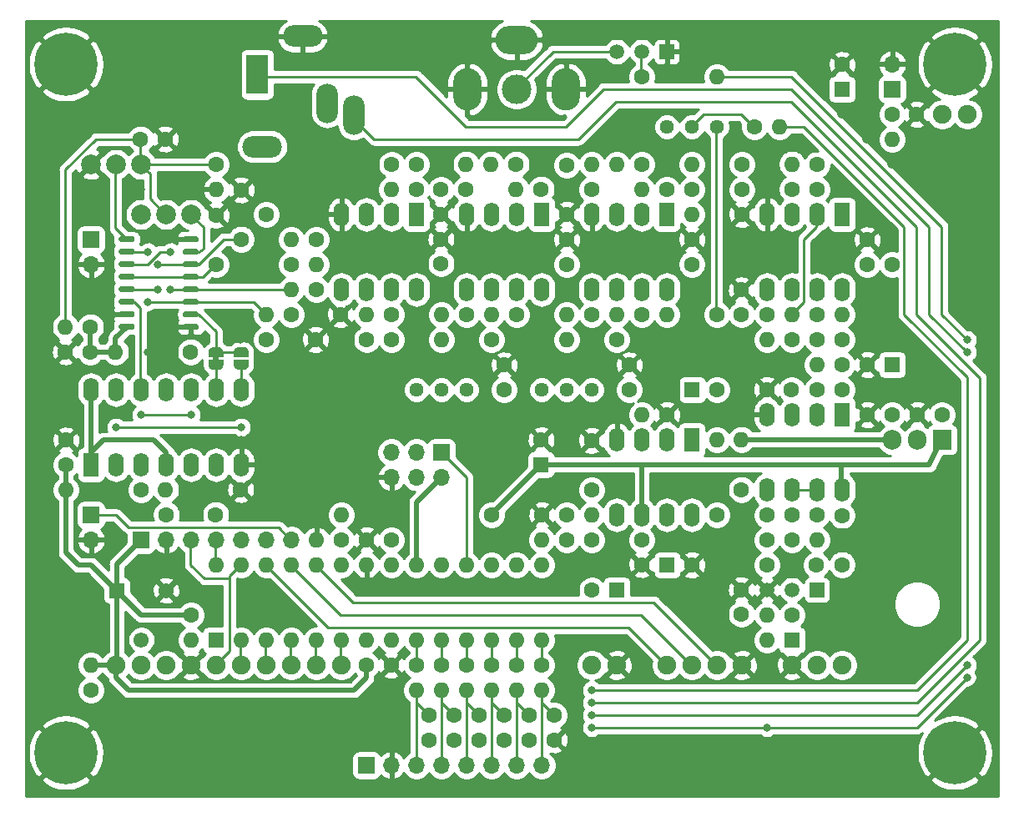
<source format=gbr>
G04 #@! TF.GenerationSoftware,KiCad,Pcbnew,5.1.6-c6e7f7d~86~ubuntu18.04.1*
G04 #@! TF.CreationDate,2020-05-15T23:14:17+02:00*
G04 #@! TF.ProjectId,rx,72782e6b-6963-4616-945f-706362585858,rev?*
G04 #@! TF.SameCoordinates,Original*
G04 #@! TF.FileFunction,Copper,L1,Top*
G04 #@! TF.FilePolarity,Positive*
%FSLAX46Y46*%
G04 Gerber Fmt 4.6, Leading zero omitted, Abs format (unit mm)*
G04 Created by KiCad (PCBNEW 5.1.6-c6e7f7d~86~ubuntu18.04.1) date 2020-05-15 23:14:17*
%MOMM*%
%LPD*%
G01*
G04 APERTURE LIST*
G04 #@! TA.AperFunction,EtchedComponent*
%ADD10C,0.100000*%
G04 #@! TD*
G04 #@! TA.AperFunction,SMDPad,CuDef*
%ADD11C,0.100000*%
G04 #@! TD*
G04 #@! TA.AperFunction,ComponentPad*
%ADD12C,1.600000*%
G04 #@! TD*
G04 #@! TA.AperFunction,ComponentPad*
%ADD13O,1.600000X2.400000*%
G04 #@! TD*
G04 #@! TA.AperFunction,ComponentPad*
%ADD14R,1.600000X2.400000*%
G04 #@! TD*
G04 #@! TA.AperFunction,ComponentPad*
%ADD15O,1.905000X2.000000*%
G04 #@! TD*
G04 #@! TA.AperFunction,ComponentPad*
%ADD16R,1.905000X2.000000*%
G04 #@! TD*
G04 #@! TA.AperFunction,ComponentPad*
%ADD17O,1.600000X1.600000*%
G04 #@! TD*
G04 #@! TA.AperFunction,ComponentPad*
%ADD18R,1.600000X1.600000*%
G04 #@! TD*
G04 #@! TA.AperFunction,ComponentPad*
%ADD19C,1.550000*%
G04 #@! TD*
G04 #@! TA.AperFunction,ComponentPad*
%ADD20R,1.550000X1.550000*%
G04 #@! TD*
G04 #@! TA.AperFunction,ComponentPad*
%ADD21O,1.700000X1.700000*%
G04 #@! TD*
G04 #@! TA.AperFunction,ComponentPad*
%ADD22R,1.700000X1.700000*%
G04 #@! TD*
G04 #@! TA.AperFunction,ComponentPad*
%ADD23R,1.500000X1.500000*%
G04 #@! TD*
G04 #@! TA.AperFunction,ComponentPad*
%ADD24C,1.500000*%
G04 #@! TD*
G04 #@! TA.AperFunction,ComponentPad*
%ADD25C,1.900000*%
G04 #@! TD*
G04 #@! TA.AperFunction,ComponentPad*
%ADD26C,3.000000*%
G04 #@! TD*
G04 #@! TA.AperFunction,ComponentPad*
%ADD27O,2.900000X4.300000*%
G04 #@! TD*
G04 #@! TA.AperFunction,ComponentPad*
%ADD28O,4.300000X2.900000*%
G04 #@! TD*
G04 #@! TA.AperFunction,ComponentPad*
%ADD29O,4.000000X2.200000*%
G04 #@! TD*
G04 #@! TA.AperFunction,ComponentPad*
%ADD30O,2.200000X4.000000*%
G04 #@! TD*
G04 #@! TA.AperFunction,ComponentPad*
%ADD31R,2.200000X4.000000*%
G04 #@! TD*
G04 #@! TA.AperFunction,ComponentPad*
%ADD32C,0.800000*%
G04 #@! TD*
G04 #@! TA.AperFunction,ComponentPad*
%ADD33C,6.400000*%
G04 #@! TD*
G04 #@! TA.AperFunction,ComponentPad*
%ADD34C,2.000000*%
G04 #@! TD*
G04 #@! TA.AperFunction,ComponentPad*
%ADD35C,1.440000*%
G04 #@! TD*
G04 #@! TA.AperFunction,ViaPad*
%ADD36C,0.800000*%
G04 #@! TD*
G04 #@! TA.AperFunction,Conductor*
%ADD37C,0.250000*%
G04 #@! TD*
G04 #@! TA.AperFunction,Conductor*
%ADD38C,0.500000*%
G04 #@! TD*
G04 #@! TA.AperFunction,Conductor*
%ADD39C,0.254000*%
G04 #@! TD*
G04 APERTURE END LIST*
D10*
G36*
X123760000Y-95420000D02*
G01*
X123760000Y-94920000D01*
X123160000Y-94920000D01*
X123160000Y-95420000D01*
X123760000Y-95420000D01*
G37*
G04 #@! TA.AperFunction,SMDPad,CuDef*
D11*
G36*
X122710000Y-95020000D02*
G01*
X122710000Y-94520000D01*
X122710602Y-94520000D01*
X122710602Y-94495466D01*
X122715412Y-94446635D01*
X122724984Y-94398510D01*
X122739228Y-94351555D01*
X122758005Y-94306222D01*
X122781136Y-94262949D01*
X122808396Y-94222150D01*
X122839524Y-94184221D01*
X122874221Y-94149524D01*
X122912150Y-94118396D01*
X122952949Y-94091136D01*
X122996222Y-94068005D01*
X123041555Y-94049228D01*
X123088510Y-94034984D01*
X123136635Y-94025412D01*
X123185466Y-94020602D01*
X123210000Y-94020602D01*
X123210000Y-94020000D01*
X123710000Y-94020000D01*
X123710000Y-94020602D01*
X123734534Y-94020602D01*
X123783365Y-94025412D01*
X123831490Y-94034984D01*
X123878445Y-94049228D01*
X123923778Y-94068005D01*
X123967051Y-94091136D01*
X124007850Y-94118396D01*
X124045779Y-94149524D01*
X124080476Y-94184221D01*
X124111604Y-94222150D01*
X124138864Y-94262949D01*
X124161995Y-94306222D01*
X124180772Y-94351555D01*
X124195016Y-94398510D01*
X124204588Y-94446635D01*
X124209398Y-94495466D01*
X124209398Y-94520000D01*
X124210000Y-94520000D01*
X124210000Y-95020000D01*
X122710000Y-95020000D01*
G37*
G04 #@! TD.AperFunction*
G04 #@! TA.AperFunction,SMDPad,CuDef*
G36*
X124209398Y-95820000D02*
G01*
X124209398Y-95844534D01*
X124204588Y-95893365D01*
X124195016Y-95941490D01*
X124180772Y-95988445D01*
X124161995Y-96033778D01*
X124138864Y-96077051D01*
X124111604Y-96117850D01*
X124080476Y-96155779D01*
X124045779Y-96190476D01*
X124007850Y-96221604D01*
X123967051Y-96248864D01*
X123923778Y-96271995D01*
X123878445Y-96290772D01*
X123831490Y-96305016D01*
X123783365Y-96314588D01*
X123734534Y-96319398D01*
X123710000Y-96319398D01*
X123710000Y-96320000D01*
X123210000Y-96320000D01*
X123210000Y-96319398D01*
X123185466Y-96319398D01*
X123136635Y-96314588D01*
X123088510Y-96305016D01*
X123041555Y-96290772D01*
X122996222Y-96271995D01*
X122952949Y-96248864D01*
X122912150Y-96221604D01*
X122874221Y-96190476D01*
X122839524Y-96155779D01*
X122808396Y-96117850D01*
X122781136Y-96077051D01*
X122758005Y-96033778D01*
X122739228Y-95988445D01*
X122724984Y-95941490D01*
X122715412Y-95893365D01*
X122710602Y-95844534D01*
X122710602Y-95820000D01*
X122710000Y-95820000D01*
X122710000Y-95320000D01*
X124210000Y-95320000D01*
X124210000Y-95820000D01*
X124209398Y-95820000D01*
G37*
G04 #@! TD.AperFunction*
G04 #@! TA.AperFunction,SMDPad,CuDef*
G36*
X125280602Y-94490000D02*
G01*
X125280602Y-94465466D01*
X125285412Y-94416635D01*
X125294984Y-94368510D01*
X125309228Y-94321555D01*
X125328005Y-94276222D01*
X125351136Y-94232949D01*
X125378396Y-94192150D01*
X125409524Y-94154221D01*
X125444221Y-94119524D01*
X125482150Y-94088396D01*
X125522949Y-94061136D01*
X125566222Y-94038005D01*
X125611555Y-94019228D01*
X125658510Y-94004984D01*
X125706635Y-93995412D01*
X125755466Y-93990602D01*
X125780000Y-93990602D01*
X125780000Y-93990000D01*
X126280000Y-93990000D01*
X126280000Y-93990602D01*
X126304534Y-93990602D01*
X126353365Y-93995412D01*
X126401490Y-94004984D01*
X126448445Y-94019228D01*
X126493778Y-94038005D01*
X126537051Y-94061136D01*
X126577850Y-94088396D01*
X126615779Y-94119524D01*
X126650476Y-94154221D01*
X126681604Y-94192150D01*
X126708864Y-94232949D01*
X126731995Y-94276222D01*
X126750772Y-94321555D01*
X126765016Y-94368510D01*
X126774588Y-94416635D01*
X126779398Y-94465466D01*
X126779398Y-94490000D01*
X126780000Y-94490000D01*
X126780000Y-94990000D01*
X125280000Y-94990000D01*
X125280000Y-94490000D01*
X125280602Y-94490000D01*
G37*
G04 #@! TD.AperFunction*
G04 #@! TA.AperFunction,SMDPad,CuDef*
G36*
X126780000Y-95290000D02*
G01*
X126780000Y-95790000D01*
X126779398Y-95790000D01*
X126779398Y-95814534D01*
X126774588Y-95863365D01*
X126765016Y-95911490D01*
X126750772Y-95958445D01*
X126731995Y-96003778D01*
X126708864Y-96047051D01*
X126681604Y-96087850D01*
X126650476Y-96125779D01*
X126615779Y-96160476D01*
X126577850Y-96191604D01*
X126537051Y-96218864D01*
X126493778Y-96241995D01*
X126448445Y-96260772D01*
X126401490Y-96275016D01*
X126353365Y-96284588D01*
X126304534Y-96289398D01*
X126280000Y-96289398D01*
X126280000Y-96290000D01*
X125780000Y-96290000D01*
X125780000Y-96289398D01*
X125755466Y-96289398D01*
X125706635Y-96284588D01*
X125658510Y-96275016D01*
X125611555Y-96260772D01*
X125566222Y-96241995D01*
X125522949Y-96218864D01*
X125482150Y-96191604D01*
X125444221Y-96160476D01*
X125409524Y-96125779D01*
X125378396Y-96087850D01*
X125351136Y-96047051D01*
X125328005Y-96003778D01*
X125309228Y-95958445D01*
X125294984Y-95911490D01*
X125285412Y-95863365D01*
X125280602Y-95814534D01*
X125280602Y-95790000D01*
X125280000Y-95790000D01*
X125280000Y-95290000D01*
X126780000Y-95290000D01*
G37*
G04 #@! TD.AperFunction*
D12*
X166670000Y-116070000D03*
X166670000Y-113570000D03*
X161590000Y-103490000D03*
X161590000Y-108490000D03*
D13*
X143810000Y-88170000D03*
X136190000Y-80550000D03*
X141270000Y-88170000D03*
X138730000Y-80550000D03*
X138730000Y-88170000D03*
X141270000Y-80550000D03*
X136190000Y-88170000D03*
D14*
X143810000Y-80550000D03*
D15*
X192070000Y-103410000D03*
X194610000Y-103410000D03*
D16*
X197150000Y-103410000D03*
D17*
X118364000Y-108458000D03*
D12*
X125984000Y-108458000D03*
D17*
X108250000Y-108490000D03*
D12*
X115870000Y-108490000D03*
D17*
X174290000Y-103410000D03*
D12*
X174290000Y-111030000D03*
D17*
X174290000Y-66580000D03*
D12*
X166670000Y-66580000D03*
D17*
X192070000Y-72930000D03*
D12*
X192070000Y-85630000D03*
D17*
X136190000Y-111030000D03*
D12*
X151430000Y-111030000D03*
D17*
X176784000Y-103378000D03*
D12*
X176784000Y-108458000D03*
D17*
X123490000Y-116110000D03*
X156510000Y-123730000D03*
X126030000Y-116110000D03*
X153970000Y-123730000D03*
X128570000Y-116110000D03*
X151430000Y-123730000D03*
X131110000Y-116110000D03*
X148890000Y-123730000D03*
X133650000Y-116110000D03*
X146350000Y-123730000D03*
X136190000Y-116110000D03*
X143810000Y-123730000D03*
X138730000Y-116110000D03*
X141270000Y-123730000D03*
X141270000Y-116110000D03*
X138730000Y-123730000D03*
X143810000Y-116110000D03*
X136190000Y-123730000D03*
X146350000Y-116110000D03*
X133650000Y-123730000D03*
X148890000Y-116110000D03*
X131110000Y-123730000D03*
X151430000Y-116110000D03*
X128570000Y-123730000D03*
X153970000Y-116110000D03*
X126030000Y-123730000D03*
X156510000Y-116110000D03*
D18*
X123490000Y-123730000D03*
D17*
X110790000Y-126270000D03*
D12*
X110790000Y-128810000D03*
D19*
X115910000Y-123698000D03*
D20*
X113410000Y-118698000D03*
D19*
X118410000Y-118698000D03*
D21*
X110790000Y-113570000D03*
D22*
X110790000Y-111030000D03*
D17*
X120950000Y-123730000D03*
D12*
X120950000Y-121190000D03*
D21*
X156510000Y-136430000D03*
X153970000Y-136430000D03*
X151430000Y-136430000D03*
X148890000Y-136430000D03*
X146350000Y-136430000D03*
X143810000Y-136430000D03*
X141270000Y-136430000D03*
D22*
X138730000Y-136430000D03*
D23*
X169210000Y-64040000D03*
D24*
X164130000Y-64040000D03*
X166670000Y-64040000D03*
D25*
X176830000Y-126270000D03*
X174290000Y-126270000D03*
X171750000Y-126270000D03*
X169210000Y-126270000D03*
X136190000Y-126270000D03*
X133650000Y-126270000D03*
X131110000Y-126270000D03*
X128570000Y-126270000D03*
X126030000Y-126270000D03*
X123490000Y-126270000D03*
X120950000Y-126270000D03*
X118410000Y-126270000D03*
X115870000Y-126270000D03*
X113330000Y-126270000D03*
X186990000Y-126270000D03*
X184450000Y-126270000D03*
X181910000Y-126270000D03*
X199690000Y-70390000D03*
X197150000Y-70390000D03*
X164130000Y-126270000D03*
X161590000Y-126270000D03*
D26*
X153970000Y-67850000D03*
D27*
X158970000Y-67850000D03*
X148970000Y-67850000D03*
D28*
X153970000Y-62850000D03*
D17*
X156510000Y-113570000D03*
D12*
X159050000Y-113570000D03*
D17*
X133650000Y-113570000D03*
D12*
X136190000Y-113570000D03*
D17*
X148890000Y-128810000D03*
D12*
X148890000Y-126270000D03*
D17*
X151430000Y-128810000D03*
D12*
X151430000Y-126270000D03*
D17*
X153970000Y-128810000D03*
D12*
X153970000Y-126270000D03*
D17*
X146350000Y-128810000D03*
D12*
X146350000Y-126270000D03*
D17*
X156510000Y-128810000D03*
D12*
X156510000Y-126270000D03*
D17*
X143810000Y-128810000D03*
D12*
X143810000Y-126270000D03*
D29*
X132260000Y-62460000D03*
D30*
X137460000Y-70460000D03*
X134760000Y-69260000D03*
D29*
X128160000Y-73660000D03*
D31*
X127660000Y-66360000D03*
D21*
X141270000Y-107220000D03*
X141270000Y-104680000D03*
X143810000Y-107220000D03*
X143810000Y-104680000D03*
X146350000Y-107220000D03*
D22*
X146350000Y-104680000D03*
D12*
X150160000Y-131390000D03*
X150160000Y-133890000D03*
X152700000Y-131350000D03*
X152700000Y-133850000D03*
X159050000Y-111030000D03*
X156550000Y-111030000D03*
X155240000Y-131390000D03*
X155240000Y-133890000D03*
X147620000Y-131350000D03*
X147620000Y-133850000D03*
X157780000Y-131350000D03*
X157780000Y-133850000D03*
X145080000Y-131350000D03*
X145080000Y-133850000D03*
X141230000Y-126270000D03*
X138730000Y-126270000D03*
X141270000Y-113570000D03*
X138770000Y-113570000D03*
X123444000Y-110998000D03*
X118444000Y-110998000D03*
D17*
X179370000Y-123730000D03*
D18*
X181910000Y-123730000D03*
D23*
X184450000Y-118650000D03*
D24*
X179370000Y-118650000D03*
X181910000Y-118650000D03*
D17*
X169210000Y-90710000D03*
D12*
X174290000Y-90710000D03*
D17*
X171750000Y-75470000D03*
D12*
X176830000Y-75470000D03*
D32*
X109947056Y-133462944D03*
X108250000Y-132760000D03*
X106552944Y-133462944D03*
X105850000Y-135160000D03*
X106552944Y-136857056D03*
X108250000Y-137560000D03*
X109947056Y-136857056D03*
X110650000Y-135160000D03*
D33*
X108250000Y-135160000D03*
D32*
X200117056Y-133462944D03*
X198420000Y-132760000D03*
X196722944Y-133462944D03*
X196020000Y-135160000D03*
X196722944Y-136857056D03*
X198420000Y-137560000D03*
X200117056Y-136857056D03*
X200820000Y-135160000D03*
D33*
X198420000Y-135160000D03*
D32*
X200117056Y-63612944D03*
X198420000Y-62910000D03*
X196722944Y-63612944D03*
X196020000Y-65310000D03*
X196722944Y-67007056D03*
X198420000Y-67710000D03*
X200117056Y-67007056D03*
X200820000Y-65310000D03*
D33*
X198420000Y-65310000D03*
D32*
X109947056Y-63612944D03*
X108250000Y-62910000D03*
X106552944Y-63612944D03*
X105850000Y-65310000D03*
X106552944Y-67007056D03*
X108250000Y-67710000D03*
X109947056Y-67007056D03*
X110650000Y-65310000D03*
D33*
X108250000Y-65310000D03*
D17*
X131110000Y-83090000D03*
D12*
X133650000Y-83090000D03*
D17*
X133650000Y-85630000D03*
D12*
X131110000Y-85630000D03*
D17*
X131110000Y-88170000D03*
D12*
X133650000Y-88170000D03*
D17*
X113284000Y-94488000D03*
D12*
X120904000Y-94488000D03*
X189570000Y-95790000D03*
D18*
X192070000Y-95790000D03*
D12*
X189570000Y-100870000D03*
X192070000Y-100870000D03*
X194610000Y-100870000D03*
X197110000Y-100870000D03*
D17*
X159050000Y-93250000D03*
D12*
X164130000Y-93250000D03*
D17*
X146350000Y-93250000D03*
D12*
X151430000Y-93250000D03*
D17*
X128570000Y-90710000D03*
D12*
X128570000Y-80550000D03*
G04 #@! TA.AperFunction,SMDPad,CuDef*
G36*
G01*
X115204000Y-91810500D02*
X115204000Y-92085500D01*
G75*
G02*
X115066500Y-92223000I-137500J0D01*
G01*
X113741500Y-92223000D01*
G75*
G02*
X113604000Y-92085500I0J137500D01*
G01*
X113604000Y-91810500D01*
G75*
G02*
X113741500Y-91673000I137500J0D01*
G01*
X115066500Y-91673000D01*
G75*
G02*
X115204000Y-91810500I0J-137500D01*
G01*
G37*
G04 #@! TD.AperFunction*
G04 #@! TA.AperFunction,SMDPad,CuDef*
G36*
G01*
X115204000Y-90540500D02*
X115204000Y-90815500D01*
G75*
G02*
X115066500Y-90953000I-137500J0D01*
G01*
X113741500Y-90953000D01*
G75*
G02*
X113604000Y-90815500I0J137500D01*
G01*
X113604000Y-90540500D01*
G75*
G02*
X113741500Y-90403000I137500J0D01*
G01*
X115066500Y-90403000D01*
G75*
G02*
X115204000Y-90540500I0J-137500D01*
G01*
G37*
G04 #@! TD.AperFunction*
G04 #@! TA.AperFunction,SMDPad,CuDef*
G36*
G01*
X115204000Y-89270500D02*
X115204000Y-89545500D01*
G75*
G02*
X115066500Y-89683000I-137500J0D01*
G01*
X113741500Y-89683000D01*
G75*
G02*
X113604000Y-89545500I0J137500D01*
G01*
X113604000Y-89270500D01*
G75*
G02*
X113741500Y-89133000I137500J0D01*
G01*
X115066500Y-89133000D01*
G75*
G02*
X115204000Y-89270500I0J-137500D01*
G01*
G37*
G04 #@! TD.AperFunction*
G04 #@! TA.AperFunction,SMDPad,CuDef*
G36*
G01*
X115204000Y-88000500D02*
X115204000Y-88275500D01*
G75*
G02*
X115066500Y-88413000I-137500J0D01*
G01*
X113741500Y-88413000D01*
G75*
G02*
X113604000Y-88275500I0J137500D01*
G01*
X113604000Y-88000500D01*
G75*
G02*
X113741500Y-87863000I137500J0D01*
G01*
X115066500Y-87863000D01*
G75*
G02*
X115204000Y-88000500I0J-137500D01*
G01*
G37*
G04 #@! TD.AperFunction*
G04 #@! TA.AperFunction,SMDPad,CuDef*
G36*
G01*
X115204000Y-86730500D02*
X115204000Y-87005500D01*
G75*
G02*
X115066500Y-87143000I-137500J0D01*
G01*
X113741500Y-87143000D01*
G75*
G02*
X113604000Y-87005500I0J137500D01*
G01*
X113604000Y-86730500D01*
G75*
G02*
X113741500Y-86593000I137500J0D01*
G01*
X115066500Y-86593000D01*
G75*
G02*
X115204000Y-86730500I0J-137500D01*
G01*
G37*
G04 #@! TD.AperFunction*
G04 #@! TA.AperFunction,SMDPad,CuDef*
G36*
G01*
X115204000Y-85460500D02*
X115204000Y-85735500D01*
G75*
G02*
X115066500Y-85873000I-137500J0D01*
G01*
X113741500Y-85873000D01*
G75*
G02*
X113604000Y-85735500I0J137500D01*
G01*
X113604000Y-85460500D01*
G75*
G02*
X113741500Y-85323000I137500J0D01*
G01*
X115066500Y-85323000D01*
G75*
G02*
X115204000Y-85460500I0J-137500D01*
G01*
G37*
G04 #@! TD.AperFunction*
G04 #@! TA.AperFunction,SMDPad,CuDef*
G36*
G01*
X115204000Y-84190500D02*
X115204000Y-84465500D01*
G75*
G02*
X115066500Y-84603000I-137500J0D01*
G01*
X113741500Y-84603000D01*
G75*
G02*
X113604000Y-84465500I0J137500D01*
G01*
X113604000Y-84190500D01*
G75*
G02*
X113741500Y-84053000I137500J0D01*
G01*
X115066500Y-84053000D01*
G75*
G02*
X115204000Y-84190500I0J-137500D01*
G01*
G37*
G04 #@! TD.AperFunction*
G04 #@! TA.AperFunction,SMDPad,CuDef*
G36*
G01*
X115204000Y-82920500D02*
X115204000Y-83195500D01*
G75*
G02*
X115066500Y-83333000I-137500J0D01*
G01*
X113741500Y-83333000D01*
G75*
G02*
X113604000Y-83195500I0J137500D01*
G01*
X113604000Y-82920500D01*
G75*
G02*
X113741500Y-82783000I137500J0D01*
G01*
X115066500Y-82783000D01*
G75*
G02*
X115204000Y-82920500I0J-137500D01*
G01*
G37*
G04 #@! TD.AperFunction*
G04 #@! TA.AperFunction,SMDPad,CuDef*
G36*
G01*
X121704000Y-82920500D02*
X121704000Y-83195500D01*
G75*
G02*
X121566500Y-83333000I-137500J0D01*
G01*
X120241500Y-83333000D01*
G75*
G02*
X120104000Y-83195500I0J137500D01*
G01*
X120104000Y-82920500D01*
G75*
G02*
X120241500Y-82783000I137500J0D01*
G01*
X121566500Y-82783000D01*
G75*
G02*
X121704000Y-82920500I0J-137500D01*
G01*
G37*
G04 #@! TD.AperFunction*
G04 #@! TA.AperFunction,SMDPad,CuDef*
G36*
G01*
X121704000Y-84190500D02*
X121704000Y-84465500D01*
G75*
G02*
X121566500Y-84603000I-137500J0D01*
G01*
X120241500Y-84603000D01*
G75*
G02*
X120104000Y-84465500I0J137500D01*
G01*
X120104000Y-84190500D01*
G75*
G02*
X120241500Y-84053000I137500J0D01*
G01*
X121566500Y-84053000D01*
G75*
G02*
X121704000Y-84190500I0J-137500D01*
G01*
G37*
G04 #@! TD.AperFunction*
G04 #@! TA.AperFunction,SMDPad,CuDef*
G36*
G01*
X121704000Y-85460500D02*
X121704000Y-85735500D01*
G75*
G02*
X121566500Y-85873000I-137500J0D01*
G01*
X120241500Y-85873000D01*
G75*
G02*
X120104000Y-85735500I0J137500D01*
G01*
X120104000Y-85460500D01*
G75*
G02*
X120241500Y-85323000I137500J0D01*
G01*
X121566500Y-85323000D01*
G75*
G02*
X121704000Y-85460500I0J-137500D01*
G01*
G37*
G04 #@! TD.AperFunction*
G04 #@! TA.AperFunction,SMDPad,CuDef*
G36*
G01*
X121704000Y-86730500D02*
X121704000Y-87005500D01*
G75*
G02*
X121566500Y-87143000I-137500J0D01*
G01*
X120241500Y-87143000D01*
G75*
G02*
X120104000Y-87005500I0J137500D01*
G01*
X120104000Y-86730500D01*
G75*
G02*
X120241500Y-86593000I137500J0D01*
G01*
X121566500Y-86593000D01*
G75*
G02*
X121704000Y-86730500I0J-137500D01*
G01*
G37*
G04 #@! TD.AperFunction*
G04 #@! TA.AperFunction,SMDPad,CuDef*
G36*
G01*
X121704000Y-88000500D02*
X121704000Y-88275500D01*
G75*
G02*
X121566500Y-88413000I-137500J0D01*
G01*
X120241500Y-88413000D01*
G75*
G02*
X120104000Y-88275500I0J137500D01*
G01*
X120104000Y-88000500D01*
G75*
G02*
X120241500Y-87863000I137500J0D01*
G01*
X121566500Y-87863000D01*
G75*
G02*
X121704000Y-88000500I0J-137500D01*
G01*
G37*
G04 #@! TD.AperFunction*
G04 #@! TA.AperFunction,SMDPad,CuDef*
G36*
G01*
X121704000Y-89270500D02*
X121704000Y-89545500D01*
G75*
G02*
X121566500Y-89683000I-137500J0D01*
G01*
X120241500Y-89683000D01*
G75*
G02*
X120104000Y-89545500I0J137500D01*
G01*
X120104000Y-89270500D01*
G75*
G02*
X120241500Y-89133000I137500J0D01*
G01*
X121566500Y-89133000D01*
G75*
G02*
X121704000Y-89270500I0J-137500D01*
G01*
G37*
G04 #@! TD.AperFunction*
G04 #@! TA.AperFunction,SMDPad,CuDef*
G36*
G01*
X121704000Y-90540500D02*
X121704000Y-90815500D01*
G75*
G02*
X121566500Y-90953000I-137500J0D01*
G01*
X120241500Y-90953000D01*
G75*
G02*
X120104000Y-90815500I0J137500D01*
G01*
X120104000Y-90540500D01*
G75*
G02*
X120241500Y-90403000I137500J0D01*
G01*
X121566500Y-90403000D01*
G75*
G02*
X121704000Y-90540500I0J-137500D01*
G01*
G37*
G04 #@! TD.AperFunction*
G04 #@! TA.AperFunction,SMDPad,CuDef*
G36*
G01*
X121704000Y-91810500D02*
X121704000Y-92085500D01*
G75*
G02*
X121566500Y-92223000I-137500J0D01*
G01*
X120241500Y-92223000D01*
G75*
G02*
X120104000Y-92085500I0J137500D01*
G01*
X120104000Y-91810500D01*
G75*
G02*
X120241500Y-91673000I137500J0D01*
G01*
X121566500Y-91673000D01*
G75*
G02*
X121704000Y-91810500I0J-137500D01*
G01*
G37*
G04 #@! TD.AperFunction*
D34*
X120950000Y-80550000D03*
X115870000Y-75470000D03*
X113330000Y-75470000D03*
X110790000Y-75470000D03*
X115870000Y-80550000D03*
X118410000Y-80550000D03*
D12*
X186990000Y-111078000D03*
X186990000Y-116078000D03*
X186990000Y-65350000D03*
D18*
X186990000Y-67850000D03*
D12*
X184370000Y-116110000D03*
X179370000Y-116110000D03*
D13*
X110790000Y-98330000D03*
X126030000Y-105950000D03*
X113330000Y-98330000D03*
X123490000Y-105950000D03*
X115870000Y-98330000D03*
X120950000Y-105950000D03*
X118410000Y-98330000D03*
X118410000Y-105950000D03*
X120950000Y-98330000D03*
X115870000Y-105950000D03*
X123490000Y-98330000D03*
X113330000Y-105950000D03*
X126030000Y-98330000D03*
D14*
X110790000Y-105950000D03*
D13*
X169210000Y-88170000D03*
X161590000Y-80550000D03*
X166670000Y-88170000D03*
X164130000Y-80550000D03*
X164130000Y-88170000D03*
X166670000Y-80550000D03*
X161590000Y-88170000D03*
D14*
X169210000Y-80550000D03*
D13*
X156510000Y-88170000D03*
X148890000Y-80550000D03*
X153970000Y-88170000D03*
X151430000Y-80550000D03*
X151430000Y-88170000D03*
X153970000Y-80550000D03*
X148890000Y-88170000D03*
D14*
X156510000Y-80550000D03*
D13*
X186990000Y-108490000D03*
X179370000Y-100870000D03*
X184450000Y-108490000D03*
X181910000Y-100870000D03*
X181910000Y-108490000D03*
X184450000Y-100870000D03*
X179370000Y-108490000D03*
D14*
X186990000Y-100870000D03*
D13*
X171750000Y-111030000D03*
X164130000Y-103410000D03*
X169210000Y-111030000D03*
X166670000Y-103410000D03*
X166670000Y-111030000D03*
X169210000Y-103410000D03*
X164130000Y-111030000D03*
D14*
X171750000Y-103410000D03*
D13*
X186990000Y-88170000D03*
X179370000Y-80550000D03*
X184450000Y-88170000D03*
X181910000Y-80550000D03*
X181910000Y-88170000D03*
X184450000Y-80550000D03*
X179370000Y-88170000D03*
D14*
X186990000Y-80550000D03*
D35*
X174290000Y-71660000D03*
X171750000Y-71660000D03*
X169210000Y-71660000D03*
X156510000Y-98330000D03*
X159050000Y-98330000D03*
X161590000Y-98330000D03*
X143810000Y-98330000D03*
X146350000Y-98330000D03*
X148890000Y-98330000D03*
D17*
X171750000Y-80550000D03*
D12*
X171750000Y-78010000D03*
D17*
X164130000Y-90710000D03*
D12*
X166670000Y-90710000D03*
D17*
X166670000Y-78010000D03*
D12*
X169210000Y-78010000D03*
D17*
X159050000Y-90710000D03*
D12*
X161590000Y-90710000D03*
D17*
X164130000Y-75470000D03*
D12*
X166670000Y-75470000D03*
D17*
X161590000Y-75470000D03*
D12*
X161590000Y-78010000D03*
D17*
X151430000Y-90710000D03*
D12*
X153970000Y-90710000D03*
D17*
X153924000Y-77978000D03*
D12*
X156464000Y-77978000D03*
D17*
X146350000Y-90710000D03*
D12*
X148890000Y-90710000D03*
D17*
X151384000Y-75438000D03*
D12*
X153924000Y-75438000D03*
D17*
X148844000Y-75438000D03*
D12*
X148844000Y-77978000D03*
D17*
X138730000Y-90710000D03*
D12*
X141270000Y-90710000D03*
D17*
X141270000Y-78010000D03*
D12*
X143810000Y-78010000D03*
D17*
X184450000Y-113570000D03*
D12*
X184450000Y-111030000D03*
D17*
X184450000Y-95790000D03*
D12*
X184450000Y-98330000D03*
D17*
X186990000Y-90710000D03*
D12*
X186990000Y-93250000D03*
D17*
X161590000Y-111030000D03*
D12*
X161590000Y-113570000D03*
D17*
X179370000Y-93250000D03*
D12*
X179370000Y-90710000D03*
D17*
X181910000Y-90710000D03*
D12*
X181910000Y-93250000D03*
D17*
X166670000Y-100870000D03*
D12*
X169210000Y-100870000D03*
D17*
X181910000Y-75438000D03*
D12*
X181910000Y-77978000D03*
D17*
X179370000Y-121190000D03*
D12*
X181910000Y-121190000D03*
D17*
X180640000Y-71660000D03*
D12*
X178100000Y-71660000D03*
D17*
X108204000Y-91948000D03*
D12*
X110744000Y-91948000D03*
D17*
X123490000Y-78010000D03*
D12*
X123490000Y-75470000D03*
D21*
X131110000Y-113570000D03*
X128570000Y-113570000D03*
X126030000Y-113570000D03*
X123490000Y-113570000D03*
X120950000Y-113570000D03*
X118410000Y-113570000D03*
D22*
X115870000Y-113570000D03*
D21*
X192070000Y-65310000D03*
D22*
X192070000Y-67850000D03*
D21*
X110790000Y-85630000D03*
D22*
X110790000Y-83090000D03*
D12*
X108250000Y-105950000D03*
X108250000Y-103450000D03*
X165400000Y-98330000D03*
X165400000Y-95830000D03*
X159050000Y-80550000D03*
X159050000Y-75550000D03*
X152700000Y-98330000D03*
X152700000Y-95830000D03*
X171750000Y-83098000D03*
X171750000Y-85598000D03*
X146304000Y-80518000D03*
X146304000Y-78018000D03*
X159050000Y-83130000D03*
X159050000Y-85630000D03*
X138770000Y-93250000D03*
X141270000Y-93250000D03*
X141310000Y-75470000D03*
X143810000Y-75470000D03*
X146304000Y-83058000D03*
X146304000Y-85558000D03*
X179370000Y-111070000D03*
X179370000Y-113570000D03*
X194564000Y-70390000D03*
X192064000Y-70390000D03*
X181910000Y-113570000D03*
X181910000Y-111070000D03*
X179364000Y-98330000D03*
X181864000Y-98330000D03*
X189530000Y-83130000D03*
X189530000Y-85630000D03*
X186990000Y-98330000D03*
X186990000Y-95830000D03*
X176784000Y-88210000D03*
X176784000Y-90710000D03*
X161630000Y-118650000D03*
D18*
X164130000Y-118650000D03*
D12*
X184450000Y-90750000D03*
X184450000Y-93250000D03*
X174290000Y-98330000D03*
D18*
X171790000Y-98330000D03*
D12*
X171750000Y-116110000D03*
D18*
X169250000Y-116110000D03*
D12*
X156464000Y-103418000D03*
D18*
X156464000Y-105918000D03*
D12*
X176830000Y-80550000D03*
X176830000Y-78050000D03*
X184450000Y-78010000D03*
X184450000Y-75510000D03*
X176784000Y-118618000D03*
X176784000Y-121118000D03*
X108204000Y-94488000D03*
X110704000Y-94488000D03*
X133570000Y-93250000D03*
X128570000Y-93250000D03*
X123490000Y-80630000D03*
X123490000Y-85630000D03*
X136110000Y-90710000D03*
X131110000Y-90710000D03*
X126030000Y-78058000D03*
X126030000Y-83058000D03*
X118324000Y-72898000D03*
X115824000Y-72898000D03*
D36*
X118872000Y-83058000D03*
X116505000Y-83058000D03*
X112776000Y-83058000D03*
X110790000Y-80550000D03*
X110790000Y-78010000D03*
X115870000Y-78010000D03*
X120950000Y-78010000D03*
X118410000Y-78010000D03*
X120950000Y-72930000D03*
X125984000Y-93218000D03*
X123444000Y-90678000D03*
X159004000Y-88138000D03*
X153924000Y-93218000D03*
X143764000Y-93218000D03*
X133604000Y-80518000D03*
X131110000Y-80550000D03*
X118410000Y-90710000D03*
X118410000Y-94520000D03*
X171704000Y-88138000D03*
X141270000Y-128810000D03*
X141270000Y-131350000D03*
X141270000Y-133890000D03*
X136190000Y-133890000D03*
X136190000Y-131350000D03*
X136144000Y-136398000D03*
X189484000Y-65278000D03*
X189484000Y-67818000D03*
X194564000Y-75438000D03*
X197104000Y-75438000D03*
X199644000Y-75438000D03*
X199644000Y-72898000D03*
X192024000Y-75438000D03*
X189484000Y-72898000D03*
X186944000Y-70358000D03*
X116586000Y-94520000D03*
X110790000Y-88170000D03*
X143764000Y-118618000D03*
X138684000Y-118618000D03*
X131064000Y-121158000D03*
X128524000Y-121158000D03*
X125984000Y-118618000D03*
X123444000Y-118618000D03*
X123444000Y-121158000D03*
X146304000Y-118618000D03*
X148844000Y-118618000D03*
X151384000Y-118618000D03*
X153924000Y-118618000D03*
X153924000Y-113538000D03*
X153924000Y-110998000D03*
X174244000Y-123698000D03*
X174290000Y-113570000D03*
X169210000Y-118650000D03*
X171704000Y-121158000D03*
X106980000Y-88170000D03*
X106980000Y-85630000D03*
X106980000Y-83090000D03*
X106980000Y-80550000D03*
X106980000Y-78010000D03*
X106980000Y-75470000D03*
X123490000Y-72930000D03*
X126030000Y-75470000D03*
X126030000Y-80550000D03*
X128570000Y-78010000D03*
X131110000Y-75470000D03*
X133604000Y-75438000D03*
X136144000Y-75438000D03*
X138684000Y-75438000D03*
X143764000Y-95758000D03*
X156464000Y-95758000D03*
X123444000Y-108458000D03*
X120904000Y-108458000D03*
X113284000Y-108458000D03*
X128524000Y-110998000D03*
X115824000Y-116078000D03*
X110744000Y-118618000D03*
X115824000Y-118618000D03*
X120904000Y-118618000D03*
X108204000Y-100838000D03*
X108204000Y-98298000D03*
X128524000Y-100838000D03*
X131064000Y-110998000D03*
X128524000Y-98298000D03*
X198374000Y-110998000D03*
X195834000Y-110998000D03*
X193294000Y-110998000D03*
X190754000Y-110998000D03*
X198420000Y-113538000D03*
X195880000Y-113570000D03*
X193340000Y-113570000D03*
X190754000Y-113538000D03*
X198420000Y-116110000D03*
X195880000Y-116110000D03*
X193294000Y-116078000D03*
X190754000Y-116078000D03*
X198374000Y-118618000D03*
X190754000Y-118650000D03*
X190800000Y-121158000D03*
X198374000Y-121158000D03*
X118364000Y-116078000D03*
X125984000Y-110998000D03*
X115824000Y-110998000D03*
X120904000Y-110998000D03*
X138684000Y-110998000D03*
X151384000Y-113538000D03*
X113330000Y-113570000D03*
X110790000Y-121190000D03*
X118410000Y-123730000D03*
X110790000Y-123730000D03*
X120950000Y-131350000D03*
X110790000Y-108490000D03*
X123490000Y-103410000D03*
X126030000Y-103410000D03*
X113330000Y-100870000D03*
X174290000Y-107220000D03*
X179370000Y-104680000D03*
X181910000Y-104680000D03*
X184450000Y-104680000D03*
X186990000Y-104680000D03*
X166670000Y-118650000D03*
X198374000Y-108458000D03*
X195834000Y-108458000D03*
X193294000Y-108458000D03*
X190754000Y-108458000D03*
X128570000Y-103410000D03*
X170480000Y-107220000D03*
X164130000Y-108490000D03*
X156510000Y-108490000D03*
X159050000Y-108490000D03*
X161590000Y-116110000D03*
X176830000Y-116110000D03*
X185720000Y-123730000D03*
X185720000Y-121190000D03*
X188260000Y-123730000D03*
X188260000Y-121190000D03*
X188260000Y-118650000D03*
X186990000Y-113570000D03*
X181910000Y-116110000D03*
X174290000Y-118650000D03*
X126030000Y-90710000D03*
X123490000Y-100870000D03*
X117602000Y-88138000D03*
X117602000Y-85598000D03*
X118872000Y-84328000D03*
X118872000Y-88138000D03*
X116586000Y-89408000D03*
X116586000Y-84328000D03*
X115870000Y-100870000D03*
X120950000Y-100870000D03*
X199651000Y-127501000D03*
X199683000Y-93257000D03*
X179370000Y-132620000D03*
X161590000Y-132620000D03*
X113330000Y-102140000D03*
X126030000Y-102140000D03*
X161590000Y-128810000D03*
X161590000Y-130080000D03*
X199690000Y-126270000D03*
X199690000Y-94520000D03*
X161590000Y-131350000D03*
D37*
X124244000Y-83058000D02*
X125984000Y-83058000D01*
X121704000Y-85598000D02*
X124244000Y-83058000D01*
X120904000Y-85598000D02*
X121704000Y-85598000D01*
X117602000Y-88138000D02*
X114404000Y-88138000D01*
X117602000Y-85598000D02*
X120904000Y-85598000D01*
X120104000Y-88138000D02*
X120904000Y-88138000D01*
X118872000Y-84328000D02*
X117798998Y-84328000D01*
X117798998Y-84328000D02*
X116528998Y-85598000D01*
X116528998Y-85598000D02*
X114404000Y-85598000D01*
X118872000Y-88138000D02*
X120904000Y-88138000D01*
X131078000Y-88138000D02*
X131110000Y-88170000D01*
X120904000Y-88138000D02*
X131078000Y-88138000D01*
X120904000Y-89408000D02*
X116586000Y-89408000D01*
X114404000Y-84328000D02*
X116586000Y-84328000D01*
X127268000Y-89408000D02*
X128570000Y-90710000D01*
X120904000Y-89408000D02*
X127268000Y-89408000D01*
X120650000Y-86868000D02*
X120904000Y-86868000D01*
X114404000Y-86868000D02*
X120650000Y-86868000D01*
X122174000Y-86868000D02*
X123444000Y-85598000D01*
X120904000Y-86868000D02*
X122174000Y-86868000D01*
D38*
X113284000Y-93068000D02*
X114404000Y-91948000D01*
X113284000Y-94488000D02*
X113284000Y-93068000D01*
X110744000Y-94488000D02*
X113284000Y-94488000D01*
X110744000Y-91948000D02*
X110744000Y-94488000D01*
X186944000Y-105918000D02*
X186944000Y-108458000D01*
X197104000Y-103378000D02*
X195834000Y-105918000D01*
X195834000Y-105918000D02*
X186944000Y-105918000D01*
X155194000Y-107188000D02*
X151384000Y-110998000D01*
X162311998Y-105918000D02*
X156464000Y-105918000D01*
X155194000Y-107188000D02*
X156464000Y-105918000D01*
X166670000Y-105950000D02*
X166638000Y-105918000D01*
X166670000Y-111030000D02*
X166670000Y-105950000D01*
X186944000Y-105918000D02*
X166638000Y-105918000D01*
X166638000Y-105918000D02*
X162311998Y-105918000D01*
D37*
X181864000Y-90678000D02*
X183134000Y-89408000D01*
X183134000Y-89408000D02*
X183134000Y-83058000D01*
X183134000Y-83058000D02*
X184404000Y-81788000D01*
X184404000Y-81788000D02*
X184404000Y-80518000D01*
D38*
X118364000Y-105918000D02*
X118364000Y-105518000D01*
X176784000Y-103378000D02*
X192024000Y-103378000D01*
X113330000Y-127540000D02*
X113330000Y-126270000D01*
X114600000Y-128810000D02*
X113330000Y-127540000D01*
X137460000Y-128810000D02*
X114600000Y-128810000D01*
X138730000Y-126270000D02*
X138730000Y-127540000D01*
X138730000Y-127540000D02*
X137460000Y-128810000D01*
X110790000Y-126270000D02*
X113330000Y-126270000D01*
X113410000Y-126190000D02*
X113330000Y-126270000D01*
X113410000Y-118698000D02*
X113410000Y-126190000D01*
X115902000Y-121190000D02*
X113410000Y-118698000D01*
X120950000Y-121190000D02*
X115902000Y-121190000D01*
X113410000Y-118698000D02*
X113378000Y-118698000D01*
X113378000Y-118698000D02*
X110790000Y-116110000D01*
X110790000Y-116110000D02*
X109520000Y-116110000D01*
X108250000Y-114840000D02*
X108250000Y-108490000D01*
X109520000Y-116110000D02*
X108250000Y-114840000D01*
X108250000Y-105950000D02*
X108250000Y-108490000D01*
X113410000Y-116030000D02*
X115870000Y-113570000D01*
X113410000Y-118698000D02*
X113410000Y-116030000D01*
X143810000Y-109760000D02*
X146350000Y-107220000D01*
X143810000Y-116110000D02*
X143810000Y-109760000D01*
X110790000Y-98330000D02*
X110790000Y-105950000D01*
X118410000Y-104680000D02*
X118410000Y-105950000D01*
X112060000Y-103410000D02*
X117140000Y-103410000D01*
X110790000Y-105950000D02*
X110790000Y-104680000D01*
X117140000Y-103410000D02*
X118410000Y-104680000D01*
X110790000Y-104680000D02*
X112060000Y-103410000D01*
D37*
X115824000Y-90028000D02*
X115824000Y-98298000D01*
X115204000Y-89408000D02*
X115824000Y-90028000D01*
X114404000Y-89408000D02*
X115204000Y-89408000D01*
X115824000Y-100838000D02*
X120904000Y-100838000D01*
X123460000Y-92434000D02*
X123460000Y-94520000D01*
X121704000Y-90678000D02*
X123460000Y-92434000D01*
X120904000Y-90678000D02*
X121704000Y-90678000D01*
X126000000Y-94520000D02*
X126030000Y-94490000D01*
X123460000Y-94520000D02*
X126000000Y-94520000D01*
X178054000Y-71628000D02*
X176784000Y-70358000D01*
X172974000Y-70358000D02*
X171704000Y-71628000D01*
X176784000Y-70358000D02*
X172974000Y-70358000D01*
X174244000Y-90678000D02*
X174244000Y-71628000D01*
X115824000Y-72898000D02*
X115824000Y-75438000D01*
X116823999Y-78977999D02*
X118364000Y-80518000D01*
X116823999Y-76437999D02*
X116823999Y-78977999D01*
X115824000Y-75438000D02*
X116823999Y-76437999D01*
X123444000Y-75438000D02*
X115824000Y-75438000D01*
X111322998Y-72898000D02*
X115824000Y-72898000D01*
X108204000Y-76016998D02*
X111322998Y-72898000D01*
X108204000Y-91948000D02*
X108204000Y-76016998D01*
X181864000Y-108458000D02*
X184404000Y-108458000D01*
X129888999Y-112362999D02*
X131064000Y-113538000D01*
X110790000Y-111030000D02*
X113330000Y-111030000D01*
X113330000Y-111030000D02*
X114600000Y-112300000D01*
X129826000Y-112300000D02*
X129888999Y-112362999D01*
X114600000Y-112300000D02*
X129826000Y-112300000D01*
X145080000Y-131350000D02*
X143810000Y-130080000D01*
X143810000Y-136430000D02*
X143810000Y-130080000D01*
X143810000Y-130080000D02*
X143810000Y-128810000D01*
X181864000Y-66548000D02*
X174244000Y-66548000D01*
X197104000Y-90678000D02*
X197104000Y-81788000D01*
X197104000Y-81788000D02*
X181864000Y-66548000D01*
X199683000Y-93257000D02*
X197104000Y-90678000D01*
X179370000Y-132620000D02*
X194610000Y-132620000D01*
X194610000Y-132620000D02*
X199651000Y-127501000D01*
X161590000Y-132620000D02*
X179370000Y-132620000D01*
X121704000Y-84328000D02*
X120904000Y-84328000D01*
X122220000Y-84002990D02*
X121704000Y-84328000D01*
X120904000Y-80518000D02*
X122220000Y-81820000D01*
X122220000Y-81820000D02*
X122220000Y-84002990D01*
X113284000Y-81938000D02*
X114404000Y-83058000D01*
X113284000Y-75438000D02*
X113284000Y-81938000D01*
X113284000Y-102108000D02*
X125984000Y-102108000D01*
X126030000Y-98252000D02*
X125984000Y-98298000D01*
X126030000Y-95790000D02*
X126030000Y-98252000D01*
X157780000Y-131350000D02*
X156510000Y-130080000D01*
X156510000Y-136430000D02*
X156510000Y-130080000D01*
X156510000Y-130080000D02*
X156510000Y-128810000D01*
X153970000Y-130120000D02*
X153970000Y-130080000D01*
X155240000Y-131390000D02*
X153970000Y-130120000D01*
X153970000Y-136430000D02*
X153970000Y-130080000D01*
X153970000Y-130080000D02*
X153970000Y-128810000D01*
X183134000Y-71628000D02*
X180594000Y-71628000D01*
X193294000Y-81788000D02*
X183134000Y-71628000D01*
X199690000Y-97060000D02*
X193294000Y-90678000D01*
X193294000Y-90678000D02*
X193294000Y-81788000D01*
X161590000Y-128810000D02*
X194610000Y-128810000D01*
X199690000Y-123730000D02*
X199690000Y-97060000D01*
X194610000Y-128810000D02*
X199690000Y-123730000D01*
X152700000Y-131350000D02*
X151430000Y-130080000D01*
X151430000Y-136430000D02*
X151430000Y-130080000D01*
X151430000Y-130080000D02*
X151430000Y-128810000D01*
X148890000Y-130120000D02*
X148890000Y-130080000D01*
X150160000Y-131390000D02*
X148890000Y-130120000D01*
X148890000Y-136430000D02*
X148890000Y-130080000D01*
X148890000Y-130080000D02*
X148890000Y-128810000D01*
X153970000Y-126270000D02*
X153970000Y-123730000D01*
X148890000Y-126270000D02*
X148890000Y-123730000D01*
X151430000Y-126270000D02*
X151430000Y-123730000D01*
X136144000Y-123698000D02*
X136144000Y-126238000D01*
X123444000Y-126238000D02*
X124858999Y-124823001D01*
X125984000Y-116078000D02*
X124858999Y-117203001D01*
X124858999Y-117492999D02*
X122318999Y-117492999D01*
X124858999Y-117492999D02*
X124858999Y-117203001D01*
X124858999Y-124823001D02*
X124858999Y-117492999D01*
X120904000Y-116078000D02*
X120904000Y-113538000D01*
X122318999Y-117492999D02*
X120904000Y-116078000D01*
X133604000Y-123698000D02*
X133604000Y-126238000D01*
X131064000Y-123698000D02*
X131064000Y-126238000D01*
X128524000Y-123698000D02*
X128524000Y-126238000D01*
X125984000Y-123698000D02*
X125984000Y-126238000D01*
X181864000Y-69088000D02*
X164084000Y-69088000D01*
X194564000Y-81788000D02*
X181864000Y-69088000D01*
X139504000Y-72898000D02*
X137574000Y-70968000D01*
X160274000Y-72898000D02*
X139504000Y-72898000D01*
X161590000Y-130080000D02*
X194610000Y-130080000D01*
X194610000Y-130080000D02*
X200960000Y-123730000D01*
X164084000Y-69088000D02*
X160274000Y-72898000D01*
X194564000Y-90678000D02*
X194564000Y-81788000D01*
X200960000Y-123730000D02*
X200960000Y-97106000D01*
X200960000Y-97106000D02*
X194564000Y-90678000D01*
X128094000Y-66548000D02*
X127774000Y-66868000D01*
X159004000Y-71628000D02*
X148844000Y-71628000D01*
X148844000Y-71628000D02*
X143764000Y-66548000D01*
X199690000Y-94520000D02*
X195834000Y-90678000D01*
X195834000Y-90678000D02*
X195834000Y-81788000D01*
X195834000Y-81788000D02*
X181864000Y-67818000D01*
X143764000Y-66548000D02*
X128094000Y-66548000D01*
X181864000Y-67818000D02*
X162814000Y-67818000D01*
X162814000Y-67818000D02*
X159004000Y-71628000D01*
X194610000Y-131350000D02*
X199690000Y-126270000D01*
X161590000Y-131350000D02*
X194610000Y-131350000D01*
X134874000Y-122428000D02*
X128524000Y-116078000D01*
X169164000Y-126238000D02*
X165354000Y-122428000D01*
X165354000Y-122428000D02*
X134874000Y-122428000D01*
X136144000Y-121158000D02*
X131064000Y-116078000D01*
X171704000Y-126238000D02*
X166624000Y-121158000D01*
X166624000Y-121158000D02*
X136144000Y-121158000D01*
X137414000Y-119888000D02*
X133604000Y-116078000D01*
X174244000Y-126238000D02*
X167894000Y-119888000D01*
X167894000Y-119888000D02*
X137414000Y-119888000D01*
X143810000Y-126270000D02*
X143810000Y-123730000D01*
X156510000Y-126270000D02*
X156510000Y-123730000D01*
X146350000Y-126270000D02*
X146350000Y-123730000D01*
X166624000Y-66548000D02*
X166624000Y-64008000D01*
X123444000Y-116078000D02*
X123444000Y-113538000D01*
X146350000Y-136430000D02*
X146350000Y-130080000D01*
X147620000Y-131350000D02*
X146350000Y-130080000D01*
X146350000Y-130080000D02*
X146350000Y-128810000D01*
X157654000Y-64008000D02*
X153924000Y-67738000D01*
X157654000Y-64008000D02*
X164084000Y-64008000D01*
X148890000Y-107220000D02*
X148890000Y-116110000D01*
X146350000Y-104680000D02*
X148890000Y-107220000D01*
X123460000Y-98282000D02*
X123444000Y-98298000D01*
X123460000Y-95820000D02*
X123460000Y-98282000D01*
D39*
G36*
X130578712Y-60905670D02*
G01*
X130290489Y-61087958D01*
X130043367Y-61322973D01*
X129846843Y-61601683D01*
X129708469Y-61913378D01*
X129670825Y-62063878D01*
X129788875Y-62333000D01*
X132133000Y-62333000D01*
X132133000Y-62313000D01*
X132387000Y-62313000D01*
X132387000Y-62333000D01*
X134731125Y-62333000D01*
X134849175Y-62063878D01*
X134811531Y-61913378D01*
X134673157Y-61601683D01*
X134476633Y-61322973D01*
X134229511Y-61087958D01*
X133941288Y-60905670D01*
X133926564Y-60900000D01*
X152549623Y-60900000D01*
X152354772Y-60972312D01*
X152006039Y-61186943D01*
X151705879Y-61465485D01*
X151465828Y-61797233D01*
X151295110Y-62169438D01*
X151234360Y-62399003D01*
X151347941Y-62723000D01*
X153843000Y-62723000D01*
X153843000Y-62703000D01*
X154097000Y-62703000D01*
X154097000Y-62723000D01*
X156592059Y-62723000D01*
X156631981Y-62609119D01*
X195898724Y-62609119D01*
X198420000Y-65130395D01*
X200941276Y-62609119D01*
X200581088Y-62119452D01*
X199917118Y-61759151D01*
X199195615Y-61535306D01*
X198444305Y-61456520D01*
X197692062Y-61525822D01*
X196967792Y-61740548D01*
X196299330Y-62092445D01*
X196258912Y-62119452D01*
X195898724Y-62609119D01*
X156631981Y-62609119D01*
X156705640Y-62399003D01*
X156644890Y-62169438D01*
X156474172Y-61797233D01*
X156234121Y-61465485D01*
X155933961Y-61186943D01*
X155585228Y-60972312D01*
X155390377Y-60900000D01*
X202840000Y-60900000D01*
X202840001Y-139580000D01*
X104160000Y-139580000D01*
X104160000Y-137860881D01*
X105728724Y-137860881D01*
X106088912Y-138350548D01*
X106752882Y-138710849D01*
X107474385Y-138934694D01*
X108225695Y-139013480D01*
X108977938Y-138944178D01*
X109702208Y-138729452D01*
X110370670Y-138377555D01*
X110411088Y-138350548D01*
X110771276Y-137860881D01*
X108250000Y-135339605D01*
X105728724Y-137860881D01*
X104160000Y-137860881D01*
X104160000Y-135135695D01*
X104396520Y-135135695D01*
X104465822Y-135887938D01*
X104680548Y-136612208D01*
X105032445Y-137280670D01*
X105059452Y-137321088D01*
X105549119Y-137681276D01*
X108070395Y-135160000D01*
X108429605Y-135160000D01*
X110950881Y-137681276D01*
X111440548Y-137321088D01*
X111800849Y-136657118D01*
X112024694Y-135935615D01*
X112061985Y-135580000D01*
X137241928Y-135580000D01*
X137241928Y-137280000D01*
X137254188Y-137404482D01*
X137290498Y-137524180D01*
X137349463Y-137634494D01*
X137428815Y-137731185D01*
X137525506Y-137810537D01*
X137635820Y-137869502D01*
X137755518Y-137905812D01*
X137880000Y-137918072D01*
X139580000Y-137918072D01*
X139704482Y-137905812D01*
X139824180Y-137869502D01*
X139934494Y-137810537D01*
X140031185Y-137731185D01*
X140110537Y-137634494D01*
X140169502Y-137524180D01*
X140193966Y-137443534D01*
X140269731Y-137527588D01*
X140503080Y-137701641D01*
X140765901Y-137826825D01*
X140913110Y-137871476D01*
X141143000Y-137750155D01*
X141143000Y-136557000D01*
X141123000Y-136557000D01*
X141123000Y-136303000D01*
X141143000Y-136303000D01*
X141143000Y-135109845D01*
X140913110Y-134988524D01*
X140765901Y-135033175D01*
X140503080Y-135158359D01*
X140269731Y-135332412D01*
X140193966Y-135416466D01*
X140169502Y-135335820D01*
X140110537Y-135225506D01*
X140031185Y-135128815D01*
X139934494Y-135049463D01*
X139824180Y-134990498D01*
X139704482Y-134954188D01*
X139580000Y-134941928D01*
X137880000Y-134941928D01*
X137755518Y-134954188D01*
X137635820Y-134990498D01*
X137525506Y-135049463D01*
X137428815Y-135128815D01*
X137349463Y-135225506D01*
X137290498Y-135335820D01*
X137254188Y-135455518D01*
X137241928Y-135580000D01*
X112061985Y-135580000D01*
X112103480Y-135184305D01*
X112034178Y-134432062D01*
X111819452Y-133707792D01*
X111467555Y-133039330D01*
X111440548Y-132998912D01*
X110950881Y-132638724D01*
X108429605Y-135160000D01*
X108070395Y-135160000D01*
X105549119Y-132638724D01*
X105059452Y-132998912D01*
X104699151Y-133662882D01*
X104475306Y-134384385D01*
X104396520Y-135135695D01*
X104160000Y-135135695D01*
X104160000Y-132459119D01*
X105728724Y-132459119D01*
X108250000Y-134980395D01*
X110771276Y-132459119D01*
X110411088Y-131969452D01*
X109747118Y-131609151D01*
X109025615Y-131385306D01*
X108274305Y-131306520D01*
X107522062Y-131375822D01*
X106797792Y-131590548D01*
X106129330Y-131942445D01*
X106088912Y-131969452D01*
X105728724Y-132459119D01*
X104160000Y-132459119D01*
X104160000Y-103520512D01*
X106809783Y-103520512D01*
X106851213Y-103800130D01*
X106946397Y-104066292D01*
X107013329Y-104191514D01*
X107257298Y-104263097D01*
X108070395Y-103450000D01*
X108429605Y-103450000D01*
X109242702Y-104263097D01*
X109486671Y-104191514D01*
X109607571Y-103936004D01*
X109676300Y-103661816D01*
X109690217Y-103379488D01*
X109648787Y-103099870D01*
X109553603Y-102833708D01*
X109486671Y-102708486D01*
X109242702Y-102636903D01*
X108429605Y-103450000D01*
X108070395Y-103450000D01*
X107257298Y-102636903D01*
X107013329Y-102708486D01*
X106892429Y-102963996D01*
X106823700Y-103238184D01*
X106809783Y-103520512D01*
X104160000Y-103520512D01*
X104160000Y-102457298D01*
X107436903Y-102457298D01*
X108250000Y-103270395D01*
X109063097Y-102457298D01*
X108991514Y-102213329D01*
X108736004Y-102092429D01*
X108461816Y-102023700D01*
X108179488Y-102009783D01*
X107899870Y-102051213D01*
X107633708Y-102146397D01*
X107508486Y-102213329D01*
X107436903Y-102457298D01*
X104160000Y-102457298D01*
X104160000Y-95480702D01*
X107390903Y-95480702D01*
X107462486Y-95724671D01*
X107717996Y-95845571D01*
X107992184Y-95914300D01*
X108274512Y-95928217D01*
X108554130Y-95886787D01*
X108820292Y-95791603D01*
X108945514Y-95724671D01*
X109017097Y-95480702D01*
X108204000Y-94667605D01*
X107390903Y-95480702D01*
X104160000Y-95480702D01*
X104160000Y-94558512D01*
X106763783Y-94558512D01*
X106805213Y-94838130D01*
X106900397Y-95104292D01*
X106967329Y-95229514D01*
X107211298Y-95301097D01*
X108024395Y-94488000D01*
X107211298Y-93674903D01*
X106967329Y-93746486D01*
X106846429Y-94001996D01*
X106777700Y-94276184D01*
X106763783Y-94558512D01*
X104160000Y-94558512D01*
X104160000Y-91806665D01*
X106769000Y-91806665D01*
X106769000Y-92089335D01*
X106824147Y-92366574D01*
X106932320Y-92627727D01*
X107089363Y-92862759D01*
X107289241Y-93062637D01*
X107523128Y-93218915D01*
X107462486Y-93251329D01*
X107390903Y-93495298D01*
X108204000Y-94308395D01*
X109017097Y-93495298D01*
X108945514Y-93251329D01*
X108881008Y-93220806D01*
X108883727Y-93219680D01*
X109118759Y-93062637D01*
X109318637Y-92862759D01*
X109474000Y-92630241D01*
X109629363Y-92862759D01*
X109829241Y-93062637D01*
X109859000Y-93082522D01*
X109859001Y-93326751D01*
X109789241Y-93373363D01*
X109589363Y-93573241D01*
X109455308Y-93773869D01*
X109440671Y-93746486D01*
X109196702Y-93674903D01*
X108383605Y-94488000D01*
X109196702Y-95301097D01*
X109440671Y-95229514D01*
X109454324Y-95200659D01*
X109589363Y-95402759D01*
X109789241Y-95602637D01*
X110024273Y-95759680D01*
X110285426Y-95867853D01*
X110562665Y-95923000D01*
X110845335Y-95923000D01*
X111122574Y-95867853D01*
X111383727Y-95759680D01*
X111618759Y-95602637D01*
X111818637Y-95402759D01*
X111838521Y-95373000D01*
X112149479Y-95373000D01*
X112169363Y-95402759D01*
X112369241Y-95602637D01*
X112604273Y-95759680D01*
X112865426Y-95867853D01*
X113142665Y-95923000D01*
X113425335Y-95923000D01*
X113702574Y-95867853D01*
X113963727Y-95759680D01*
X114198759Y-95602637D01*
X114398637Y-95402759D01*
X114555680Y-95167727D01*
X114663853Y-94906574D01*
X114719000Y-94629335D01*
X114719000Y-94346665D01*
X114663853Y-94069426D01*
X114555680Y-93808273D01*
X114398637Y-93573241D01*
X114214487Y-93389091D01*
X114742507Y-92861072D01*
X115064000Y-92861072D01*
X115064001Y-96735088D01*
X114850392Y-96910393D01*
X114671068Y-97128900D01*
X114600000Y-97261858D01*
X114528932Y-97128899D01*
X114349607Y-96910392D01*
X114131100Y-96731068D01*
X113881807Y-96597818D01*
X113611308Y-96515764D01*
X113330000Y-96488057D01*
X113048691Y-96515764D01*
X112778192Y-96597818D01*
X112528899Y-96731068D01*
X112310392Y-96910393D01*
X112131068Y-97128900D01*
X112060000Y-97261858D01*
X111988932Y-97128899D01*
X111809607Y-96910392D01*
X111591100Y-96731068D01*
X111341807Y-96597818D01*
X111071308Y-96515764D01*
X110790000Y-96488057D01*
X110508691Y-96515764D01*
X110238192Y-96597818D01*
X109988899Y-96731068D01*
X109770392Y-96910393D01*
X109591068Y-97128900D01*
X109457818Y-97378193D01*
X109375764Y-97648692D01*
X109355000Y-97859509D01*
X109355000Y-98800492D01*
X109375764Y-99011309D01*
X109457818Y-99281808D01*
X109591068Y-99531101D01*
X109770393Y-99749608D01*
X109905000Y-99860077D01*
X109905001Y-104120299D01*
X109865518Y-104124188D01*
X109745820Y-104160498D01*
X109635506Y-104219463D01*
X109538815Y-104298815D01*
X109459463Y-104395506D01*
X109400498Y-104505820D01*
X109364188Y-104625518D01*
X109351928Y-104750000D01*
X109351928Y-105022532D01*
X109164759Y-104835363D01*
X108964131Y-104701308D01*
X108991514Y-104686671D01*
X109063097Y-104442702D01*
X108250000Y-103629605D01*
X107436903Y-104442702D01*
X107508486Y-104686671D01*
X107537341Y-104700324D01*
X107335241Y-104835363D01*
X107135363Y-105035241D01*
X106978320Y-105270273D01*
X106870147Y-105531426D01*
X106815000Y-105808665D01*
X106815000Y-106091335D01*
X106870147Y-106368574D01*
X106978320Y-106629727D01*
X107135363Y-106864759D01*
X107335241Y-107064637D01*
X107365000Y-107084522D01*
X107365001Y-107355478D01*
X107335241Y-107375363D01*
X107135363Y-107575241D01*
X106978320Y-107810273D01*
X106870147Y-108071426D01*
X106815000Y-108348665D01*
X106815000Y-108631335D01*
X106870147Y-108908574D01*
X106978320Y-109169727D01*
X107135363Y-109404759D01*
X107335241Y-109604637D01*
X107365001Y-109624522D01*
X107365000Y-114796531D01*
X107360719Y-114840000D01*
X107365000Y-114883469D01*
X107365000Y-114883476D01*
X107377805Y-115013489D01*
X107428411Y-115180312D01*
X107510589Y-115334058D01*
X107621183Y-115468817D01*
X107654956Y-115496534D01*
X108863470Y-116705049D01*
X108891183Y-116738817D01*
X108924951Y-116766530D01*
X108924953Y-116766532D01*
X108953216Y-116789727D01*
X109025941Y-116849411D01*
X109179687Y-116931589D01*
X109346510Y-116982195D01*
X109476523Y-116995000D01*
X109476533Y-116995000D01*
X109519999Y-116999281D01*
X109563465Y-116995000D01*
X110423422Y-116995000D01*
X111996928Y-118568507D01*
X111996928Y-119473000D01*
X112009188Y-119597482D01*
X112045498Y-119717180D01*
X112104463Y-119827494D01*
X112183815Y-119924185D01*
X112280506Y-120003537D01*
X112390820Y-120062502D01*
X112510518Y-120098812D01*
X112525000Y-120100238D01*
X112525001Y-124901620D01*
X112319621Y-125038850D01*
X112098850Y-125259621D01*
X112015075Y-125385000D01*
X111924521Y-125385000D01*
X111904637Y-125355241D01*
X111704759Y-125155363D01*
X111469727Y-124998320D01*
X111208574Y-124890147D01*
X110931335Y-124835000D01*
X110648665Y-124835000D01*
X110371426Y-124890147D01*
X110110273Y-124998320D01*
X109875241Y-125155363D01*
X109675363Y-125355241D01*
X109518320Y-125590273D01*
X109410147Y-125851426D01*
X109355000Y-126128665D01*
X109355000Y-126411335D01*
X109410147Y-126688574D01*
X109518320Y-126949727D01*
X109675363Y-127184759D01*
X109875241Y-127384637D01*
X110107759Y-127540000D01*
X109875241Y-127695363D01*
X109675363Y-127895241D01*
X109518320Y-128130273D01*
X109410147Y-128391426D01*
X109355000Y-128668665D01*
X109355000Y-128951335D01*
X109410147Y-129228574D01*
X109518320Y-129489727D01*
X109675363Y-129724759D01*
X109875241Y-129924637D01*
X110110273Y-130081680D01*
X110371426Y-130189853D01*
X110648665Y-130245000D01*
X110931335Y-130245000D01*
X111208574Y-130189853D01*
X111469727Y-130081680D01*
X111704759Y-129924637D01*
X111904637Y-129724759D01*
X112061680Y-129489727D01*
X112169853Y-129228574D01*
X112225000Y-128951335D01*
X112225000Y-128668665D01*
X112169853Y-128391426D01*
X112061680Y-128130273D01*
X111904637Y-127895241D01*
X111704759Y-127695363D01*
X111472241Y-127540000D01*
X111704759Y-127384637D01*
X111904637Y-127184759D01*
X111924521Y-127155000D01*
X112015075Y-127155000D01*
X112098850Y-127280379D01*
X112319621Y-127501150D01*
X112445153Y-127585028D01*
X112453402Y-127668787D01*
X112457805Y-127713490D01*
X112458419Y-127715513D01*
X112508411Y-127880312D01*
X112590589Y-128034058D01*
X112701183Y-128168817D01*
X112734956Y-128196534D01*
X113943470Y-129405049D01*
X113971183Y-129438817D01*
X114004951Y-129466530D01*
X114004953Y-129466532D01*
X114027488Y-129485026D01*
X114105941Y-129549411D01*
X114259687Y-129631589D01*
X114426510Y-129682195D01*
X114556523Y-129695000D01*
X114556533Y-129695000D01*
X114599999Y-129699281D01*
X114643465Y-129695000D01*
X137416531Y-129695000D01*
X137460000Y-129699281D01*
X137503469Y-129695000D01*
X137503477Y-129695000D01*
X137633490Y-129682195D01*
X137800313Y-129631589D01*
X137954059Y-129549411D01*
X138088817Y-129438817D01*
X138116534Y-129405044D01*
X139325049Y-128196530D01*
X139358817Y-128168817D01*
X139386533Y-128135046D01*
X139469410Y-128034060D01*
X139469411Y-128034059D01*
X139551589Y-127880313D01*
X139602195Y-127713490D01*
X139615000Y-127583477D01*
X139615000Y-127583467D01*
X139619281Y-127540001D01*
X139615000Y-127496535D01*
X139615000Y-127404521D01*
X139644759Y-127384637D01*
X139766694Y-127262702D01*
X140416903Y-127262702D01*
X140488486Y-127506671D01*
X140743996Y-127627571D01*
X141018184Y-127696300D01*
X141300512Y-127710217D01*
X141580130Y-127668787D01*
X141846292Y-127573603D01*
X141971514Y-127506671D01*
X142043097Y-127262702D01*
X141230000Y-126449605D01*
X140416903Y-127262702D01*
X139766694Y-127262702D01*
X139844637Y-127184759D01*
X139978692Y-126984131D01*
X139993329Y-127011514D01*
X140237298Y-127083097D01*
X141050395Y-126270000D01*
X140237298Y-125456903D01*
X139993329Y-125528486D01*
X139979676Y-125557341D01*
X139844637Y-125355241D01*
X139644759Y-125155363D01*
X139412241Y-125000000D01*
X139644759Y-124844637D01*
X139844637Y-124644759D01*
X140001680Y-124409727D01*
X140006067Y-124399135D01*
X140117615Y-124585131D01*
X140306586Y-124793519D01*
X140532580Y-124961037D01*
X140580958Y-124983902D01*
X140488486Y-125033329D01*
X140416903Y-125277298D01*
X141230000Y-126090395D01*
X142043097Y-125277298D01*
X141971514Y-125033329D01*
X141913023Y-125005653D01*
X142007420Y-124961037D01*
X142233414Y-124793519D01*
X142422385Y-124585131D01*
X142533933Y-124399135D01*
X142538320Y-124409727D01*
X142695363Y-124644759D01*
X142895241Y-124844637D01*
X143050001Y-124948044D01*
X143050000Y-125051956D01*
X142895241Y-125155363D01*
X142695363Y-125355241D01*
X142538320Y-125590273D01*
X142521457Y-125630984D01*
X142466671Y-125528486D01*
X142222702Y-125456903D01*
X141409605Y-126270000D01*
X142222702Y-127083097D01*
X142466671Y-127011514D01*
X142518522Y-126901931D01*
X142538320Y-126949727D01*
X142695363Y-127184759D01*
X142895241Y-127384637D01*
X143127759Y-127540000D01*
X142895241Y-127695363D01*
X142695363Y-127895241D01*
X142538320Y-128130273D01*
X142430147Y-128391426D01*
X142375000Y-128668665D01*
X142375000Y-128951335D01*
X142430147Y-129228574D01*
X142538320Y-129489727D01*
X142695363Y-129724759D01*
X142895241Y-129924637D01*
X143050000Y-130028043D01*
X143050000Y-130042677D01*
X143046324Y-130080000D01*
X143050000Y-130117322D01*
X143050000Y-130117332D01*
X143050001Y-130117342D01*
X143050000Y-135151821D01*
X142863368Y-135276525D01*
X142656525Y-135483368D01*
X142534805Y-135665534D01*
X142465178Y-135548645D01*
X142270269Y-135332412D01*
X142036920Y-135158359D01*
X141774099Y-135033175D01*
X141626890Y-134988524D01*
X141397000Y-135109845D01*
X141397000Y-136303000D01*
X141417000Y-136303000D01*
X141417000Y-136557000D01*
X141397000Y-136557000D01*
X141397000Y-137750155D01*
X141626890Y-137871476D01*
X141774099Y-137826825D01*
X142036920Y-137701641D01*
X142270269Y-137527588D01*
X142465178Y-137311355D01*
X142534805Y-137194466D01*
X142656525Y-137376632D01*
X142863368Y-137583475D01*
X143106589Y-137745990D01*
X143376842Y-137857932D01*
X143663740Y-137915000D01*
X143956260Y-137915000D01*
X144243158Y-137857932D01*
X144513411Y-137745990D01*
X144756632Y-137583475D01*
X144963475Y-137376632D01*
X145080000Y-137202240D01*
X145196525Y-137376632D01*
X145403368Y-137583475D01*
X145646589Y-137745990D01*
X145916842Y-137857932D01*
X146203740Y-137915000D01*
X146496260Y-137915000D01*
X146783158Y-137857932D01*
X147053411Y-137745990D01*
X147296632Y-137583475D01*
X147503475Y-137376632D01*
X147620000Y-137202240D01*
X147736525Y-137376632D01*
X147943368Y-137583475D01*
X148186589Y-137745990D01*
X148456842Y-137857932D01*
X148743740Y-137915000D01*
X149036260Y-137915000D01*
X149323158Y-137857932D01*
X149593411Y-137745990D01*
X149836632Y-137583475D01*
X150043475Y-137376632D01*
X150160000Y-137202240D01*
X150276525Y-137376632D01*
X150483368Y-137583475D01*
X150726589Y-137745990D01*
X150996842Y-137857932D01*
X151283740Y-137915000D01*
X151576260Y-137915000D01*
X151863158Y-137857932D01*
X152133411Y-137745990D01*
X152376632Y-137583475D01*
X152583475Y-137376632D01*
X152700000Y-137202240D01*
X152816525Y-137376632D01*
X153023368Y-137583475D01*
X153266589Y-137745990D01*
X153536842Y-137857932D01*
X153823740Y-137915000D01*
X154116260Y-137915000D01*
X154403158Y-137857932D01*
X154673411Y-137745990D01*
X154916632Y-137583475D01*
X155123475Y-137376632D01*
X155240000Y-137202240D01*
X155356525Y-137376632D01*
X155563368Y-137583475D01*
X155806589Y-137745990D01*
X156076842Y-137857932D01*
X156363740Y-137915000D01*
X156656260Y-137915000D01*
X156928332Y-137860881D01*
X195898724Y-137860881D01*
X196258912Y-138350548D01*
X196922882Y-138710849D01*
X197644385Y-138934694D01*
X198395695Y-139013480D01*
X199147938Y-138944178D01*
X199872208Y-138729452D01*
X200540670Y-138377555D01*
X200581088Y-138350548D01*
X200941276Y-137860881D01*
X198420000Y-135339605D01*
X195898724Y-137860881D01*
X156928332Y-137860881D01*
X156943158Y-137857932D01*
X157213411Y-137745990D01*
X157456632Y-137583475D01*
X157663475Y-137376632D01*
X157825990Y-137133411D01*
X157937932Y-136863158D01*
X157995000Y-136576260D01*
X157995000Y-136283740D01*
X157937932Y-135996842D01*
X157825990Y-135726589D01*
X157663475Y-135483368D01*
X157456632Y-135276525D01*
X157389120Y-135231415D01*
X157568184Y-135276300D01*
X157850512Y-135290217D01*
X158130130Y-135248787D01*
X158396292Y-135153603D01*
X158521514Y-135086671D01*
X158593097Y-134842702D01*
X157780000Y-134029605D01*
X157765858Y-134043748D01*
X157586253Y-133864143D01*
X157600395Y-133850000D01*
X157959605Y-133850000D01*
X158772702Y-134663097D01*
X159016671Y-134591514D01*
X159137571Y-134336004D01*
X159206300Y-134061816D01*
X159220217Y-133779488D01*
X159178787Y-133499870D01*
X159083603Y-133233708D01*
X159016671Y-133108486D01*
X158772702Y-133036903D01*
X157959605Y-133850000D01*
X157600395Y-133850000D01*
X157586253Y-133835858D01*
X157765858Y-133656253D01*
X157780000Y-133670395D01*
X158593097Y-132857298D01*
X158521514Y-132613329D01*
X158492659Y-132599676D01*
X158694759Y-132464637D01*
X158894637Y-132264759D01*
X159051680Y-132029727D01*
X159159853Y-131768574D01*
X159215000Y-131491335D01*
X159215000Y-131208665D01*
X159159853Y-130931426D01*
X159051680Y-130670273D01*
X158894637Y-130435241D01*
X158694759Y-130235363D01*
X158459727Y-130078320D01*
X158198574Y-129970147D01*
X157921335Y-129915000D01*
X157638665Y-129915000D01*
X157456114Y-129951312D01*
X157427099Y-129922297D01*
X157624637Y-129724759D01*
X157781680Y-129489727D01*
X157889853Y-129228574D01*
X157945000Y-128951335D01*
X157945000Y-128668665D01*
X157889853Y-128391426D01*
X157781680Y-128130273D01*
X157624637Y-127895241D01*
X157424759Y-127695363D01*
X157192241Y-127540000D01*
X157424759Y-127384637D01*
X157624637Y-127184759D01*
X157781680Y-126949727D01*
X157889853Y-126688574D01*
X157945000Y-126411335D01*
X157945000Y-126128665D01*
X157889853Y-125851426D01*
X157781680Y-125590273D01*
X157624637Y-125355241D01*
X157424759Y-125155363D01*
X157270000Y-125051957D01*
X157270000Y-124948043D01*
X157424759Y-124844637D01*
X157624637Y-124644759D01*
X157781680Y-124409727D01*
X157889853Y-124148574D01*
X157945000Y-123871335D01*
X157945000Y-123588665D01*
X157889853Y-123311426D01*
X157838728Y-123188000D01*
X165039199Y-123188000D01*
X167681425Y-125830227D01*
X167625000Y-126113891D01*
X167625000Y-126426109D01*
X167685911Y-126732327D01*
X167805391Y-127020779D01*
X167978850Y-127280379D01*
X168199621Y-127501150D01*
X168459221Y-127674609D01*
X168747673Y-127794089D01*
X169053891Y-127855000D01*
X169366109Y-127855000D01*
X169672327Y-127794089D01*
X169960779Y-127674609D01*
X170220379Y-127501150D01*
X170441150Y-127280379D01*
X170480000Y-127222236D01*
X170518850Y-127280379D01*
X170739621Y-127501150D01*
X170999221Y-127674609D01*
X171287673Y-127794089D01*
X171593891Y-127855000D01*
X171906109Y-127855000D01*
X172212327Y-127794089D01*
X172500779Y-127674609D01*
X172760379Y-127501150D01*
X172981150Y-127280379D01*
X173020000Y-127222236D01*
X173058850Y-127280379D01*
X173279621Y-127501150D01*
X173539221Y-127674609D01*
X173827673Y-127794089D01*
X174133891Y-127855000D01*
X174446109Y-127855000D01*
X174752327Y-127794089D01*
X175040779Y-127674609D01*
X175300379Y-127501150D01*
X175431777Y-127369752D01*
X175909853Y-127369752D01*
X175999579Y-127629042D01*
X176280671Y-127764935D01*
X176582873Y-127843379D01*
X176894573Y-127861359D01*
X177203791Y-127818184D01*
X177498644Y-127715513D01*
X177660421Y-127629042D01*
X177750147Y-127369752D01*
X180989853Y-127369752D01*
X181079579Y-127629042D01*
X181360671Y-127764935D01*
X181662873Y-127843379D01*
X181974573Y-127861359D01*
X182283791Y-127818184D01*
X182578644Y-127715513D01*
X182740421Y-127629042D01*
X182830147Y-127369752D01*
X181910000Y-126449605D01*
X180989853Y-127369752D01*
X177750147Y-127369752D01*
X176830000Y-126449605D01*
X175909853Y-127369752D01*
X175431777Y-127369752D01*
X175521150Y-127280379D01*
X175609387Y-127148324D01*
X175730248Y-127190147D01*
X176650395Y-126270000D01*
X177009605Y-126270000D01*
X177929752Y-127190147D01*
X178189042Y-127100421D01*
X178324935Y-126819329D01*
X178403379Y-126517127D01*
X178413909Y-126334573D01*
X180318641Y-126334573D01*
X180361816Y-126643791D01*
X180464487Y-126938644D01*
X180550958Y-127100421D01*
X180810248Y-127190147D01*
X181730395Y-126270000D01*
X182089605Y-126270000D01*
X183009752Y-127190147D01*
X183130613Y-127148324D01*
X183218850Y-127280379D01*
X183439621Y-127501150D01*
X183699221Y-127674609D01*
X183987673Y-127794089D01*
X184293891Y-127855000D01*
X184606109Y-127855000D01*
X184912327Y-127794089D01*
X185200779Y-127674609D01*
X185460379Y-127501150D01*
X185681150Y-127280379D01*
X185720000Y-127222236D01*
X185758850Y-127280379D01*
X185979621Y-127501150D01*
X186239221Y-127674609D01*
X186527673Y-127794089D01*
X186833891Y-127855000D01*
X187146109Y-127855000D01*
X187452327Y-127794089D01*
X187740779Y-127674609D01*
X188000379Y-127501150D01*
X188221150Y-127280379D01*
X188394609Y-127020779D01*
X188514089Y-126732327D01*
X188575000Y-126426109D01*
X188575000Y-126113891D01*
X188514089Y-125807673D01*
X188394609Y-125519221D01*
X188221150Y-125259621D01*
X188000379Y-125038850D01*
X187740779Y-124865391D01*
X187452327Y-124745911D01*
X187146109Y-124685000D01*
X186833891Y-124685000D01*
X186527673Y-124745911D01*
X186239221Y-124865391D01*
X185979621Y-125038850D01*
X185758850Y-125259621D01*
X185720000Y-125317764D01*
X185681150Y-125259621D01*
X185460379Y-125038850D01*
X185200779Y-124865391D01*
X184912327Y-124745911D01*
X184606109Y-124685000D01*
X184293891Y-124685000D01*
X183987673Y-124745911D01*
X183699221Y-124865391D01*
X183439621Y-125038850D01*
X183218850Y-125259621D01*
X183130613Y-125391676D01*
X183009752Y-125349853D01*
X182089605Y-126270000D01*
X181730395Y-126270000D01*
X180810248Y-125349853D01*
X180550958Y-125439579D01*
X180415065Y-125720671D01*
X180336621Y-126022873D01*
X180318641Y-126334573D01*
X178413909Y-126334573D01*
X178421359Y-126205427D01*
X178378184Y-125896209D01*
X178275513Y-125601356D01*
X178189042Y-125439579D01*
X177929752Y-125349853D01*
X177009605Y-126270000D01*
X176650395Y-126270000D01*
X175730248Y-125349853D01*
X175609387Y-125391676D01*
X175521150Y-125259621D01*
X175431777Y-125170248D01*
X175909853Y-125170248D01*
X176830000Y-126090395D01*
X177750147Y-125170248D01*
X177660421Y-124910958D01*
X177379329Y-124775065D01*
X177077127Y-124696621D01*
X176765427Y-124678641D01*
X176456209Y-124721816D01*
X176161356Y-124824487D01*
X175999579Y-124910958D01*
X175909853Y-125170248D01*
X175431777Y-125170248D01*
X175300379Y-125038850D01*
X175040779Y-124865391D01*
X174752327Y-124745911D01*
X174446109Y-124685000D01*
X174133891Y-124685000D01*
X173827673Y-124745911D01*
X173826994Y-124746192D01*
X168457804Y-119377003D01*
X168434001Y-119347999D01*
X168318276Y-119253026D01*
X168186247Y-119182454D01*
X168042986Y-119138997D01*
X167931333Y-119128000D01*
X167931322Y-119128000D01*
X167894000Y-119124324D01*
X167856678Y-119128000D01*
X165568072Y-119128000D01*
X165568072Y-118688512D01*
X175343783Y-118688512D01*
X175385213Y-118968130D01*
X175480397Y-119234292D01*
X175547329Y-119359514D01*
X175791298Y-119431097D01*
X176604395Y-118618000D01*
X176963605Y-118618000D01*
X177776702Y-119431097D01*
X178020671Y-119359514D01*
X178096112Y-119200078D01*
X178113723Y-119248832D01*
X178174140Y-119361863D01*
X178413007Y-119427388D01*
X179190395Y-118650000D01*
X178413007Y-117872612D01*
X178174140Y-117938137D01*
X178112127Y-118070284D01*
X178087603Y-118001708D01*
X178020671Y-117876486D01*
X177776702Y-117804903D01*
X176963605Y-118618000D01*
X176604395Y-118618000D01*
X175791298Y-117804903D01*
X175547329Y-117876486D01*
X175426429Y-118131996D01*
X175357700Y-118406184D01*
X175343783Y-118688512D01*
X165568072Y-118688512D01*
X165568072Y-117850000D01*
X165555812Y-117725518D01*
X165525411Y-117625298D01*
X175970903Y-117625298D01*
X176784000Y-118438395D01*
X177597097Y-117625298D01*
X177525514Y-117381329D01*
X177270004Y-117260429D01*
X176995816Y-117191700D01*
X176713488Y-117177783D01*
X176433870Y-117219213D01*
X176167708Y-117314397D01*
X176042486Y-117381329D01*
X175970903Y-117625298D01*
X165525411Y-117625298D01*
X165519502Y-117605820D01*
X165460537Y-117495506D01*
X165381185Y-117398815D01*
X165284494Y-117319463D01*
X165174180Y-117260498D01*
X165054482Y-117224188D01*
X164930000Y-117211928D01*
X163330000Y-117211928D01*
X163205518Y-117224188D01*
X163085820Y-117260498D01*
X162975506Y-117319463D01*
X162878815Y-117398815D01*
X162799463Y-117495506D01*
X162740498Y-117605820D01*
X162711339Y-117701943D01*
X162544759Y-117535363D01*
X162309727Y-117378320D01*
X162048574Y-117270147D01*
X161771335Y-117215000D01*
X161488665Y-117215000D01*
X161211426Y-117270147D01*
X160950273Y-117378320D01*
X160715241Y-117535363D01*
X160515363Y-117735241D01*
X160358320Y-117970273D01*
X160250147Y-118231426D01*
X160195000Y-118508665D01*
X160195000Y-118791335D01*
X160250147Y-119068574D01*
X160274762Y-119128000D01*
X137728802Y-119128000D01*
X136145802Y-117545000D01*
X136331335Y-117545000D01*
X136608574Y-117489853D01*
X136869727Y-117381680D01*
X137104759Y-117224637D01*
X137304637Y-117024759D01*
X137461680Y-116789727D01*
X137466067Y-116779135D01*
X137577615Y-116965131D01*
X137766586Y-117173519D01*
X137992580Y-117341037D01*
X138246913Y-117461246D01*
X138380961Y-117501904D01*
X138603000Y-117379915D01*
X138603000Y-116237000D01*
X138583000Y-116237000D01*
X138583000Y-115983000D01*
X138603000Y-115983000D01*
X138603000Y-115963000D01*
X138857000Y-115963000D01*
X138857000Y-115983000D01*
X138877000Y-115983000D01*
X138877000Y-116237000D01*
X138857000Y-116237000D01*
X138857000Y-117379915D01*
X139079039Y-117501904D01*
X139213087Y-117461246D01*
X139467420Y-117341037D01*
X139693414Y-117173519D01*
X139882385Y-116965131D01*
X139993933Y-116779135D01*
X139998320Y-116789727D01*
X140155363Y-117024759D01*
X140355241Y-117224637D01*
X140590273Y-117381680D01*
X140851426Y-117489853D01*
X141128665Y-117545000D01*
X141411335Y-117545000D01*
X141688574Y-117489853D01*
X141949727Y-117381680D01*
X142184759Y-117224637D01*
X142384637Y-117024759D01*
X142540000Y-116792241D01*
X142695363Y-117024759D01*
X142895241Y-117224637D01*
X143130273Y-117381680D01*
X143391426Y-117489853D01*
X143668665Y-117545000D01*
X143951335Y-117545000D01*
X144228574Y-117489853D01*
X144489727Y-117381680D01*
X144724759Y-117224637D01*
X144924637Y-117024759D01*
X145080000Y-116792241D01*
X145235363Y-117024759D01*
X145435241Y-117224637D01*
X145670273Y-117381680D01*
X145931426Y-117489853D01*
X146208665Y-117545000D01*
X146491335Y-117545000D01*
X146768574Y-117489853D01*
X147029727Y-117381680D01*
X147264759Y-117224637D01*
X147464637Y-117024759D01*
X147620000Y-116792241D01*
X147775363Y-117024759D01*
X147975241Y-117224637D01*
X148210273Y-117381680D01*
X148471426Y-117489853D01*
X148748665Y-117545000D01*
X149031335Y-117545000D01*
X149308574Y-117489853D01*
X149569727Y-117381680D01*
X149804759Y-117224637D01*
X150004637Y-117024759D01*
X150160000Y-116792241D01*
X150315363Y-117024759D01*
X150515241Y-117224637D01*
X150750273Y-117381680D01*
X151011426Y-117489853D01*
X151288665Y-117545000D01*
X151571335Y-117545000D01*
X151848574Y-117489853D01*
X152109727Y-117381680D01*
X152344759Y-117224637D01*
X152544637Y-117024759D01*
X152700000Y-116792241D01*
X152855363Y-117024759D01*
X153055241Y-117224637D01*
X153290273Y-117381680D01*
X153551426Y-117489853D01*
X153828665Y-117545000D01*
X154111335Y-117545000D01*
X154388574Y-117489853D01*
X154649727Y-117381680D01*
X154884759Y-117224637D01*
X155084637Y-117024759D01*
X155240000Y-116792241D01*
X155395363Y-117024759D01*
X155595241Y-117224637D01*
X155830273Y-117381680D01*
X156091426Y-117489853D01*
X156368665Y-117545000D01*
X156651335Y-117545000D01*
X156928574Y-117489853D01*
X157189727Y-117381680D01*
X157424759Y-117224637D01*
X157586694Y-117062702D01*
X165856903Y-117062702D01*
X165928486Y-117306671D01*
X166183996Y-117427571D01*
X166458184Y-117496300D01*
X166740512Y-117510217D01*
X167020130Y-117468787D01*
X167286292Y-117373603D01*
X167411514Y-117306671D01*
X167483097Y-117062702D01*
X166670000Y-116249605D01*
X165856903Y-117062702D01*
X157586694Y-117062702D01*
X157624637Y-117024759D01*
X157781680Y-116789727D01*
X157889853Y-116528574D01*
X157945000Y-116251335D01*
X157945000Y-116140512D01*
X165229783Y-116140512D01*
X165271213Y-116420130D01*
X165366397Y-116686292D01*
X165433329Y-116811514D01*
X165677298Y-116883097D01*
X166490395Y-116070000D01*
X166849605Y-116070000D01*
X167662702Y-116883097D01*
X167811928Y-116839313D01*
X167811928Y-116910000D01*
X167824188Y-117034482D01*
X167860498Y-117154180D01*
X167919463Y-117264494D01*
X167998815Y-117361185D01*
X168095506Y-117440537D01*
X168205820Y-117499502D01*
X168325518Y-117535812D01*
X168450000Y-117548072D01*
X170050000Y-117548072D01*
X170174482Y-117535812D01*
X170294180Y-117499502D01*
X170404494Y-117440537D01*
X170501185Y-117361185D01*
X170580537Y-117264494D01*
X170639502Y-117154180D01*
X170655117Y-117102702D01*
X170936903Y-117102702D01*
X171008486Y-117346671D01*
X171263996Y-117467571D01*
X171538184Y-117536300D01*
X171820512Y-117550217D01*
X172100130Y-117508787D01*
X172366292Y-117413603D01*
X172491514Y-117346671D01*
X172563097Y-117102702D01*
X171750000Y-116289605D01*
X170936903Y-117102702D01*
X170655117Y-117102702D01*
X170675812Y-117034482D01*
X170688072Y-116910000D01*
X170688072Y-116902785D01*
X170757298Y-116923097D01*
X171570395Y-116110000D01*
X171929605Y-116110000D01*
X172742702Y-116923097D01*
X172986671Y-116851514D01*
X173107571Y-116596004D01*
X173176300Y-116321816D01*
X173190217Y-116039488D01*
X173148787Y-115759870D01*
X173053603Y-115493708D01*
X172986671Y-115368486D01*
X172742702Y-115296903D01*
X171929605Y-116110000D01*
X171570395Y-116110000D01*
X170757298Y-115296903D01*
X170688072Y-115317215D01*
X170688072Y-115310000D01*
X170675812Y-115185518D01*
X170655118Y-115117298D01*
X170936903Y-115117298D01*
X171750000Y-115930395D01*
X172563097Y-115117298D01*
X172491514Y-114873329D01*
X172236004Y-114752429D01*
X171961816Y-114683700D01*
X171679488Y-114669783D01*
X171399870Y-114711213D01*
X171133708Y-114806397D01*
X171008486Y-114873329D01*
X170936903Y-115117298D01*
X170655118Y-115117298D01*
X170639502Y-115065820D01*
X170580537Y-114955506D01*
X170501185Y-114858815D01*
X170404494Y-114779463D01*
X170294180Y-114720498D01*
X170174482Y-114684188D01*
X170050000Y-114671928D01*
X168450000Y-114671928D01*
X168325518Y-114684188D01*
X168205820Y-114720498D01*
X168095506Y-114779463D01*
X167998815Y-114858815D01*
X167919463Y-114955506D01*
X167860498Y-115065820D01*
X167824188Y-115185518D01*
X167812819Y-115300949D01*
X167662702Y-115256903D01*
X166849605Y-116070000D01*
X166490395Y-116070000D01*
X165677298Y-115256903D01*
X165433329Y-115328486D01*
X165312429Y-115583996D01*
X165243700Y-115858184D01*
X165229783Y-116140512D01*
X157945000Y-116140512D01*
X157945000Y-115968665D01*
X157889853Y-115691426D01*
X157781680Y-115430273D01*
X157624637Y-115195241D01*
X157424759Y-114995363D01*
X157192241Y-114840000D01*
X157424759Y-114684637D01*
X157624637Y-114484759D01*
X157780000Y-114252241D01*
X157935363Y-114484759D01*
X158135241Y-114684637D01*
X158370273Y-114841680D01*
X158631426Y-114949853D01*
X158908665Y-115005000D01*
X159191335Y-115005000D01*
X159468574Y-114949853D01*
X159729727Y-114841680D01*
X159964759Y-114684637D01*
X160164637Y-114484759D01*
X160320000Y-114252241D01*
X160475363Y-114484759D01*
X160675241Y-114684637D01*
X160910273Y-114841680D01*
X161171426Y-114949853D01*
X161448665Y-115005000D01*
X161731335Y-115005000D01*
X162008574Y-114949853D01*
X162269727Y-114841680D01*
X162504759Y-114684637D01*
X162704637Y-114484759D01*
X162861680Y-114249727D01*
X162969853Y-113988574D01*
X163025000Y-113711335D01*
X163025000Y-113428665D01*
X162969853Y-113151426D01*
X162861680Y-112890273D01*
X162704637Y-112655241D01*
X162504759Y-112455363D01*
X162272241Y-112300000D01*
X162504759Y-112144637D01*
X162704637Y-111944759D01*
X162760994Y-111860414D01*
X162797818Y-111981807D01*
X162931068Y-112231100D01*
X163110392Y-112449607D01*
X163328899Y-112628932D01*
X163578192Y-112762182D01*
X163848691Y-112844236D01*
X164130000Y-112871943D01*
X164411308Y-112844236D01*
X164681807Y-112762182D01*
X164931100Y-112628932D01*
X165149607Y-112449608D01*
X165328932Y-112231101D01*
X165400000Y-112098142D01*
X165471068Y-112231100D01*
X165650392Y-112449607D01*
X165711141Y-112499463D01*
X165555363Y-112655241D01*
X165398320Y-112890273D01*
X165290147Y-113151426D01*
X165235000Y-113428665D01*
X165235000Y-113711335D01*
X165290147Y-113988574D01*
X165398320Y-114249727D01*
X165555363Y-114484759D01*
X165755241Y-114684637D01*
X165955869Y-114818692D01*
X165928486Y-114833329D01*
X165856903Y-115077298D01*
X166670000Y-115890395D01*
X167483097Y-115077298D01*
X167411514Y-114833329D01*
X167382659Y-114819676D01*
X167584759Y-114684637D01*
X167784637Y-114484759D01*
X167941680Y-114249727D01*
X168049853Y-113988574D01*
X168105000Y-113711335D01*
X168105000Y-113428665D01*
X168049853Y-113151426D01*
X167941680Y-112890273D01*
X167784637Y-112655241D01*
X167628859Y-112499463D01*
X167689607Y-112449608D01*
X167868932Y-112231101D01*
X167940000Y-112098142D01*
X168011068Y-112231100D01*
X168190392Y-112449607D01*
X168408899Y-112628932D01*
X168658192Y-112762182D01*
X168928691Y-112844236D01*
X169210000Y-112871943D01*
X169491308Y-112844236D01*
X169761807Y-112762182D01*
X170011100Y-112628932D01*
X170229607Y-112449608D01*
X170408932Y-112231101D01*
X170480000Y-112098142D01*
X170551068Y-112231100D01*
X170730392Y-112449607D01*
X170948899Y-112628932D01*
X171198192Y-112762182D01*
X171468691Y-112844236D01*
X171750000Y-112871943D01*
X172031308Y-112844236D01*
X172301807Y-112762182D01*
X172551100Y-112628932D01*
X172769607Y-112449608D01*
X172948932Y-112231101D01*
X173082182Y-111981808D01*
X173119006Y-111860414D01*
X173175363Y-111944759D01*
X173375241Y-112144637D01*
X173610273Y-112301680D01*
X173871426Y-112409853D01*
X174148665Y-112465000D01*
X174431335Y-112465000D01*
X174708574Y-112409853D01*
X174969727Y-112301680D01*
X175204759Y-112144637D01*
X175404637Y-111944759D01*
X175561680Y-111709727D01*
X175669853Y-111448574D01*
X175725000Y-111171335D01*
X175725000Y-110888665D01*
X175669853Y-110611426D01*
X175561680Y-110350273D01*
X175404637Y-110115241D01*
X175204759Y-109915363D01*
X174969727Y-109758320D01*
X174708574Y-109650147D01*
X174431335Y-109595000D01*
X174148665Y-109595000D01*
X173871426Y-109650147D01*
X173610273Y-109758320D01*
X173375241Y-109915363D01*
X173175363Y-110115241D01*
X173119006Y-110199586D01*
X173082182Y-110078192D01*
X172948932Y-109828899D01*
X172769608Y-109610392D01*
X172551101Y-109431068D01*
X172301808Y-109297818D01*
X172031309Y-109215764D01*
X171750000Y-109188057D01*
X171468692Y-109215764D01*
X171198193Y-109297818D01*
X170948900Y-109431068D01*
X170730393Y-109610392D01*
X170551068Y-109828899D01*
X170480000Y-109961858D01*
X170408932Y-109828899D01*
X170229608Y-109610392D01*
X170011101Y-109431068D01*
X169761808Y-109297818D01*
X169491309Y-109215764D01*
X169210000Y-109188057D01*
X168928692Y-109215764D01*
X168658193Y-109297818D01*
X168408900Y-109431068D01*
X168190393Y-109610392D01*
X168011068Y-109828899D01*
X167940000Y-109961858D01*
X167868932Y-109828899D01*
X167689608Y-109610392D01*
X167555000Y-109499922D01*
X167555000Y-106803000D01*
X178733663Y-106803000D01*
X178568900Y-106891068D01*
X178350393Y-107070392D01*
X178171068Y-107288899D01*
X178037818Y-107538192D01*
X177993307Y-107684926D01*
X177898637Y-107543241D01*
X177698759Y-107343363D01*
X177463727Y-107186320D01*
X177202574Y-107078147D01*
X176925335Y-107023000D01*
X176642665Y-107023000D01*
X176365426Y-107078147D01*
X176104273Y-107186320D01*
X175869241Y-107343363D01*
X175669363Y-107543241D01*
X175512320Y-107778273D01*
X175404147Y-108039426D01*
X175349000Y-108316665D01*
X175349000Y-108599335D01*
X175404147Y-108876574D01*
X175512320Y-109137727D01*
X175669363Y-109372759D01*
X175869241Y-109572637D01*
X176104273Y-109729680D01*
X176365426Y-109837853D01*
X176642665Y-109893000D01*
X176925335Y-109893000D01*
X177202574Y-109837853D01*
X177463727Y-109729680D01*
X177698759Y-109572637D01*
X177898637Y-109372759D01*
X177979955Y-109251057D01*
X178037818Y-109441807D01*
X178171068Y-109691100D01*
X178350392Y-109909607D01*
X178433111Y-109977493D01*
X178255363Y-110155241D01*
X178098320Y-110390273D01*
X177990147Y-110651426D01*
X177935000Y-110928665D01*
X177935000Y-111211335D01*
X177990147Y-111488574D01*
X178098320Y-111749727D01*
X178255363Y-111984759D01*
X178455241Y-112184637D01*
X178657827Y-112320000D01*
X178455241Y-112455363D01*
X178255363Y-112655241D01*
X178098320Y-112890273D01*
X177990147Y-113151426D01*
X177935000Y-113428665D01*
X177935000Y-113711335D01*
X177990147Y-113988574D01*
X178098320Y-114249727D01*
X178255363Y-114484759D01*
X178455241Y-114684637D01*
X178687759Y-114840000D01*
X178455241Y-114995363D01*
X178255363Y-115195241D01*
X178098320Y-115430273D01*
X177990147Y-115691426D01*
X177935000Y-115968665D01*
X177935000Y-116251335D01*
X177990147Y-116528574D01*
X178098320Y-116789727D01*
X178255363Y-117024759D01*
X178455241Y-117224637D01*
X178690273Y-117381680D01*
X178748543Y-117405816D01*
X178658137Y-117454140D01*
X178592612Y-117693007D01*
X179370000Y-118470395D01*
X180147388Y-117693007D01*
X180081863Y-117454140D01*
X179984780Y-117408582D01*
X180049727Y-117381680D01*
X180284759Y-117224637D01*
X180484637Y-117024759D01*
X180641680Y-116789727D01*
X180749853Y-116528574D01*
X180805000Y-116251335D01*
X180805000Y-115968665D01*
X180749853Y-115691426D01*
X180641680Y-115430273D01*
X180484637Y-115195241D01*
X180284759Y-114995363D01*
X180052241Y-114840000D01*
X180284759Y-114684637D01*
X180484637Y-114484759D01*
X180640000Y-114252241D01*
X180795363Y-114484759D01*
X180995241Y-114684637D01*
X181230273Y-114841680D01*
X181491426Y-114949853D01*
X181768665Y-115005000D01*
X182051335Y-115005000D01*
X182328574Y-114949853D01*
X182589727Y-114841680D01*
X182824759Y-114684637D01*
X183024637Y-114484759D01*
X183180000Y-114252241D01*
X183335363Y-114484759D01*
X183535241Y-114684637D01*
X183736554Y-114819150D01*
X183690273Y-114838320D01*
X183455241Y-114995363D01*
X183255363Y-115195241D01*
X183098320Y-115430273D01*
X182990147Y-115691426D01*
X182935000Y-115968665D01*
X182935000Y-116251335D01*
X182990147Y-116528574D01*
X183098320Y-116789727D01*
X183255363Y-117024759D01*
X183455241Y-117224637D01*
X183543799Y-117283810D01*
X183455820Y-117310498D01*
X183345506Y-117369463D01*
X183248815Y-117448815D01*
X183169463Y-117545506D01*
X183110498Y-117655820D01*
X183074188Y-117775518D01*
X183063555Y-117883483D01*
X182985799Y-117767114D01*
X182792886Y-117574201D01*
X182566043Y-117422629D01*
X182313989Y-117318225D01*
X182046411Y-117265000D01*
X181773589Y-117265000D01*
X181506011Y-117318225D01*
X181253957Y-117422629D01*
X181027114Y-117574201D01*
X180834201Y-117767114D01*
X180682629Y-117993957D01*
X180641489Y-118093279D01*
X180626277Y-118051168D01*
X180565860Y-117938137D01*
X180326993Y-117872612D01*
X179549605Y-118650000D01*
X180326993Y-119427388D01*
X180565860Y-119361863D01*
X180640164Y-119203523D01*
X180682629Y-119306043D01*
X180834201Y-119532886D01*
X181027114Y-119725799D01*
X181253957Y-119877371D01*
X181291545Y-119892940D01*
X181230273Y-119918320D01*
X180995241Y-120075363D01*
X180795363Y-120275241D01*
X180640000Y-120507759D01*
X180484637Y-120275241D01*
X180284759Y-120075363D01*
X180049727Y-119918320D01*
X179991457Y-119894184D01*
X180081863Y-119845860D01*
X180147388Y-119606993D01*
X179370000Y-118829605D01*
X178592612Y-119606993D01*
X178658137Y-119845860D01*
X178755220Y-119891418D01*
X178690273Y-119918320D01*
X178455241Y-120075363D01*
X178255363Y-120275241D01*
X178098320Y-120510273D01*
X178091912Y-120525744D01*
X178055680Y-120438273D01*
X177898637Y-120203241D01*
X177698759Y-120003363D01*
X177498131Y-119869308D01*
X177525514Y-119854671D01*
X177597097Y-119610702D01*
X176784000Y-118797605D01*
X175970903Y-119610702D01*
X176042486Y-119854671D01*
X176071341Y-119868324D01*
X175869241Y-120003363D01*
X175669363Y-120203241D01*
X175512320Y-120438273D01*
X175404147Y-120699426D01*
X175349000Y-120976665D01*
X175349000Y-121259335D01*
X175404147Y-121536574D01*
X175512320Y-121797727D01*
X175669363Y-122032759D01*
X175869241Y-122232637D01*
X176104273Y-122389680D01*
X176365426Y-122497853D01*
X176642665Y-122553000D01*
X176925335Y-122553000D01*
X177202574Y-122497853D01*
X177463727Y-122389680D01*
X177698759Y-122232637D01*
X177898637Y-122032759D01*
X178055680Y-121797727D01*
X178062088Y-121782256D01*
X178098320Y-121869727D01*
X178255363Y-122104759D01*
X178455241Y-122304637D01*
X178687759Y-122460000D01*
X178455241Y-122615363D01*
X178255363Y-122815241D01*
X178098320Y-123050273D01*
X177990147Y-123311426D01*
X177935000Y-123588665D01*
X177935000Y-123871335D01*
X177990147Y-124148574D01*
X178098320Y-124409727D01*
X178255363Y-124644759D01*
X178455241Y-124844637D01*
X178690273Y-125001680D01*
X178951426Y-125109853D01*
X179228665Y-125165000D01*
X179511335Y-125165000D01*
X179788574Y-125109853D01*
X180049727Y-125001680D01*
X180284759Y-124844637D01*
X180483357Y-124646039D01*
X180484188Y-124654482D01*
X180520498Y-124774180D01*
X180579463Y-124884494D01*
X180658815Y-124981185D01*
X180755506Y-125060537D01*
X180865820Y-125119502D01*
X180985518Y-125155812D01*
X180994541Y-125156701D01*
X180989853Y-125170248D01*
X181910000Y-126090395D01*
X182830147Y-125170248D01*
X182825459Y-125156701D01*
X182834482Y-125155812D01*
X182954180Y-125119502D01*
X183064494Y-125060537D01*
X183161185Y-124981185D01*
X183240537Y-124884494D01*
X183299502Y-124774180D01*
X183335812Y-124654482D01*
X183348072Y-124530000D01*
X183348072Y-122930000D01*
X183335812Y-122805518D01*
X183299502Y-122685820D01*
X183240537Y-122575506D01*
X183161185Y-122478815D01*
X183064494Y-122399463D01*
X182954180Y-122340498D01*
X182834482Y-122304188D01*
X182826039Y-122303357D01*
X183024637Y-122104759D01*
X183181680Y-121869727D01*
X183289853Y-121608574D01*
X183345000Y-121331335D01*
X183345000Y-121048665D01*
X183289853Y-120771426D01*
X183181680Y-120510273D01*
X183024637Y-120275241D01*
X182824759Y-120075363D01*
X182589727Y-119918320D01*
X182528455Y-119892940D01*
X182566043Y-119877371D01*
X182792886Y-119725799D01*
X182985799Y-119532886D01*
X183063555Y-119416517D01*
X183074188Y-119524482D01*
X183110498Y-119644180D01*
X183169463Y-119754494D01*
X183248815Y-119851185D01*
X183345506Y-119930537D01*
X183455820Y-119989502D01*
X183575518Y-120025812D01*
X183700000Y-120038072D01*
X185200000Y-120038072D01*
X185324482Y-120025812D01*
X185444180Y-119989502D01*
X185554494Y-119930537D01*
X185651185Y-119851185D01*
X185664387Y-119835098D01*
X192225000Y-119835098D01*
X192225000Y-120304902D01*
X192316654Y-120765679D01*
X192496440Y-121199721D01*
X192757450Y-121590349D01*
X193089651Y-121922550D01*
X193480279Y-122183560D01*
X193914321Y-122363346D01*
X194375098Y-122455000D01*
X194844902Y-122455000D01*
X195305679Y-122363346D01*
X195739721Y-122183560D01*
X196130349Y-121922550D01*
X196462550Y-121590349D01*
X196723560Y-121199721D01*
X196903346Y-120765679D01*
X196995000Y-120304902D01*
X196995000Y-119835098D01*
X196903346Y-119374321D01*
X196723560Y-118940279D01*
X196462550Y-118549651D01*
X196130349Y-118217450D01*
X195739721Y-117956440D01*
X195305679Y-117776654D01*
X194844902Y-117685000D01*
X194375098Y-117685000D01*
X193914321Y-117776654D01*
X193480279Y-117956440D01*
X193089651Y-118217450D01*
X192757450Y-118549651D01*
X192496440Y-118940279D01*
X192316654Y-119374321D01*
X192225000Y-119835098D01*
X185664387Y-119835098D01*
X185730537Y-119754494D01*
X185789502Y-119644180D01*
X185825812Y-119524482D01*
X185838072Y-119400000D01*
X185838072Y-117900000D01*
X185825812Y-117775518D01*
X185789502Y-117655820D01*
X185730537Y-117545506D01*
X185651185Y-117448815D01*
X185554494Y-117369463D01*
X185444180Y-117310498D01*
X185324482Y-117274188D01*
X185225230Y-117264413D01*
X185284759Y-117224637D01*
X185484637Y-117024759D01*
X185641680Y-116789727D01*
X185686627Y-116681214D01*
X185718320Y-116757727D01*
X185875363Y-116992759D01*
X186075241Y-117192637D01*
X186310273Y-117349680D01*
X186571426Y-117457853D01*
X186848665Y-117513000D01*
X187131335Y-117513000D01*
X187408574Y-117457853D01*
X187669727Y-117349680D01*
X187904759Y-117192637D01*
X188104637Y-116992759D01*
X188261680Y-116757727D01*
X188369853Y-116496574D01*
X188425000Y-116219335D01*
X188425000Y-115936665D01*
X188369853Y-115659426D01*
X188261680Y-115398273D01*
X188104637Y-115163241D01*
X187904759Y-114963363D01*
X187669727Y-114806320D01*
X187408574Y-114698147D01*
X187131335Y-114643000D01*
X186848665Y-114643000D01*
X186571426Y-114698147D01*
X186310273Y-114806320D01*
X186075241Y-114963363D01*
X185875363Y-115163241D01*
X185718320Y-115398273D01*
X185673373Y-115506786D01*
X185641680Y-115430273D01*
X185484637Y-115195241D01*
X185284759Y-114995363D01*
X185083446Y-114860850D01*
X185129727Y-114841680D01*
X185364759Y-114684637D01*
X185564637Y-114484759D01*
X185721680Y-114249727D01*
X185829853Y-113988574D01*
X185885000Y-113711335D01*
X185885000Y-113428665D01*
X185829853Y-113151426D01*
X185721680Y-112890273D01*
X185564637Y-112655241D01*
X185364759Y-112455363D01*
X185132241Y-112300000D01*
X185364759Y-112144637D01*
X185564637Y-111944759D01*
X185707332Y-111731200D01*
X185718320Y-111757727D01*
X185875363Y-111992759D01*
X186075241Y-112192637D01*
X186310273Y-112349680D01*
X186571426Y-112457853D01*
X186848665Y-112513000D01*
X187131335Y-112513000D01*
X187408574Y-112457853D01*
X187669727Y-112349680D01*
X187904759Y-112192637D01*
X188104637Y-111992759D01*
X188261680Y-111757727D01*
X188369853Y-111496574D01*
X188425000Y-111219335D01*
X188425000Y-110936665D01*
X188369853Y-110659426D01*
X188261680Y-110398273D01*
X188104637Y-110163241D01*
X187922495Y-109981099D01*
X188009607Y-109909608D01*
X188188932Y-109691101D01*
X188322182Y-109441808D01*
X188404236Y-109171309D01*
X188425000Y-108960492D01*
X188425000Y-108019509D01*
X188404236Y-107808691D01*
X188322182Y-107538192D01*
X188188932Y-107288899D01*
X188009608Y-107070392D01*
X187829000Y-106922171D01*
X187829000Y-106803000D01*
X195758989Y-106803000D01*
X195770960Y-106805044D01*
X195846028Y-106803000D01*
X195877477Y-106803000D01*
X195889493Y-106801816D01*
X195945225Y-106800299D01*
X195976037Y-106793293D01*
X196007490Y-106790195D01*
X196060856Y-106774006D01*
X196115215Y-106761646D01*
X196144068Y-106748764D01*
X196174313Y-106739589D01*
X196223489Y-106713304D01*
X196274399Y-106690574D01*
X196300183Y-106672311D01*
X196328059Y-106657411D01*
X196371176Y-106622026D01*
X196416658Y-106589810D01*
X196438380Y-106566872D01*
X196462817Y-106546817D01*
X196498198Y-106503706D01*
X196536527Y-106463231D01*
X196553359Y-106436493D01*
X196573411Y-106412059D01*
X196599697Y-106362881D01*
X196606124Y-106352671D01*
X196620177Y-106324564D01*
X196655589Y-106258313D01*
X196659115Y-106246688D01*
X197258424Y-105048072D01*
X198102500Y-105048072D01*
X198226982Y-105035812D01*
X198346680Y-104999502D01*
X198456994Y-104940537D01*
X198553685Y-104861185D01*
X198633037Y-104764494D01*
X198692002Y-104654180D01*
X198728312Y-104534482D01*
X198740572Y-104410000D01*
X198740572Y-102410000D01*
X198728312Y-102285518D01*
X198692002Y-102165820D01*
X198633037Y-102055506D01*
X198553685Y-101958815D01*
X198456994Y-101879463D01*
X198346680Y-101820498D01*
X198226982Y-101784188D01*
X198225140Y-101784007D01*
X198381680Y-101549727D01*
X198489853Y-101288574D01*
X198545000Y-101011335D01*
X198545000Y-100728665D01*
X198489853Y-100451426D01*
X198381680Y-100190273D01*
X198224637Y-99955241D01*
X198024759Y-99755363D01*
X197789727Y-99598320D01*
X197528574Y-99490147D01*
X197251335Y-99435000D01*
X196968665Y-99435000D01*
X196691426Y-99490147D01*
X196430273Y-99598320D01*
X196195241Y-99755363D01*
X195995363Y-99955241D01*
X195861308Y-100155869D01*
X195846671Y-100128486D01*
X195602702Y-100056903D01*
X194789605Y-100870000D01*
X195602702Y-101683097D01*
X195846671Y-101611514D01*
X195860324Y-101582659D01*
X195995363Y-101784759D01*
X196012999Y-101802395D01*
X195953320Y-101820498D01*
X195843006Y-101879463D01*
X195746315Y-101958815D01*
X195666963Y-102055506D01*
X195617941Y-102147219D01*
X195476923Y-102034031D01*
X195386621Y-101987018D01*
X195423097Y-101862702D01*
X194610000Y-101049605D01*
X193796903Y-101862702D01*
X193833379Y-101987018D01*
X193743077Y-102034031D01*
X193500563Y-102228685D01*
X193345162Y-102413900D01*
X193197963Y-102234537D01*
X192956235Y-102036155D01*
X192929246Y-102021729D01*
X192984759Y-101984637D01*
X193184637Y-101784759D01*
X193340915Y-101550872D01*
X193373329Y-101611514D01*
X193617298Y-101683097D01*
X194430395Y-100870000D01*
X193617298Y-100056903D01*
X193373329Y-100128486D01*
X193342806Y-100192992D01*
X193341680Y-100190273D01*
X193184637Y-99955241D01*
X193106694Y-99877298D01*
X193796903Y-99877298D01*
X194610000Y-100690395D01*
X195423097Y-99877298D01*
X195351514Y-99633329D01*
X195096004Y-99512429D01*
X194821816Y-99443700D01*
X194539488Y-99429783D01*
X194259870Y-99471213D01*
X193993708Y-99566397D01*
X193868486Y-99633329D01*
X193796903Y-99877298D01*
X193106694Y-99877298D01*
X192984759Y-99755363D01*
X192749727Y-99598320D01*
X192488574Y-99490147D01*
X192211335Y-99435000D01*
X191928665Y-99435000D01*
X191651426Y-99490147D01*
X191390273Y-99598320D01*
X191155241Y-99755363D01*
X190955363Y-99955241D01*
X190821308Y-100155869D01*
X190806671Y-100128486D01*
X190562702Y-100056903D01*
X189749605Y-100870000D01*
X190562702Y-101683097D01*
X190806671Y-101611514D01*
X190820324Y-101582659D01*
X190955363Y-101784759D01*
X191155241Y-101984637D01*
X191210754Y-102021730D01*
X191183766Y-102036155D01*
X190942037Y-102234537D01*
X190743655Y-102476265D01*
X190734710Y-102493000D01*
X188264316Y-102493000D01*
X188320537Y-102424494D01*
X188379502Y-102314180D01*
X188415812Y-102194482D01*
X188428072Y-102070000D01*
X188428072Y-101862702D01*
X188756903Y-101862702D01*
X188828486Y-102106671D01*
X189083996Y-102227571D01*
X189358184Y-102296300D01*
X189640512Y-102310217D01*
X189920130Y-102268787D01*
X190186292Y-102173603D01*
X190311514Y-102106671D01*
X190383097Y-101862702D01*
X189570000Y-101049605D01*
X188756903Y-101862702D01*
X188428072Y-101862702D01*
X188428072Y-101639313D01*
X188577298Y-101683097D01*
X189390395Y-100870000D01*
X188577298Y-100056903D01*
X188428072Y-100100687D01*
X188428072Y-99877298D01*
X188756903Y-99877298D01*
X189570000Y-100690395D01*
X190383097Y-99877298D01*
X190311514Y-99633329D01*
X190056004Y-99512429D01*
X189781816Y-99443700D01*
X189499488Y-99429783D01*
X189219870Y-99471213D01*
X188953708Y-99566397D01*
X188828486Y-99633329D01*
X188756903Y-99877298D01*
X188428072Y-99877298D01*
X188428072Y-99670000D01*
X188415812Y-99545518D01*
X188379502Y-99425820D01*
X188320537Y-99315506D01*
X188241185Y-99218815D01*
X188164192Y-99155629D01*
X188261680Y-99009727D01*
X188369853Y-98748574D01*
X188425000Y-98471335D01*
X188425000Y-98188665D01*
X188369853Y-97911426D01*
X188261680Y-97650273D01*
X188104637Y-97415241D01*
X187904759Y-97215363D01*
X187702173Y-97080000D01*
X187904759Y-96944637D01*
X188066694Y-96782702D01*
X188756903Y-96782702D01*
X188828486Y-97026671D01*
X189083996Y-97147571D01*
X189358184Y-97216300D01*
X189640512Y-97230217D01*
X189920130Y-97188787D01*
X190186292Y-97093603D01*
X190311514Y-97026671D01*
X190383097Y-96782702D01*
X189570000Y-95969605D01*
X188756903Y-96782702D01*
X188066694Y-96782702D01*
X188104637Y-96744759D01*
X188261680Y-96509727D01*
X188287878Y-96446480D01*
X188333329Y-96531514D01*
X188577298Y-96603097D01*
X189390395Y-95790000D01*
X189749605Y-95790000D01*
X190562702Y-96603097D01*
X190631928Y-96582785D01*
X190631928Y-96590000D01*
X190644188Y-96714482D01*
X190680498Y-96834180D01*
X190739463Y-96944494D01*
X190818815Y-97041185D01*
X190915506Y-97120537D01*
X191025820Y-97179502D01*
X191145518Y-97215812D01*
X191270000Y-97228072D01*
X192870000Y-97228072D01*
X192994482Y-97215812D01*
X193114180Y-97179502D01*
X193224494Y-97120537D01*
X193321185Y-97041185D01*
X193400537Y-96944494D01*
X193459502Y-96834180D01*
X193495812Y-96714482D01*
X193508072Y-96590000D01*
X193508072Y-94990000D01*
X193495812Y-94865518D01*
X193459502Y-94745820D01*
X193400537Y-94635506D01*
X193321185Y-94538815D01*
X193224494Y-94459463D01*
X193114180Y-94400498D01*
X192994482Y-94364188D01*
X192870000Y-94351928D01*
X191270000Y-94351928D01*
X191145518Y-94364188D01*
X191025820Y-94400498D01*
X190915506Y-94459463D01*
X190818815Y-94538815D01*
X190739463Y-94635506D01*
X190680498Y-94745820D01*
X190644188Y-94865518D01*
X190631928Y-94990000D01*
X190631928Y-94997215D01*
X190562702Y-94976903D01*
X189749605Y-95790000D01*
X189390395Y-95790000D01*
X188577298Y-94976903D01*
X188333329Y-95048486D01*
X188272643Y-95176740D01*
X188261680Y-95150273D01*
X188104637Y-94915241D01*
X187986694Y-94797298D01*
X188756903Y-94797298D01*
X189570000Y-95610395D01*
X190383097Y-94797298D01*
X190311514Y-94553329D01*
X190056004Y-94432429D01*
X189781816Y-94363700D01*
X189499488Y-94349783D01*
X189219870Y-94391213D01*
X188953708Y-94486397D01*
X188828486Y-94553329D01*
X188756903Y-94797298D01*
X187986694Y-94797298D01*
X187904759Y-94715363D01*
X187669727Y-94558320D01*
X187625499Y-94540000D01*
X187669727Y-94521680D01*
X187904759Y-94364637D01*
X188104637Y-94164759D01*
X188261680Y-93929727D01*
X188369853Y-93668574D01*
X188425000Y-93391335D01*
X188425000Y-93108665D01*
X188369853Y-92831426D01*
X188261680Y-92570273D01*
X188104637Y-92335241D01*
X187904759Y-92135363D01*
X187672241Y-91980000D01*
X187904759Y-91824637D01*
X188104637Y-91624759D01*
X188261680Y-91389727D01*
X188369853Y-91128574D01*
X188425000Y-90851335D01*
X188425000Y-90568665D01*
X188369853Y-90291426D01*
X188261680Y-90030273D01*
X188104637Y-89795241D01*
X187948859Y-89639463D01*
X188009607Y-89589608D01*
X188188932Y-89371101D01*
X188322182Y-89121808D01*
X188404236Y-88851309D01*
X188425000Y-88640492D01*
X188425000Y-87699509D01*
X188404236Y-87488691D01*
X188322182Y-87218192D01*
X188188932Y-86968899D01*
X188009608Y-86750392D01*
X187791101Y-86571068D01*
X187541808Y-86437818D01*
X187271309Y-86355764D01*
X186990000Y-86328057D01*
X186708692Y-86355764D01*
X186438193Y-86437818D01*
X186188900Y-86571068D01*
X185970393Y-86750392D01*
X185791068Y-86968899D01*
X185720000Y-87101858D01*
X185648932Y-86968899D01*
X185469608Y-86750392D01*
X185251101Y-86571068D01*
X185001808Y-86437818D01*
X184731309Y-86355764D01*
X184450000Y-86328057D01*
X184168692Y-86355764D01*
X183898193Y-86437818D01*
X183894000Y-86440059D01*
X183894000Y-83372801D01*
X184066289Y-83200512D01*
X188089783Y-83200512D01*
X188131213Y-83480130D01*
X188226397Y-83746292D01*
X188293329Y-83871514D01*
X188537298Y-83943097D01*
X189350395Y-83130000D01*
X189709605Y-83130000D01*
X190522702Y-83943097D01*
X190766671Y-83871514D01*
X190887571Y-83616004D01*
X190956300Y-83341816D01*
X190970217Y-83059488D01*
X190928787Y-82779870D01*
X190833603Y-82513708D01*
X190766671Y-82388486D01*
X190522702Y-82316903D01*
X189709605Y-83130000D01*
X189350395Y-83130000D01*
X188537298Y-82316903D01*
X188293329Y-82388486D01*
X188172429Y-82643996D01*
X188103700Y-82918184D01*
X188089783Y-83200512D01*
X184066289Y-83200512D01*
X184915004Y-82351798D01*
X184944001Y-82328001D01*
X184974907Y-82290342D01*
X185001807Y-82282182D01*
X185251100Y-82148932D01*
X185469607Y-81969608D01*
X185562419Y-81856517D01*
X185564188Y-81874482D01*
X185600498Y-81994180D01*
X185659463Y-82104494D01*
X185738815Y-82201185D01*
X185835506Y-82280537D01*
X185945820Y-82339502D01*
X186065518Y-82375812D01*
X186190000Y-82388072D01*
X187790000Y-82388072D01*
X187914482Y-82375812D01*
X188034180Y-82339502D01*
X188144494Y-82280537D01*
X188241185Y-82201185D01*
X188293615Y-82137298D01*
X188716903Y-82137298D01*
X189530000Y-82950395D01*
X190343097Y-82137298D01*
X190271514Y-81893329D01*
X190016004Y-81772429D01*
X189741816Y-81703700D01*
X189459488Y-81689783D01*
X189179870Y-81731213D01*
X188913708Y-81826397D01*
X188788486Y-81893329D01*
X188716903Y-82137298D01*
X188293615Y-82137298D01*
X188320537Y-82104494D01*
X188379502Y-81994180D01*
X188415812Y-81874482D01*
X188428072Y-81750000D01*
X188428072Y-79350000D01*
X188415812Y-79225518D01*
X188379502Y-79105820D01*
X188320537Y-78995506D01*
X188241185Y-78898815D01*
X188144494Y-78819463D01*
X188034180Y-78760498D01*
X187914482Y-78724188D01*
X187790000Y-78711928D01*
X186190000Y-78711928D01*
X186065518Y-78724188D01*
X185945820Y-78760498D01*
X185835506Y-78819463D01*
X185738815Y-78898815D01*
X185659463Y-78995506D01*
X185600498Y-79105820D01*
X185564188Y-79225518D01*
X185562419Y-79243482D01*
X185469608Y-79130392D01*
X185408859Y-79080537D01*
X185564637Y-78924759D01*
X185721680Y-78689727D01*
X185829853Y-78428574D01*
X185885000Y-78151335D01*
X185885000Y-77868665D01*
X185829853Y-77591426D01*
X185721680Y-77330273D01*
X185564637Y-77095241D01*
X185364759Y-76895363D01*
X185162173Y-76760000D01*
X185364759Y-76624637D01*
X185564637Y-76424759D01*
X185721680Y-76189727D01*
X185829853Y-75928574D01*
X185885000Y-75651335D01*
X185885000Y-75453801D01*
X192534001Y-82102803D01*
X192534001Y-84268963D01*
X192488574Y-84250147D01*
X192211335Y-84195000D01*
X191928665Y-84195000D01*
X191651426Y-84250147D01*
X191390273Y-84358320D01*
X191155241Y-84515363D01*
X190955363Y-84715241D01*
X190800000Y-84947759D01*
X190644637Y-84715241D01*
X190444759Y-84515363D01*
X190244131Y-84381308D01*
X190271514Y-84366671D01*
X190343097Y-84122702D01*
X189530000Y-83309605D01*
X188716903Y-84122702D01*
X188788486Y-84366671D01*
X188817341Y-84380324D01*
X188615241Y-84515363D01*
X188415363Y-84715241D01*
X188258320Y-84950273D01*
X188150147Y-85211426D01*
X188095000Y-85488665D01*
X188095000Y-85771335D01*
X188150147Y-86048574D01*
X188258320Y-86309727D01*
X188415363Y-86544759D01*
X188615241Y-86744637D01*
X188850273Y-86901680D01*
X189111426Y-87009853D01*
X189388665Y-87065000D01*
X189671335Y-87065000D01*
X189948574Y-87009853D01*
X190209727Y-86901680D01*
X190444759Y-86744637D01*
X190644637Y-86544759D01*
X190800000Y-86312241D01*
X190955363Y-86544759D01*
X191155241Y-86744637D01*
X191390273Y-86901680D01*
X191651426Y-87009853D01*
X191928665Y-87065000D01*
X192211335Y-87065000D01*
X192488574Y-87009853D01*
X192534000Y-86991037D01*
X192534000Y-90641090D01*
X192530324Y-90678836D01*
X192537665Y-90752540D01*
X192544997Y-90826985D01*
X192545119Y-90827389D01*
X192545161Y-90827806D01*
X192566781Y-90898797D01*
X192588454Y-90970246D01*
X192588653Y-90970618D01*
X192588775Y-90971019D01*
X192623793Y-91036360D01*
X192659026Y-91102275D01*
X192659294Y-91102602D01*
X192659492Y-91102971D01*
X192706742Y-91160418D01*
X192753999Y-91218001D01*
X192783321Y-91242065D01*
X198930001Y-97375291D01*
X198930000Y-123415198D01*
X194295199Y-128050000D01*
X162293711Y-128050000D01*
X162249774Y-128006063D01*
X162080256Y-127892795D01*
X161910208Y-127822358D01*
X162052327Y-127794089D01*
X162340779Y-127674609D01*
X162600379Y-127501150D01*
X162731777Y-127369752D01*
X163209853Y-127369752D01*
X163299579Y-127629042D01*
X163580671Y-127764935D01*
X163882873Y-127843379D01*
X164194573Y-127861359D01*
X164503791Y-127818184D01*
X164798644Y-127715513D01*
X164960421Y-127629042D01*
X165050147Y-127369752D01*
X164130000Y-126449605D01*
X163209853Y-127369752D01*
X162731777Y-127369752D01*
X162821150Y-127280379D01*
X162909387Y-127148324D01*
X163030248Y-127190147D01*
X163950395Y-126270000D01*
X164309605Y-126270000D01*
X165229752Y-127190147D01*
X165489042Y-127100421D01*
X165624935Y-126819329D01*
X165703379Y-126517127D01*
X165721359Y-126205427D01*
X165678184Y-125896209D01*
X165575513Y-125601356D01*
X165489042Y-125439579D01*
X165229752Y-125349853D01*
X164309605Y-126270000D01*
X163950395Y-126270000D01*
X163030248Y-125349853D01*
X162909387Y-125391676D01*
X162821150Y-125259621D01*
X162731777Y-125170248D01*
X163209853Y-125170248D01*
X164130000Y-126090395D01*
X165050147Y-125170248D01*
X164960421Y-124910958D01*
X164679329Y-124775065D01*
X164377127Y-124696621D01*
X164065427Y-124678641D01*
X163756209Y-124721816D01*
X163461356Y-124824487D01*
X163299579Y-124910958D01*
X163209853Y-125170248D01*
X162731777Y-125170248D01*
X162600379Y-125038850D01*
X162340779Y-124865391D01*
X162052327Y-124745911D01*
X161746109Y-124685000D01*
X161433891Y-124685000D01*
X161127673Y-124745911D01*
X160839221Y-124865391D01*
X160579621Y-125038850D01*
X160358850Y-125259621D01*
X160185391Y-125519221D01*
X160065911Y-125807673D01*
X160005000Y-126113891D01*
X160005000Y-126426109D01*
X160065911Y-126732327D01*
X160185391Y-127020779D01*
X160358850Y-127280379D01*
X160579621Y-127501150D01*
X160839221Y-127674609D01*
X161127673Y-127794089D01*
X161269792Y-127822358D01*
X161099744Y-127892795D01*
X160930226Y-128006063D01*
X160786063Y-128150226D01*
X160672795Y-128319744D01*
X160594774Y-128508102D01*
X160555000Y-128708061D01*
X160555000Y-128911939D01*
X160594774Y-129111898D01*
X160672795Y-129300256D01*
X160769510Y-129445000D01*
X160672795Y-129589744D01*
X160594774Y-129778102D01*
X160555000Y-129978061D01*
X160555000Y-130181939D01*
X160594774Y-130381898D01*
X160672795Y-130570256D01*
X160769510Y-130715000D01*
X160672795Y-130859744D01*
X160594774Y-131048102D01*
X160555000Y-131248061D01*
X160555000Y-131451939D01*
X160594774Y-131651898D01*
X160672795Y-131840256D01*
X160769510Y-131985000D01*
X160672795Y-132129744D01*
X160594774Y-132318102D01*
X160555000Y-132518061D01*
X160555000Y-132721939D01*
X160594774Y-132921898D01*
X160672795Y-133110256D01*
X160786063Y-133279774D01*
X160930226Y-133423937D01*
X161099744Y-133537205D01*
X161288102Y-133615226D01*
X161488061Y-133655000D01*
X161691939Y-133655000D01*
X161891898Y-133615226D01*
X162080256Y-133537205D01*
X162249774Y-133423937D01*
X162293711Y-133380000D01*
X178666289Y-133380000D01*
X178710226Y-133423937D01*
X178879744Y-133537205D01*
X179068102Y-133615226D01*
X179268061Y-133655000D01*
X179471939Y-133655000D01*
X179671898Y-133615226D01*
X179860256Y-133537205D01*
X180029774Y-133423937D01*
X180073711Y-133380000D01*
X194575597Y-133380000D01*
X194615862Y-133383654D01*
X194687342Y-133376059D01*
X194758986Y-133369003D01*
X194761805Y-133368148D01*
X194764731Y-133367837D01*
X194833330Y-133346452D01*
X194902247Y-133325546D01*
X194904848Y-133324156D01*
X194907654Y-133323281D01*
X194970770Y-133288919D01*
X195034276Y-133254974D01*
X195036553Y-133253105D01*
X195039138Y-133251698D01*
X195094362Y-133205662D01*
X195135644Y-133171784D01*
X194869151Y-133662882D01*
X194645306Y-134384385D01*
X194566520Y-135135695D01*
X194635822Y-135887938D01*
X194850548Y-136612208D01*
X195202445Y-137280670D01*
X195229452Y-137321088D01*
X195719119Y-137681276D01*
X198240395Y-135160000D01*
X198599605Y-135160000D01*
X201120881Y-137681276D01*
X201610548Y-137321088D01*
X201970849Y-136657118D01*
X202194694Y-135935615D01*
X202273480Y-135184305D01*
X202204178Y-134432062D01*
X201989452Y-133707792D01*
X201637555Y-133039330D01*
X201610548Y-132998912D01*
X201120881Y-132638724D01*
X198599605Y-135160000D01*
X198240395Y-135160000D01*
X198226253Y-135145858D01*
X198405858Y-134966253D01*
X198420000Y-134980395D01*
X200941276Y-132459119D01*
X200581088Y-131969452D01*
X199917118Y-131609151D01*
X199195615Y-131385306D01*
X198444305Y-131306520D01*
X197692062Y-131375822D01*
X196967792Y-131590548D01*
X196391826Y-131893753D01*
X199698416Y-128536000D01*
X199752939Y-128536000D01*
X199952898Y-128496226D01*
X200141256Y-128418205D01*
X200310774Y-128304937D01*
X200454937Y-128160774D01*
X200568205Y-127991256D01*
X200646226Y-127802898D01*
X200686000Y-127602939D01*
X200686000Y-127399061D01*
X200646226Y-127199102D01*
X200568205Y-127010744D01*
X200504020Y-126914684D01*
X200607205Y-126760256D01*
X200685226Y-126571898D01*
X200725000Y-126371939D01*
X200725000Y-126168061D01*
X200685226Y-125968102D01*
X200607205Y-125779744D01*
X200493937Y-125610226D01*
X200349774Y-125466063D01*
X200319181Y-125445621D01*
X201471004Y-124293798D01*
X201500001Y-124270001D01*
X201526332Y-124237917D01*
X201594974Y-124154277D01*
X201665546Y-124022247D01*
X201665546Y-124022246D01*
X201709003Y-123878986D01*
X201720000Y-123767333D01*
X201720000Y-123767324D01*
X201723676Y-123730001D01*
X201720000Y-123692678D01*
X201720000Y-97144278D01*
X201723674Y-97107905D01*
X201720000Y-97069623D01*
X201720000Y-97068667D01*
X201716414Y-97032256D01*
X201709372Y-96958883D01*
X201709097Y-96957968D01*
X201709003Y-96957014D01*
X201687523Y-96886202D01*
X201666273Y-96815515D01*
X201665824Y-96814671D01*
X201665546Y-96813753D01*
X201630736Y-96748628D01*
X201596031Y-96683309D01*
X201595424Y-96682565D01*
X201594974Y-96681724D01*
X201548277Y-96624824D01*
X201525073Y-96596405D01*
X201524397Y-96595726D01*
X201500001Y-96565999D01*
X201471743Y-96542809D01*
X200295214Y-95360393D01*
X200349774Y-95323937D01*
X200493937Y-95179774D01*
X200607205Y-95010256D01*
X200685226Y-94821898D01*
X200725000Y-94621939D01*
X200725000Y-94418061D01*
X200685226Y-94218102D01*
X200607205Y-94029744D01*
X200509329Y-93883262D01*
X200600205Y-93747256D01*
X200678226Y-93558898D01*
X200718000Y-93358939D01*
X200718000Y-93155061D01*
X200678226Y-92955102D01*
X200600205Y-92766744D01*
X200486937Y-92597226D01*
X200342774Y-92453063D01*
X200173256Y-92339795D01*
X199984898Y-92261774D01*
X199784939Y-92222000D01*
X199722802Y-92222000D01*
X197864000Y-90363199D01*
X197864000Y-81825325D01*
X197867676Y-81788000D01*
X197864000Y-81750675D01*
X197864000Y-81750667D01*
X197853003Y-81639014D01*
X197809546Y-81495753D01*
X197738974Y-81363724D01*
X197644001Y-81247999D01*
X197615003Y-81224201D01*
X183440802Y-67050000D01*
X185551928Y-67050000D01*
X185551928Y-68650000D01*
X185564188Y-68774482D01*
X185600498Y-68894180D01*
X185659463Y-69004494D01*
X185738815Y-69101185D01*
X185835506Y-69180537D01*
X185945820Y-69239502D01*
X186065518Y-69275812D01*
X186190000Y-69288072D01*
X187790000Y-69288072D01*
X187914482Y-69275812D01*
X188034180Y-69239502D01*
X188144494Y-69180537D01*
X188241185Y-69101185D01*
X188320537Y-69004494D01*
X188379502Y-68894180D01*
X188415812Y-68774482D01*
X188428072Y-68650000D01*
X188428072Y-67050000D01*
X188423148Y-67000000D01*
X190581928Y-67000000D01*
X190581928Y-68700000D01*
X190594188Y-68824482D01*
X190630498Y-68944180D01*
X190689463Y-69054494D01*
X190768815Y-69151185D01*
X190865506Y-69230537D01*
X190975820Y-69289502D01*
X191095518Y-69325812D01*
X191098498Y-69326106D01*
X190949363Y-69475241D01*
X190792320Y-69710273D01*
X190684147Y-69971426D01*
X190629000Y-70248665D01*
X190629000Y-70531335D01*
X190684147Y-70808574D01*
X190792320Y-71069727D01*
X190949363Y-71304759D01*
X191149241Y-71504637D01*
X191384273Y-71661680D01*
X191384873Y-71661928D01*
X191155241Y-71815363D01*
X190955363Y-72015241D01*
X190798320Y-72250273D01*
X190690147Y-72511426D01*
X190635000Y-72788665D01*
X190635000Y-73071335D01*
X190690147Y-73348574D01*
X190798320Y-73609727D01*
X190955363Y-73844759D01*
X191155241Y-74044637D01*
X191390273Y-74201680D01*
X191651426Y-74309853D01*
X191928665Y-74365000D01*
X192211335Y-74365000D01*
X192488574Y-74309853D01*
X192749727Y-74201680D01*
X192984759Y-74044637D01*
X193184637Y-73844759D01*
X193341680Y-73609727D01*
X193449853Y-73348574D01*
X193505000Y-73071335D01*
X193505000Y-72788665D01*
X193449853Y-72511426D01*
X193341680Y-72250273D01*
X193184637Y-72015241D01*
X192984759Y-71815363D01*
X192749727Y-71658320D01*
X192749127Y-71658072D01*
X192978759Y-71504637D01*
X193100694Y-71382702D01*
X193750903Y-71382702D01*
X193822486Y-71626671D01*
X194077996Y-71747571D01*
X194352184Y-71816300D01*
X194634512Y-71830217D01*
X194914130Y-71788787D01*
X195180292Y-71693603D01*
X195305514Y-71626671D01*
X195377097Y-71382702D01*
X194564000Y-70569605D01*
X193750903Y-71382702D01*
X193100694Y-71382702D01*
X193178637Y-71304759D01*
X193312692Y-71104131D01*
X193327329Y-71131514D01*
X193571298Y-71203097D01*
X194384395Y-70390000D01*
X194743605Y-70390000D01*
X195556702Y-71203097D01*
X195749276Y-71146594D01*
X195918850Y-71400379D01*
X196139621Y-71621150D01*
X196399221Y-71794609D01*
X196687673Y-71914089D01*
X196993891Y-71975000D01*
X197306109Y-71975000D01*
X197612327Y-71914089D01*
X197900779Y-71794609D01*
X198160379Y-71621150D01*
X198381150Y-71400379D01*
X198420000Y-71342236D01*
X198458850Y-71400379D01*
X198679621Y-71621150D01*
X198939221Y-71794609D01*
X199227673Y-71914089D01*
X199533891Y-71975000D01*
X199846109Y-71975000D01*
X200152327Y-71914089D01*
X200440779Y-71794609D01*
X200700379Y-71621150D01*
X200921150Y-71400379D01*
X201094609Y-71140779D01*
X201214089Y-70852327D01*
X201275000Y-70546109D01*
X201275000Y-70233891D01*
X201214089Y-69927673D01*
X201094609Y-69639221D01*
X200921150Y-69379621D01*
X200700379Y-69158850D01*
X200440779Y-68985391D01*
X200152327Y-68865911D01*
X199967695Y-68829185D01*
X200540670Y-68527555D01*
X200581088Y-68500548D01*
X200941276Y-68010881D01*
X198420000Y-65489605D01*
X195898724Y-68010881D01*
X196258912Y-68500548D01*
X196866616Y-68830317D01*
X196687673Y-68865911D01*
X196399221Y-68985391D01*
X196139621Y-69158850D01*
X195918850Y-69379621D01*
X195749276Y-69633406D01*
X195556702Y-69576903D01*
X194743605Y-70390000D01*
X194384395Y-70390000D01*
X193571298Y-69576903D01*
X193327329Y-69648486D01*
X193313676Y-69677341D01*
X193178637Y-69475241D01*
X193100694Y-69397298D01*
X193750903Y-69397298D01*
X194564000Y-70210395D01*
X195377097Y-69397298D01*
X195305514Y-69153329D01*
X195050004Y-69032429D01*
X194775816Y-68963700D01*
X194493488Y-68949783D01*
X194213870Y-68991213D01*
X193947708Y-69086397D01*
X193822486Y-69153329D01*
X193750903Y-69397298D01*
X193100694Y-69397298D01*
X193030577Y-69327181D01*
X193044482Y-69325812D01*
X193164180Y-69289502D01*
X193274494Y-69230537D01*
X193371185Y-69151185D01*
X193450537Y-69054494D01*
X193509502Y-68944180D01*
X193545812Y-68824482D01*
X193558072Y-68700000D01*
X193558072Y-67000000D01*
X193545812Y-66875518D01*
X193509502Y-66755820D01*
X193450537Y-66645506D01*
X193371185Y-66548815D01*
X193274494Y-66469463D01*
X193164180Y-66410498D01*
X193083534Y-66386034D01*
X193167588Y-66310269D01*
X193341641Y-66076920D01*
X193466825Y-65814099D01*
X193511476Y-65666890D01*
X193390155Y-65437000D01*
X192197000Y-65437000D01*
X192197000Y-65457000D01*
X191943000Y-65457000D01*
X191943000Y-65437000D01*
X190749845Y-65437000D01*
X190628524Y-65666890D01*
X190673175Y-65814099D01*
X190798359Y-66076920D01*
X190972412Y-66310269D01*
X191056466Y-66386034D01*
X190975820Y-66410498D01*
X190865506Y-66469463D01*
X190768815Y-66548815D01*
X190689463Y-66645506D01*
X190630498Y-66755820D01*
X190594188Y-66875518D01*
X190581928Y-67000000D01*
X188423148Y-67000000D01*
X188415812Y-66925518D01*
X188379502Y-66805820D01*
X188320537Y-66695506D01*
X188241185Y-66598815D01*
X188144494Y-66519463D01*
X188034180Y-66460498D01*
X187914482Y-66424188D01*
X187790000Y-66411928D01*
X187782785Y-66411928D01*
X187803097Y-66342702D01*
X186990000Y-65529605D01*
X186176903Y-66342702D01*
X186197215Y-66411928D01*
X186190000Y-66411928D01*
X186065518Y-66424188D01*
X185945820Y-66460498D01*
X185835506Y-66519463D01*
X185738815Y-66598815D01*
X185659463Y-66695506D01*
X185600498Y-66805820D01*
X185564188Y-66925518D01*
X185551928Y-67050000D01*
X183440802Y-67050000D01*
X182427804Y-66037003D01*
X182404001Y-66007999D01*
X182288276Y-65913026D01*
X182156247Y-65842454D01*
X182012986Y-65798997D01*
X181901333Y-65788000D01*
X181901322Y-65788000D01*
X181864000Y-65784324D01*
X181826678Y-65788000D01*
X175486662Y-65788000D01*
X175404637Y-65665241D01*
X175204759Y-65465363D01*
X175137635Y-65420512D01*
X185549783Y-65420512D01*
X185591213Y-65700130D01*
X185686397Y-65966292D01*
X185753329Y-66091514D01*
X185997298Y-66163097D01*
X186810395Y-65350000D01*
X187169605Y-65350000D01*
X187982702Y-66163097D01*
X188226671Y-66091514D01*
X188347571Y-65836004D01*
X188416300Y-65561816D01*
X188429911Y-65285695D01*
X194566520Y-65285695D01*
X194635822Y-66037938D01*
X194850548Y-66762208D01*
X195202445Y-67430670D01*
X195229452Y-67471088D01*
X195719119Y-67831276D01*
X198240395Y-65310000D01*
X198599605Y-65310000D01*
X201120881Y-67831276D01*
X201610548Y-67471088D01*
X201970849Y-66807118D01*
X202194694Y-66085615D01*
X202273480Y-65334305D01*
X202204178Y-64582062D01*
X201989452Y-63857792D01*
X201637555Y-63189330D01*
X201610548Y-63148912D01*
X201120881Y-62788724D01*
X198599605Y-65310000D01*
X198240395Y-65310000D01*
X195719119Y-62788724D01*
X195229452Y-63148912D01*
X194869151Y-63812882D01*
X194645306Y-64534385D01*
X194566520Y-65285695D01*
X188429911Y-65285695D01*
X188430217Y-65279488D01*
X188388787Y-64999870D01*
X188372065Y-64953110D01*
X190628524Y-64953110D01*
X190749845Y-65183000D01*
X191943000Y-65183000D01*
X191943000Y-63989186D01*
X192197000Y-63989186D01*
X192197000Y-65183000D01*
X193390155Y-65183000D01*
X193511476Y-64953110D01*
X193466825Y-64805901D01*
X193341641Y-64543080D01*
X193167588Y-64309731D01*
X192951355Y-64114822D01*
X192701252Y-63965843D01*
X192426891Y-63868519D01*
X192197000Y-63989186D01*
X191943000Y-63989186D01*
X191713109Y-63868519D01*
X191438748Y-63965843D01*
X191188645Y-64114822D01*
X190972412Y-64309731D01*
X190798359Y-64543080D01*
X190673175Y-64805901D01*
X190628524Y-64953110D01*
X188372065Y-64953110D01*
X188293603Y-64733708D01*
X188226671Y-64608486D01*
X187982702Y-64536903D01*
X187169605Y-65350000D01*
X186810395Y-65350000D01*
X185997298Y-64536903D01*
X185753329Y-64608486D01*
X185632429Y-64863996D01*
X185563700Y-65138184D01*
X185549783Y-65420512D01*
X175137635Y-65420512D01*
X174969727Y-65308320D01*
X174708574Y-65200147D01*
X174431335Y-65145000D01*
X174148665Y-65145000D01*
X173871426Y-65200147D01*
X173610273Y-65308320D01*
X173375241Y-65465363D01*
X173175363Y-65665241D01*
X173018320Y-65900273D01*
X172910147Y-66161426D01*
X172855000Y-66438665D01*
X172855000Y-66721335D01*
X172910147Y-66998574D01*
X172934762Y-67058000D01*
X168025238Y-67058000D01*
X168049853Y-66998574D01*
X168105000Y-66721335D01*
X168105000Y-66438665D01*
X168049853Y-66161426D01*
X167941680Y-65900273D01*
X167784637Y-65665241D01*
X167584759Y-65465363D01*
X167384000Y-65331220D01*
X167384000Y-65228645D01*
X167552886Y-65115799D01*
X167745799Y-64922886D01*
X167823555Y-64806517D01*
X167834188Y-64914482D01*
X167870498Y-65034180D01*
X167929463Y-65144494D01*
X168008815Y-65241185D01*
X168105506Y-65320537D01*
X168215820Y-65379502D01*
X168335518Y-65415812D01*
X168460000Y-65428072D01*
X168924250Y-65425000D01*
X169083000Y-65266250D01*
X169083000Y-64167000D01*
X169337000Y-64167000D01*
X169337000Y-65266250D01*
X169495750Y-65425000D01*
X169960000Y-65428072D01*
X170084482Y-65415812D01*
X170204180Y-65379502D01*
X170314494Y-65320537D01*
X170411185Y-65241185D01*
X170490537Y-65144494D01*
X170549502Y-65034180D01*
X170585812Y-64914482D01*
X170598072Y-64790000D01*
X170595209Y-64357298D01*
X186176903Y-64357298D01*
X186990000Y-65170395D01*
X187803097Y-64357298D01*
X187731514Y-64113329D01*
X187476004Y-63992429D01*
X187201816Y-63923700D01*
X186919488Y-63909783D01*
X186639870Y-63951213D01*
X186373708Y-64046397D01*
X186248486Y-64113329D01*
X186176903Y-64357298D01*
X170595209Y-64357298D01*
X170595000Y-64325750D01*
X170436250Y-64167000D01*
X169337000Y-64167000D01*
X169083000Y-64167000D01*
X169063000Y-64167000D01*
X169063000Y-63913000D01*
X169083000Y-63913000D01*
X169083000Y-62813750D01*
X169337000Y-62813750D01*
X169337000Y-63913000D01*
X170436250Y-63913000D01*
X170595000Y-63754250D01*
X170598072Y-63290000D01*
X170585812Y-63165518D01*
X170549502Y-63045820D01*
X170490537Y-62935506D01*
X170411185Y-62838815D01*
X170314494Y-62759463D01*
X170204180Y-62700498D01*
X170084482Y-62664188D01*
X169960000Y-62651928D01*
X169495750Y-62655000D01*
X169337000Y-62813750D01*
X169083000Y-62813750D01*
X168924250Y-62655000D01*
X168460000Y-62651928D01*
X168335518Y-62664188D01*
X168215820Y-62700498D01*
X168105506Y-62759463D01*
X168008815Y-62838815D01*
X167929463Y-62935506D01*
X167870498Y-63045820D01*
X167834188Y-63165518D01*
X167823555Y-63273483D01*
X167745799Y-63157114D01*
X167552886Y-62964201D01*
X167326043Y-62812629D01*
X167073989Y-62708225D01*
X166806411Y-62655000D01*
X166533589Y-62655000D01*
X166266011Y-62708225D01*
X166013957Y-62812629D01*
X165787114Y-62964201D01*
X165594201Y-63157114D01*
X165442629Y-63383957D01*
X165400000Y-63486873D01*
X165357371Y-63383957D01*
X165205799Y-63157114D01*
X165012886Y-62964201D01*
X164786043Y-62812629D01*
X164533989Y-62708225D01*
X164266411Y-62655000D01*
X163993589Y-62655000D01*
X163726011Y-62708225D01*
X163473957Y-62812629D01*
X163247114Y-62964201D01*
X163054201Y-63157114D01*
X162993473Y-63248000D01*
X157691333Y-63248000D01*
X157654000Y-63244323D01*
X157616667Y-63248000D01*
X157505014Y-63258997D01*
X157361753Y-63302454D01*
X157229724Y-63373026D01*
X157113999Y-63467999D01*
X157090201Y-63496997D01*
X154732336Y-65854863D01*
X154592756Y-65797047D01*
X154180279Y-65715000D01*
X153759721Y-65715000D01*
X153347244Y-65797047D01*
X152958698Y-65957988D01*
X152609017Y-66191637D01*
X152311637Y-66489017D01*
X152077988Y-66838698D01*
X151917047Y-67227244D01*
X151835000Y-67639721D01*
X151835000Y-68060279D01*
X151917047Y-68472756D01*
X152077988Y-68861302D01*
X152311637Y-69210983D01*
X152609017Y-69508363D01*
X152958698Y-69742012D01*
X153347244Y-69902953D01*
X153759721Y-69985000D01*
X154180279Y-69985000D01*
X154592756Y-69902953D01*
X154981302Y-69742012D01*
X155330983Y-69508363D01*
X155628363Y-69210983D01*
X155862012Y-68861302D01*
X156022953Y-68472756D01*
X156105000Y-68060279D01*
X156105000Y-67639721D01*
X156022953Y-67227244D01*
X155938353Y-67023000D01*
X156885000Y-67023000D01*
X156885000Y-67723000D01*
X158843000Y-67723000D01*
X158843000Y-65227941D01*
X159097000Y-65227941D01*
X159097000Y-67723000D01*
X161055000Y-67723000D01*
X161055000Y-67023000D01*
X160990161Y-66618677D01*
X160847688Y-66234772D01*
X160633057Y-65886039D01*
X160354515Y-65585879D01*
X160022767Y-65345828D01*
X159650562Y-65175110D01*
X159420997Y-65114360D01*
X159097000Y-65227941D01*
X158843000Y-65227941D01*
X158519003Y-65114360D01*
X158289438Y-65175110D01*
X157917233Y-65345828D01*
X157585485Y-65585879D01*
X157306943Y-65886039D01*
X157092312Y-66234772D01*
X156949839Y-66618677D01*
X156885000Y-67023000D01*
X155938353Y-67023000D01*
X155872583Y-66864218D01*
X157968802Y-64768000D01*
X162950709Y-64768000D01*
X163054201Y-64922886D01*
X163247114Y-65115799D01*
X163473957Y-65267371D01*
X163726011Y-65371775D01*
X163993589Y-65425000D01*
X164266411Y-65425000D01*
X164533989Y-65371775D01*
X164786043Y-65267371D01*
X165012886Y-65115799D01*
X165205799Y-64922886D01*
X165357371Y-64696043D01*
X165400000Y-64593127D01*
X165442629Y-64696043D01*
X165594201Y-64922886D01*
X165787114Y-65115799D01*
X165864001Y-65167173D01*
X165864000Y-65392692D01*
X165755241Y-65465363D01*
X165555363Y-65665241D01*
X165398320Y-65900273D01*
X165290147Y-66161426D01*
X165235000Y-66438665D01*
X165235000Y-66721335D01*
X165290147Y-66998574D01*
X165314762Y-67058000D01*
X162851325Y-67058000D01*
X162814000Y-67054324D01*
X162776675Y-67058000D01*
X162776667Y-67058000D01*
X162665014Y-67068997D01*
X162521753Y-67112454D01*
X162389724Y-67183026D01*
X162273999Y-67277999D01*
X162250201Y-67306997D01*
X161055000Y-68502198D01*
X161055000Y-67977000D01*
X159097000Y-67977000D01*
X159097000Y-67997000D01*
X158843000Y-67997000D01*
X158843000Y-67977000D01*
X156885000Y-67977000D01*
X156885000Y-68677000D01*
X156949839Y-69081323D01*
X157092312Y-69465228D01*
X157306943Y-69813961D01*
X157585485Y-70114121D01*
X157917233Y-70354172D01*
X158289438Y-70524890D01*
X158519003Y-70585640D01*
X158842998Y-70472060D01*
X158842998Y-70635000D01*
X158922199Y-70635000D01*
X158689199Y-70868000D01*
X149158802Y-70868000D01*
X148783662Y-70492861D01*
X148843000Y-70472059D01*
X148843000Y-67977000D01*
X149097000Y-67977000D01*
X149097000Y-70472059D01*
X149420997Y-70585640D01*
X149650562Y-70524890D01*
X150022767Y-70354172D01*
X150354515Y-70114121D01*
X150633057Y-69813961D01*
X150847688Y-69465228D01*
X150990161Y-69081323D01*
X151055000Y-68677000D01*
X151055000Y-67977000D01*
X149097000Y-67977000D01*
X148843000Y-67977000D01*
X146885000Y-67977000D01*
X146885000Y-68594198D01*
X145313802Y-67023000D01*
X146885000Y-67023000D01*
X146885000Y-67723000D01*
X148843000Y-67723000D01*
X148843000Y-65227941D01*
X149097000Y-65227941D01*
X149097000Y-67723000D01*
X151055000Y-67723000D01*
X151055000Y-67023000D01*
X150990161Y-66618677D01*
X150847688Y-66234772D01*
X150633057Y-65886039D01*
X150354515Y-65585879D01*
X150022767Y-65345828D01*
X149650562Y-65175110D01*
X149420997Y-65114360D01*
X149097000Y-65227941D01*
X148843000Y-65227941D01*
X148519003Y-65114360D01*
X148289438Y-65175110D01*
X147917233Y-65345828D01*
X147585485Y-65585879D01*
X147306943Y-65886039D01*
X147092312Y-66234772D01*
X146949839Y-66618677D01*
X146885000Y-67023000D01*
X145313802Y-67023000D01*
X144327804Y-66037003D01*
X144304001Y-66007999D01*
X144188276Y-65913026D01*
X144056247Y-65842454D01*
X143912986Y-65798997D01*
X143801333Y-65788000D01*
X143801322Y-65788000D01*
X143764000Y-65784324D01*
X143726678Y-65788000D01*
X129398072Y-65788000D01*
X129398072Y-64360000D01*
X129385812Y-64235518D01*
X129349502Y-64115820D01*
X129290537Y-64005506D01*
X129211185Y-63908815D01*
X129114494Y-63829463D01*
X129004180Y-63770498D01*
X128884482Y-63734188D01*
X128760000Y-63721928D01*
X126560000Y-63721928D01*
X126435518Y-63734188D01*
X126315820Y-63770498D01*
X126205506Y-63829463D01*
X126108815Y-63908815D01*
X126029463Y-64005506D01*
X125970498Y-64115820D01*
X125934188Y-64235518D01*
X125921928Y-64360000D01*
X125921928Y-68360000D01*
X125934188Y-68484482D01*
X125970498Y-68604180D01*
X126029463Y-68714494D01*
X126108815Y-68811185D01*
X126205506Y-68890537D01*
X126315820Y-68949502D01*
X126435518Y-68985812D01*
X126560000Y-68998072D01*
X128760000Y-68998072D01*
X128884482Y-68985812D01*
X129004180Y-68949502D01*
X129114494Y-68890537D01*
X129211185Y-68811185D01*
X129290537Y-68714494D01*
X129349502Y-68604180D01*
X129385812Y-68484482D01*
X129398072Y-68360000D01*
X129398072Y-67308000D01*
X133378885Y-67308000D01*
X133310422Y-67391422D01*
X133149315Y-67692832D01*
X133050106Y-68019881D01*
X133025000Y-68274775D01*
X133025000Y-70245224D01*
X133050105Y-70500118D01*
X133149314Y-70827167D01*
X133310421Y-71128577D01*
X133527234Y-71392766D01*
X133791422Y-71609579D01*
X134092832Y-71770686D01*
X134419881Y-71869895D01*
X134760000Y-71903394D01*
X135100118Y-71869895D01*
X135427167Y-71770686D01*
X135728577Y-71609579D01*
X135740245Y-71600004D01*
X135750105Y-71700118D01*
X135849314Y-72027167D01*
X136010421Y-72328577D01*
X136227234Y-72592766D01*
X136491422Y-72809579D01*
X136792832Y-72970686D01*
X137119881Y-73069895D01*
X137460000Y-73103394D01*
X137800118Y-73069895D01*
X138127167Y-72970686D01*
X138371360Y-72840162D01*
X138940201Y-73409003D01*
X138963999Y-73438001D01*
X139079724Y-73532974D01*
X139211753Y-73603546D01*
X139355014Y-73647003D01*
X139466667Y-73658000D01*
X139466676Y-73658000D01*
X139503999Y-73661676D01*
X139541322Y-73658000D01*
X160236678Y-73658000D01*
X160274000Y-73661676D01*
X160311322Y-73658000D01*
X160311333Y-73658000D01*
X160422986Y-73647003D01*
X160566247Y-73603546D01*
X160698276Y-73532974D01*
X160814001Y-73438001D01*
X160837804Y-73408997D01*
X164398802Y-69848000D01*
X172409198Y-69848000D01*
X171940793Y-70316405D01*
X171883456Y-70305000D01*
X171616544Y-70305000D01*
X171354761Y-70357072D01*
X171108167Y-70459215D01*
X170886238Y-70607503D01*
X170697503Y-70796238D01*
X170549215Y-71018167D01*
X170480000Y-71185266D01*
X170410785Y-71018167D01*
X170262497Y-70796238D01*
X170073762Y-70607503D01*
X169851833Y-70459215D01*
X169605239Y-70357072D01*
X169343456Y-70305000D01*
X169076544Y-70305000D01*
X168814761Y-70357072D01*
X168568167Y-70459215D01*
X168346238Y-70607503D01*
X168157503Y-70796238D01*
X168009215Y-71018167D01*
X167907072Y-71264761D01*
X167855000Y-71526544D01*
X167855000Y-71793456D01*
X167907072Y-72055239D01*
X168009215Y-72301833D01*
X168157503Y-72523762D01*
X168346238Y-72712497D01*
X168568167Y-72860785D01*
X168814761Y-72962928D01*
X169076544Y-73015000D01*
X169343456Y-73015000D01*
X169605239Y-72962928D01*
X169851833Y-72860785D01*
X170073762Y-72712497D01*
X170262497Y-72523762D01*
X170410785Y-72301833D01*
X170480000Y-72134734D01*
X170549215Y-72301833D01*
X170697503Y-72523762D01*
X170886238Y-72712497D01*
X171108167Y-72860785D01*
X171354761Y-72962928D01*
X171616544Y-73015000D01*
X171883456Y-73015000D01*
X172145239Y-72962928D01*
X172391833Y-72860785D01*
X172613762Y-72712497D01*
X172802497Y-72523762D01*
X172950785Y-72301833D01*
X173020000Y-72134734D01*
X173089215Y-72301833D01*
X173237503Y-72523762D01*
X173426238Y-72712497D01*
X173484001Y-72751093D01*
X173484000Y-89522693D01*
X173375241Y-89595363D01*
X173175363Y-89795241D01*
X173018320Y-90030273D01*
X172910147Y-90291426D01*
X172855000Y-90568665D01*
X172855000Y-90851335D01*
X172910147Y-91128574D01*
X173018320Y-91389727D01*
X173175363Y-91624759D01*
X173375241Y-91824637D01*
X173610273Y-91981680D01*
X173871426Y-92089853D01*
X174148665Y-92145000D01*
X174431335Y-92145000D01*
X174708574Y-92089853D01*
X174969727Y-91981680D01*
X175204759Y-91824637D01*
X175404637Y-91624759D01*
X175537000Y-91426663D01*
X175669363Y-91624759D01*
X175869241Y-91824637D01*
X176104273Y-91981680D01*
X176365426Y-92089853D01*
X176642665Y-92145000D01*
X176925335Y-92145000D01*
X177202574Y-92089853D01*
X177463727Y-91981680D01*
X177698759Y-91824637D01*
X177898637Y-91624759D01*
X178055680Y-91389727D01*
X178077000Y-91338256D01*
X178098320Y-91389727D01*
X178255363Y-91624759D01*
X178455241Y-91824637D01*
X178687759Y-91980000D01*
X178455241Y-92135363D01*
X178255363Y-92335241D01*
X178098320Y-92570273D01*
X177990147Y-92831426D01*
X177935000Y-93108665D01*
X177935000Y-93391335D01*
X177990147Y-93668574D01*
X178098320Y-93929727D01*
X178255363Y-94164759D01*
X178455241Y-94364637D01*
X178690273Y-94521680D01*
X178951426Y-94629853D01*
X179228665Y-94685000D01*
X179511335Y-94685000D01*
X179788574Y-94629853D01*
X180049727Y-94521680D01*
X180284759Y-94364637D01*
X180484637Y-94164759D01*
X180640000Y-93932241D01*
X180795363Y-94164759D01*
X180995241Y-94364637D01*
X181230273Y-94521680D01*
X181491426Y-94629853D01*
X181768665Y-94685000D01*
X182051335Y-94685000D01*
X182328574Y-94629853D01*
X182589727Y-94521680D01*
X182824759Y-94364637D01*
X183024637Y-94164759D01*
X183180000Y-93932241D01*
X183335363Y-94164759D01*
X183535241Y-94364637D01*
X183767759Y-94520000D01*
X183535241Y-94675363D01*
X183335363Y-94875241D01*
X183178320Y-95110273D01*
X183070147Y-95371426D01*
X183015000Y-95648665D01*
X183015000Y-95931335D01*
X183070147Y-96208574D01*
X183178320Y-96469727D01*
X183335363Y-96704759D01*
X183535241Y-96904637D01*
X183767759Y-97060000D01*
X183535241Y-97215363D01*
X183335363Y-97415241D01*
X183178320Y-97650273D01*
X183157000Y-97701744D01*
X183135680Y-97650273D01*
X182978637Y-97415241D01*
X182778759Y-97215363D01*
X182543727Y-97058320D01*
X182282574Y-96950147D01*
X182005335Y-96895000D01*
X181722665Y-96895000D01*
X181445426Y-96950147D01*
X181184273Y-97058320D01*
X180949241Y-97215363D01*
X180749363Y-97415241D01*
X180615308Y-97615869D01*
X180600671Y-97588486D01*
X180356702Y-97516903D01*
X179543605Y-98330000D01*
X180356702Y-99143097D01*
X180600671Y-99071514D01*
X180614324Y-99042659D01*
X180749363Y-99244759D01*
X180925876Y-99421272D01*
X180890393Y-99450392D01*
X180711068Y-99668899D01*
X180642735Y-99796741D01*
X180492601Y-99567161D01*
X180294895Y-99365500D01*
X180061646Y-99206285D01*
X180059963Y-99205568D01*
X179364000Y-98509605D01*
X178643591Y-99230014D01*
X178445105Y-99365500D01*
X178247399Y-99567161D01*
X178092834Y-99803517D01*
X177987350Y-100065486D01*
X177935000Y-100343000D01*
X177935000Y-100743000D01*
X179243000Y-100743000D01*
X179243000Y-100723000D01*
X179497000Y-100723000D01*
X179497000Y-100743000D01*
X179517000Y-100743000D01*
X179517000Y-100997000D01*
X179497000Y-100997000D01*
X179497000Y-101017000D01*
X179243000Y-101017000D01*
X179243000Y-100997000D01*
X177935000Y-100997000D01*
X177935000Y-101397000D01*
X177987350Y-101674514D01*
X178092834Y-101936483D01*
X178247399Y-102172839D01*
X178445105Y-102374500D01*
X178618707Y-102493000D01*
X177918521Y-102493000D01*
X177898637Y-102463241D01*
X177698759Y-102263363D01*
X177463727Y-102106320D01*
X177202574Y-101998147D01*
X176925335Y-101943000D01*
X176642665Y-101943000D01*
X176365426Y-101998147D01*
X176104273Y-102106320D01*
X175869241Y-102263363D01*
X175669363Y-102463241D01*
X175526309Y-102677337D01*
X175404637Y-102495241D01*
X175204759Y-102295363D01*
X174969727Y-102138320D01*
X174708574Y-102030147D01*
X174431335Y-101975000D01*
X174148665Y-101975000D01*
X173871426Y-102030147D01*
X173610273Y-102138320D01*
X173375241Y-102295363D01*
X173188072Y-102482532D01*
X173188072Y-102210000D01*
X173175812Y-102085518D01*
X173139502Y-101965820D01*
X173080537Y-101855506D01*
X173001185Y-101758815D01*
X172904494Y-101679463D01*
X172794180Y-101620498D01*
X172674482Y-101584188D01*
X172550000Y-101571928D01*
X170950000Y-101571928D01*
X170825518Y-101584188D01*
X170705820Y-101620498D01*
X170595506Y-101679463D01*
X170498815Y-101758815D01*
X170419463Y-101855506D01*
X170360498Y-101965820D01*
X170324188Y-102085518D01*
X170323019Y-102097387D01*
X170134895Y-101905500D01*
X169917506Y-101757111D01*
X169210000Y-101049605D01*
X168502494Y-101757111D01*
X168285105Y-101905500D01*
X168087399Y-102107161D01*
X167937265Y-102336741D01*
X167868932Y-102208899D01*
X167689608Y-101990392D01*
X167628859Y-101940537D01*
X167784637Y-101784759D01*
X167940915Y-101550872D01*
X167973329Y-101611514D01*
X168217298Y-101683097D01*
X169030395Y-100870000D01*
X169389605Y-100870000D01*
X170202702Y-101683097D01*
X170446671Y-101611514D01*
X170567571Y-101356004D01*
X170636300Y-101081816D01*
X170650217Y-100799488D01*
X170608787Y-100519870D01*
X170513603Y-100253708D01*
X170446671Y-100128486D01*
X170202702Y-100056903D01*
X169389605Y-100870000D01*
X169030395Y-100870000D01*
X168217298Y-100056903D01*
X167973329Y-100128486D01*
X167942806Y-100192992D01*
X167941680Y-100190273D01*
X167784637Y-99955241D01*
X167706694Y-99877298D01*
X168396903Y-99877298D01*
X169210000Y-100690395D01*
X170023097Y-99877298D01*
X169951514Y-99633329D01*
X169696004Y-99512429D01*
X169421816Y-99443700D01*
X169139488Y-99429783D01*
X168859870Y-99471213D01*
X168593708Y-99566397D01*
X168468486Y-99633329D01*
X168396903Y-99877298D01*
X167706694Y-99877298D01*
X167584759Y-99755363D01*
X167349727Y-99598320D01*
X167088574Y-99490147D01*
X166811335Y-99435000D01*
X166528665Y-99435000D01*
X166251426Y-99490147D01*
X166238856Y-99495354D01*
X166314759Y-99444637D01*
X166514637Y-99244759D01*
X166671680Y-99009727D01*
X166779853Y-98748574D01*
X166835000Y-98471335D01*
X166835000Y-98188665D01*
X166779853Y-97911426D01*
X166671680Y-97650273D01*
X166591317Y-97530000D01*
X170351928Y-97530000D01*
X170351928Y-99130000D01*
X170364188Y-99254482D01*
X170400498Y-99374180D01*
X170459463Y-99484494D01*
X170538815Y-99581185D01*
X170635506Y-99660537D01*
X170745820Y-99719502D01*
X170865518Y-99755812D01*
X170990000Y-99768072D01*
X172590000Y-99768072D01*
X172714482Y-99755812D01*
X172834180Y-99719502D01*
X172944494Y-99660537D01*
X173041185Y-99581185D01*
X173120537Y-99484494D01*
X173179502Y-99374180D01*
X173208661Y-99278057D01*
X173375241Y-99444637D01*
X173610273Y-99601680D01*
X173871426Y-99709853D01*
X174148665Y-99765000D01*
X174431335Y-99765000D01*
X174708574Y-99709853D01*
X174969727Y-99601680D01*
X175204759Y-99444637D01*
X175404637Y-99244759D01*
X175561680Y-99009727D01*
X175669853Y-98748574D01*
X175725000Y-98471335D01*
X175725000Y-98400512D01*
X177923783Y-98400512D01*
X177965213Y-98680130D01*
X178060397Y-98946292D01*
X178127329Y-99071514D01*
X178371298Y-99143097D01*
X179184395Y-98330000D01*
X178371298Y-97516903D01*
X178127329Y-97588486D01*
X178006429Y-97843996D01*
X177937700Y-98118184D01*
X177923783Y-98400512D01*
X175725000Y-98400512D01*
X175725000Y-98188665D01*
X175669853Y-97911426D01*
X175561680Y-97650273D01*
X175404637Y-97415241D01*
X175326694Y-97337298D01*
X178550903Y-97337298D01*
X179364000Y-98150395D01*
X180177097Y-97337298D01*
X180105514Y-97093329D01*
X179850004Y-96972429D01*
X179575816Y-96903700D01*
X179293488Y-96889783D01*
X179013870Y-96931213D01*
X178747708Y-97026397D01*
X178622486Y-97093329D01*
X178550903Y-97337298D01*
X175326694Y-97337298D01*
X175204759Y-97215363D01*
X174969727Y-97058320D01*
X174708574Y-96950147D01*
X174431335Y-96895000D01*
X174148665Y-96895000D01*
X173871426Y-96950147D01*
X173610273Y-97058320D01*
X173375241Y-97215363D01*
X173208661Y-97381943D01*
X173179502Y-97285820D01*
X173120537Y-97175506D01*
X173041185Y-97078815D01*
X172944494Y-96999463D01*
X172834180Y-96940498D01*
X172714482Y-96904188D01*
X172590000Y-96891928D01*
X170990000Y-96891928D01*
X170865518Y-96904188D01*
X170745820Y-96940498D01*
X170635506Y-96999463D01*
X170538815Y-97078815D01*
X170459463Y-97175506D01*
X170400498Y-97285820D01*
X170364188Y-97405518D01*
X170351928Y-97530000D01*
X166591317Y-97530000D01*
X166514637Y-97415241D01*
X166314759Y-97215363D01*
X166114131Y-97081308D01*
X166141514Y-97066671D01*
X166213097Y-96822702D01*
X165400000Y-96009605D01*
X164586903Y-96822702D01*
X164658486Y-97066671D01*
X164687341Y-97080324D01*
X164485241Y-97215363D01*
X164285363Y-97415241D01*
X164128320Y-97650273D01*
X164020147Y-97911426D01*
X163965000Y-98188665D01*
X163965000Y-98471335D01*
X164020147Y-98748574D01*
X164128320Y-99009727D01*
X164285363Y-99244759D01*
X164485241Y-99444637D01*
X164720273Y-99601680D01*
X164981426Y-99709853D01*
X165258665Y-99765000D01*
X165541335Y-99765000D01*
X165818574Y-99709853D01*
X165831144Y-99704646D01*
X165755241Y-99755363D01*
X165555363Y-99955241D01*
X165398320Y-100190273D01*
X165290147Y-100451426D01*
X165235000Y-100728665D01*
X165235000Y-101011335D01*
X165290147Y-101288574D01*
X165398320Y-101549727D01*
X165555363Y-101784759D01*
X165711141Y-101940537D01*
X165650393Y-101990392D01*
X165471068Y-102208899D01*
X165402735Y-102336741D01*
X165252601Y-102107161D01*
X165054895Y-101905500D01*
X164821646Y-101746285D01*
X164561818Y-101635633D01*
X164479039Y-101618096D01*
X164257000Y-101740085D01*
X164257000Y-103283000D01*
X164277000Y-103283000D01*
X164277000Y-103537000D01*
X164257000Y-103537000D01*
X164257000Y-103557000D01*
X164003000Y-103557000D01*
X164003000Y-103537000D01*
X163983000Y-103537000D01*
X163983000Y-103283000D01*
X164003000Y-103283000D01*
X164003000Y-101740085D01*
X163780961Y-101618096D01*
X163698182Y-101635633D01*
X163438354Y-101746285D01*
X163205105Y-101905500D01*
X163007399Y-102107161D01*
X162852834Y-102343517D01*
X162747350Y-102605486D01*
X162725949Y-102718933D01*
X162582702Y-102676903D01*
X161769605Y-103490000D01*
X162582702Y-104303097D01*
X162761853Y-104250532D01*
X162852834Y-104476483D01*
X163007399Y-104712839D01*
X163205105Y-104914500D01*
X163378707Y-105033000D01*
X157893701Y-105033000D01*
X157889812Y-104993518D01*
X157853502Y-104873820D01*
X157794537Y-104763506D01*
X157715185Y-104666815D01*
X157618494Y-104587463D01*
X157508180Y-104528498D01*
X157388482Y-104492188D01*
X157292166Y-104482702D01*
X160776903Y-104482702D01*
X160848486Y-104726671D01*
X161103996Y-104847571D01*
X161378184Y-104916300D01*
X161660512Y-104930217D01*
X161940130Y-104888787D01*
X162206292Y-104793603D01*
X162331514Y-104726671D01*
X162403097Y-104482702D01*
X161590000Y-103669605D01*
X160776903Y-104482702D01*
X157292166Y-104482702D01*
X157264000Y-104479928D01*
X157256785Y-104479928D01*
X157277097Y-104410702D01*
X156464000Y-103597605D01*
X155650903Y-104410702D01*
X155671215Y-104479928D01*
X155664000Y-104479928D01*
X155539518Y-104492188D01*
X155419820Y-104528498D01*
X155309506Y-104587463D01*
X155212815Y-104666815D01*
X155133463Y-104763506D01*
X155074498Y-104873820D01*
X155038188Y-104993518D01*
X155025928Y-105118000D01*
X155025928Y-106104494D01*
X154598958Y-106531464D01*
X154598953Y-106531468D01*
X151535422Y-109595000D01*
X151288665Y-109595000D01*
X151011426Y-109650147D01*
X150750273Y-109758320D01*
X150515241Y-109915363D01*
X150315363Y-110115241D01*
X150158320Y-110350273D01*
X150050147Y-110611426D01*
X149995000Y-110888665D01*
X149995000Y-111171335D01*
X150050147Y-111448574D01*
X150158320Y-111709727D01*
X150315363Y-111944759D01*
X150515241Y-112144637D01*
X150750273Y-112301680D01*
X151011426Y-112409853D01*
X151288665Y-112465000D01*
X151571335Y-112465000D01*
X151848574Y-112409853D01*
X152109727Y-112301680D01*
X152344759Y-112144637D01*
X152544637Y-111944759D01*
X152701680Y-111709727D01*
X152809853Y-111448574D01*
X152865000Y-111171335D01*
X152865000Y-111100512D01*
X155109783Y-111100512D01*
X155151213Y-111380130D01*
X155246397Y-111646292D01*
X155313329Y-111771514D01*
X155557298Y-111843097D01*
X156370395Y-111030000D01*
X155557298Y-110216903D01*
X155313329Y-110288486D01*
X155192429Y-110543996D01*
X155123700Y-110818184D01*
X155109783Y-111100512D01*
X152865000Y-111100512D01*
X152865000Y-110888665D01*
X152845076Y-110788502D01*
X153596280Y-110037298D01*
X155736903Y-110037298D01*
X156550000Y-110850395D01*
X157363097Y-110037298D01*
X157291514Y-109793329D01*
X157036004Y-109672429D01*
X156761816Y-109603700D01*
X156479488Y-109589783D01*
X156199870Y-109631213D01*
X155933708Y-109726397D01*
X155808486Y-109793329D01*
X155736903Y-110037298D01*
X153596280Y-110037298D01*
X155850532Y-107783047D01*
X155850536Y-107783042D01*
X156277506Y-107356072D01*
X157264000Y-107356072D01*
X157388482Y-107343812D01*
X157508180Y-107307502D01*
X157618494Y-107248537D01*
X157715185Y-107169185D01*
X157794537Y-107072494D01*
X157853502Y-106962180D01*
X157889812Y-106842482D01*
X157893701Y-106803000D01*
X165785001Y-106803000D01*
X165785000Y-109499923D01*
X165650393Y-109610392D01*
X165471068Y-109828899D01*
X165400000Y-109961858D01*
X165328932Y-109828899D01*
X165149608Y-109610392D01*
X164931101Y-109431068D01*
X164681808Y-109297818D01*
X164411309Y-109215764D01*
X164130000Y-109188057D01*
X163848692Y-109215764D01*
X163578193Y-109297818D01*
X163328900Y-109431068D01*
X163110393Y-109610392D01*
X162931068Y-109828899D01*
X162797818Y-110078192D01*
X162760994Y-110199586D01*
X162704637Y-110115241D01*
X162504759Y-109915363D01*
X162272241Y-109760000D01*
X162504759Y-109604637D01*
X162704637Y-109404759D01*
X162861680Y-109169727D01*
X162969853Y-108908574D01*
X163025000Y-108631335D01*
X163025000Y-108348665D01*
X162969853Y-108071426D01*
X162861680Y-107810273D01*
X162704637Y-107575241D01*
X162504759Y-107375363D01*
X162269727Y-107218320D01*
X162008574Y-107110147D01*
X161731335Y-107055000D01*
X161448665Y-107055000D01*
X161171426Y-107110147D01*
X160910273Y-107218320D01*
X160675241Y-107375363D01*
X160475363Y-107575241D01*
X160318320Y-107810273D01*
X160210147Y-108071426D01*
X160155000Y-108348665D01*
X160155000Y-108631335D01*
X160210147Y-108908574D01*
X160318320Y-109169727D01*
X160475363Y-109404759D01*
X160675241Y-109604637D01*
X160907759Y-109760000D01*
X160675241Y-109915363D01*
X160475363Y-110115241D01*
X160320000Y-110347759D01*
X160164637Y-110115241D01*
X159964759Y-109915363D01*
X159729727Y-109758320D01*
X159468574Y-109650147D01*
X159191335Y-109595000D01*
X158908665Y-109595000D01*
X158631426Y-109650147D01*
X158370273Y-109758320D01*
X158135241Y-109915363D01*
X157935363Y-110115241D01*
X157801308Y-110315869D01*
X157786671Y-110288486D01*
X157542702Y-110216903D01*
X156729605Y-111030000D01*
X157542702Y-111843097D01*
X157786671Y-111771514D01*
X157800324Y-111742659D01*
X157935363Y-111944759D01*
X158135241Y-112144637D01*
X158367759Y-112300000D01*
X158135241Y-112455363D01*
X157935363Y-112655241D01*
X157780000Y-112887759D01*
X157624637Y-112655241D01*
X157424759Y-112455363D01*
X157208649Y-112310963D01*
X157291514Y-112266671D01*
X157363097Y-112022702D01*
X156550000Y-111209605D01*
X155736903Y-112022702D01*
X155808486Y-112266671D01*
X155854321Y-112288359D01*
X155830273Y-112298320D01*
X155595241Y-112455363D01*
X155395363Y-112655241D01*
X155238320Y-112890273D01*
X155130147Y-113151426D01*
X155075000Y-113428665D01*
X155075000Y-113711335D01*
X155130147Y-113988574D01*
X155238320Y-114249727D01*
X155395363Y-114484759D01*
X155595241Y-114684637D01*
X155827759Y-114840000D01*
X155595241Y-114995363D01*
X155395363Y-115195241D01*
X155240000Y-115427759D01*
X155084637Y-115195241D01*
X154884759Y-114995363D01*
X154649727Y-114838320D01*
X154388574Y-114730147D01*
X154111335Y-114675000D01*
X153828665Y-114675000D01*
X153551426Y-114730147D01*
X153290273Y-114838320D01*
X153055241Y-114995363D01*
X152855363Y-115195241D01*
X152700000Y-115427759D01*
X152544637Y-115195241D01*
X152344759Y-114995363D01*
X152109727Y-114838320D01*
X151848574Y-114730147D01*
X151571335Y-114675000D01*
X151288665Y-114675000D01*
X151011426Y-114730147D01*
X150750273Y-114838320D01*
X150515241Y-114995363D01*
X150315363Y-115195241D01*
X150160000Y-115427759D01*
X150004637Y-115195241D01*
X149804759Y-114995363D01*
X149650000Y-114891957D01*
X149650000Y-107257322D01*
X149653676Y-107219999D01*
X149650000Y-107182676D01*
X149650000Y-107182667D01*
X149639003Y-107071014D01*
X149595546Y-106927753D01*
X149524974Y-106795724D01*
X149497007Y-106761646D01*
X149453799Y-106708996D01*
X149453795Y-106708992D01*
X149430001Y-106679999D01*
X149401009Y-106656206D01*
X147838072Y-105093270D01*
X147838072Y-103830000D01*
X147825812Y-103705518D01*
X147789502Y-103585820D01*
X147737489Y-103488512D01*
X155023783Y-103488512D01*
X155065213Y-103768130D01*
X155160397Y-104034292D01*
X155227329Y-104159514D01*
X155471298Y-104231097D01*
X156284395Y-103418000D01*
X156643605Y-103418000D01*
X157456702Y-104231097D01*
X157700671Y-104159514D01*
X157821571Y-103904004D01*
X157890300Y-103629816D01*
X157893716Y-103560512D01*
X160149783Y-103560512D01*
X160191213Y-103840130D01*
X160286397Y-104106292D01*
X160353329Y-104231514D01*
X160597298Y-104303097D01*
X161410395Y-103490000D01*
X160597298Y-102676903D01*
X160353329Y-102748486D01*
X160232429Y-103003996D01*
X160163700Y-103278184D01*
X160149783Y-103560512D01*
X157893716Y-103560512D01*
X157904217Y-103347488D01*
X157862787Y-103067870D01*
X157767603Y-102801708D01*
X157700671Y-102676486D01*
X157456702Y-102604903D01*
X156643605Y-103418000D01*
X156284395Y-103418000D01*
X155471298Y-102604903D01*
X155227329Y-102676486D01*
X155106429Y-102931996D01*
X155037700Y-103206184D01*
X155023783Y-103488512D01*
X147737489Y-103488512D01*
X147730537Y-103475506D01*
X147651185Y-103378815D01*
X147554494Y-103299463D01*
X147444180Y-103240498D01*
X147324482Y-103204188D01*
X147200000Y-103191928D01*
X145500000Y-103191928D01*
X145375518Y-103204188D01*
X145255820Y-103240498D01*
X145145506Y-103299463D01*
X145048815Y-103378815D01*
X144969463Y-103475506D01*
X144910498Y-103585820D01*
X144888487Y-103658380D01*
X144756632Y-103526525D01*
X144513411Y-103364010D01*
X144243158Y-103252068D01*
X143956260Y-103195000D01*
X143663740Y-103195000D01*
X143376842Y-103252068D01*
X143106589Y-103364010D01*
X142863368Y-103526525D01*
X142656525Y-103733368D01*
X142540000Y-103907760D01*
X142423475Y-103733368D01*
X142216632Y-103526525D01*
X141973411Y-103364010D01*
X141703158Y-103252068D01*
X141416260Y-103195000D01*
X141123740Y-103195000D01*
X140836842Y-103252068D01*
X140566589Y-103364010D01*
X140323368Y-103526525D01*
X140116525Y-103733368D01*
X139954010Y-103976589D01*
X139842068Y-104246842D01*
X139785000Y-104533740D01*
X139785000Y-104826260D01*
X139842068Y-105113158D01*
X139954010Y-105383411D01*
X140116525Y-105626632D01*
X140323368Y-105833475D01*
X140499406Y-105951100D01*
X140269731Y-106122412D01*
X140074822Y-106338645D01*
X139925843Y-106588748D01*
X139828519Y-106863109D01*
X139949186Y-107093000D01*
X141143000Y-107093000D01*
X141143000Y-107073000D01*
X141397000Y-107073000D01*
X141397000Y-107093000D01*
X141417000Y-107093000D01*
X141417000Y-107347000D01*
X141397000Y-107347000D01*
X141397000Y-108540155D01*
X141626890Y-108661476D01*
X141774099Y-108616825D01*
X142036920Y-108491641D01*
X142270269Y-108317588D01*
X142465178Y-108101355D01*
X142534805Y-107984466D01*
X142656525Y-108166632D01*
X142863368Y-108373475D01*
X143106589Y-108535990D01*
X143376842Y-108647932D01*
X143621770Y-108696652D01*
X143214951Y-109103471D01*
X143181184Y-109131183D01*
X143153471Y-109164951D01*
X143153468Y-109164954D01*
X143070590Y-109265941D01*
X142988412Y-109419687D01*
X142937805Y-109586510D01*
X142920719Y-109760000D01*
X142925001Y-109803479D01*
X142925000Y-114975479D01*
X142895241Y-114995363D01*
X142695363Y-115195241D01*
X142540000Y-115427759D01*
X142384637Y-115195241D01*
X142184759Y-114995363D01*
X141952241Y-114840000D01*
X142184759Y-114684637D01*
X142384637Y-114484759D01*
X142541680Y-114249727D01*
X142649853Y-113988574D01*
X142705000Y-113711335D01*
X142705000Y-113428665D01*
X142649853Y-113151426D01*
X142541680Y-112890273D01*
X142384637Y-112655241D01*
X142184759Y-112455363D01*
X141949727Y-112298320D01*
X141688574Y-112190147D01*
X141411335Y-112135000D01*
X141128665Y-112135000D01*
X140851426Y-112190147D01*
X140590273Y-112298320D01*
X140355241Y-112455363D01*
X140155363Y-112655241D01*
X140021308Y-112855869D01*
X140006671Y-112828486D01*
X139762702Y-112756903D01*
X138949605Y-113570000D01*
X139762702Y-114383097D01*
X140006671Y-114311514D01*
X140020324Y-114282659D01*
X140155363Y-114484759D01*
X140355241Y-114684637D01*
X140587759Y-114840000D01*
X140355241Y-114995363D01*
X140155363Y-115195241D01*
X139998320Y-115430273D01*
X139993933Y-115440865D01*
X139882385Y-115254869D01*
X139693414Y-115046481D01*
X139467420Y-114878963D01*
X139419042Y-114856098D01*
X139511514Y-114806671D01*
X139583097Y-114562702D01*
X138770000Y-113749605D01*
X137956903Y-114562702D01*
X138028486Y-114806671D01*
X138086977Y-114834347D01*
X137992580Y-114878963D01*
X137766586Y-115046481D01*
X137577615Y-115254869D01*
X137466067Y-115440865D01*
X137461680Y-115430273D01*
X137304637Y-115195241D01*
X137104759Y-114995363D01*
X136872241Y-114840000D01*
X137104759Y-114684637D01*
X137304637Y-114484759D01*
X137461680Y-114249727D01*
X137478543Y-114209016D01*
X137533329Y-114311514D01*
X137777298Y-114383097D01*
X138590395Y-113570000D01*
X137777298Y-112756903D01*
X137533329Y-112828486D01*
X137481478Y-112938069D01*
X137461680Y-112890273D01*
X137304637Y-112655241D01*
X137226694Y-112577298D01*
X137956903Y-112577298D01*
X138770000Y-113390395D01*
X139583097Y-112577298D01*
X139511514Y-112333329D01*
X139256004Y-112212429D01*
X138981816Y-112143700D01*
X138699488Y-112129783D01*
X138419870Y-112171213D01*
X138153708Y-112266397D01*
X138028486Y-112333329D01*
X137956903Y-112577298D01*
X137226694Y-112577298D01*
X137104759Y-112455363D01*
X136872241Y-112300000D01*
X137104759Y-112144637D01*
X137304637Y-111944759D01*
X137461680Y-111709727D01*
X137569853Y-111448574D01*
X137625000Y-111171335D01*
X137625000Y-110888665D01*
X137569853Y-110611426D01*
X137461680Y-110350273D01*
X137304637Y-110115241D01*
X137104759Y-109915363D01*
X136869727Y-109758320D01*
X136608574Y-109650147D01*
X136331335Y-109595000D01*
X136048665Y-109595000D01*
X135771426Y-109650147D01*
X135510273Y-109758320D01*
X135275241Y-109915363D01*
X135075363Y-110115241D01*
X134918320Y-110350273D01*
X134810147Y-110611426D01*
X134755000Y-110888665D01*
X134755000Y-111171335D01*
X134810147Y-111448574D01*
X134918320Y-111709727D01*
X135075363Y-111944759D01*
X135275241Y-112144637D01*
X135507759Y-112300000D01*
X135275241Y-112455363D01*
X135075363Y-112655241D01*
X134918320Y-112890273D01*
X134913643Y-112901565D01*
X134881037Y-112832580D01*
X134713519Y-112606586D01*
X134505131Y-112417615D01*
X134263881Y-112272930D01*
X133999040Y-112178091D01*
X133777000Y-112299376D01*
X133777000Y-113443000D01*
X133797000Y-113443000D01*
X133797000Y-113697000D01*
X133777000Y-113697000D01*
X133777000Y-113717000D01*
X133523000Y-113717000D01*
X133523000Y-113697000D01*
X133503000Y-113697000D01*
X133503000Y-113443000D01*
X133523000Y-113443000D01*
X133523000Y-112299376D01*
X133300960Y-112178091D01*
X133036119Y-112272930D01*
X132794869Y-112417615D01*
X132586481Y-112606586D01*
X132418963Y-112832580D01*
X132412460Y-112846339D01*
X132263475Y-112623368D01*
X132056632Y-112416525D01*
X131813411Y-112254010D01*
X131543158Y-112142068D01*
X131256260Y-112085000D01*
X130963740Y-112085000D01*
X130731915Y-112131113D01*
X130400001Y-111799200D01*
X130389804Y-111789003D01*
X130366001Y-111759999D01*
X130250276Y-111665026D01*
X130118247Y-111594454D01*
X129974986Y-111550997D01*
X129863333Y-111540000D01*
X129863322Y-111540000D01*
X129826000Y-111536324D01*
X129788678Y-111540000D01*
X124772728Y-111540000D01*
X124823853Y-111416574D01*
X124879000Y-111139335D01*
X124879000Y-110856665D01*
X124823853Y-110579426D01*
X124715680Y-110318273D01*
X124558637Y-110083241D01*
X124358759Y-109883363D01*
X124123727Y-109726320D01*
X123862574Y-109618147D01*
X123585335Y-109563000D01*
X123302665Y-109563000D01*
X123025426Y-109618147D01*
X122764273Y-109726320D01*
X122529241Y-109883363D01*
X122329363Y-110083241D01*
X122172320Y-110318273D01*
X122064147Y-110579426D01*
X122009000Y-110856665D01*
X122009000Y-111139335D01*
X122064147Y-111416574D01*
X122115272Y-111540000D01*
X119772728Y-111540000D01*
X119823853Y-111416574D01*
X119879000Y-111139335D01*
X119879000Y-110856665D01*
X119823853Y-110579426D01*
X119715680Y-110318273D01*
X119558637Y-110083241D01*
X119358759Y-109883363D01*
X119123727Y-109726320D01*
X119077446Y-109707150D01*
X119278759Y-109572637D01*
X119400694Y-109450702D01*
X125170903Y-109450702D01*
X125242486Y-109694671D01*
X125497996Y-109815571D01*
X125772184Y-109884300D01*
X126054512Y-109898217D01*
X126334130Y-109856787D01*
X126600292Y-109761603D01*
X126725514Y-109694671D01*
X126797097Y-109450702D01*
X125984000Y-108637605D01*
X125170903Y-109450702D01*
X119400694Y-109450702D01*
X119478637Y-109372759D01*
X119635680Y-109137727D01*
X119743853Y-108876574D01*
X119799000Y-108599335D01*
X119799000Y-108528512D01*
X124543783Y-108528512D01*
X124585213Y-108808130D01*
X124680397Y-109074292D01*
X124747329Y-109199514D01*
X124991298Y-109271097D01*
X125804395Y-108458000D01*
X126163605Y-108458000D01*
X126976702Y-109271097D01*
X127220671Y-109199514D01*
X127341571Y-108944004D01*
X127410300Y-108669816D01*
X127424217Y-108387488D01*
X127382787Y-108107870D01*
X127287603Y-107841708D01*
X127220671Y-107716486D01*
X126976702Y-107644903D01*
X126163605Y-108458000D01*
X125804395Y-108458000D01*
X124991298Y-107644903D01*
X124747329Y-107716486D01*
X124626429Y-107971996D01*
X124557700Y-108246184D01*
X124543783Y-108528512D01*
X119799000Y-108528512D01*
X119799000Y-108316665D01*
X119743853Y-108039426D01*
X119635680Y-107778273D01*
X119478637Y-107543241D01*
X119361170Y-107425774D01*
X119429608Y-107369608D01*
X119608932Y-107151101D01*
X119680000Y-107018142D01*
X119751068Y-107151101D01*
X119930393Y-107369608D01*
X120148900Y-107548932D01*
X120398193Y-107682182D01*
X120668692Y-107764236D01*
X120950000Y-107791943D01*
X121231309Y-107764236D01*
X121501808Y-107682182D01*
X121751101Y-107548932D01*
X121969608Y-107369608D01*
X122148932Y-107151101D01*
X122220000Y-107018142D01*
X122291068Y-107151101D01*
X122470393Y-107369608D01*
X122688900Y-107548932D01*
X122938193Y-107682182D01*
X123208692Y-107764236D01*
X123490000Y-107791943D01*
X123771309Y-107764236D01*
X124041808Y-107682182D01*
X124291101Y-107548932D01*
X124509608Y-107369608D01*
X124688932Y-107151101D01*
X124757265Y-107023259D01*
X124907399Y-107252839D01*
X125105105Y-107454500D01*
X125278386Y-107572781D01*
X125984000Y-108278395D01*
X126594557Y-107667838D01*
X126721646Y-107613715D01*
X126775592Y-107576891D01*
X139828519Y-107576891D01*
X139925843Y-107851252D01*
X140074822Y-108101355D01*
X140269731Y-108317588D01*
X140503080Y-108491641D01*
X140765901Y-108616825D01*
X140913110Y-108661476D01*
X141143000Y-108540155D01*
X141143000Y-107347000D01*
X139949186Y-107347000D01*
X139828519Y-107576891D01*
X126775592Y-107576891D01*
X126954895Y-107454500D01*
X127152601Y-107252839D01*
X127307166Y-107016483D01*
X127412650Y-106754514D01*
X127465000Y-106477000D01*
X127465000Y-106077000D01*
X126157000Y-106077000D01*
X126157000Y-106097000D01*
X125903000Y-106097000D01*
X125903000Y-106077000D01*
X125883000Y-106077000D01*
X125883000Y-105823000D01*
X125903000Y-105823000D01*
X125903000Y-104280085D01*
X126157000Y-104280085D01*
X126157000Y-105823000D01*
X127465000Y-105823000D01*
X127465000Y-105423000D01*
X127412650Y-105145486D01*
X127307166Y-104883517D01*
X127152601Y-104647161D01*
X126954895Y-104445500D01*
X126721646Y-104286285D01*
X126461818Y-104175633D01*
X126379039Y-104158096D01*
X126157000Y-104280085D01*
X125903000Y-104280085D01*
X125680961Y-104158096D01*
X125598182Y-104175633D01*
X125338354Y-104286285D01*
X125105105Y-104445500D01*
X124907399Y-104647161D01*
X124757265Y-104876741D01*
X124688932Y-104748899D01*
X124509607Y-104530392D01*
X124291100Y-104351068D01*
X124041807Y-104217818D01*
X123771308Y-104135764D01*
X123490000Y-104108057D01*
X123208691Y-104135764D01*
X122938192Y-104217818D01*
X122688899Y-104351068D01*
X122470392Y-104530393D01*
X122291068Y-104748900D01*
X122220000Y-104881858D01*
X122148932Y-104748899D01*
X121969607Y-104530392D01*
X121751100Y-104351068D01*
X121501807Y-104217818D01*
X121231308Y-104135764D01*
X120950000Y-104108057D01*
X120668691Y-104135764D01*
X120398192Y-104217818D01*
X120148899Y-104351068D01*
X119930392Y-104530393D01*
X119751068Y-104748900D01*
X119680000Y-104881858D01*
X119608932Y-104748899D01*
X119429607Y-104530392D01*
X119242977Y-104377229D01*
X119231589Y-104339687D01*
X119149411Y-104185941D01*
X119111707Y-104139999D01*
X119066532Y-104084953D01*
X119066530Y-104084951D01*
X119038817Y-104051183D01*
X119005050Y-104023471D01*
X117849578Y-102868000D01*
X125294289Y-102868000D01*
X125370226Y-102943937D01*
X125539744Y-103057205D01*
X125728102Y-103135226D01*
X125928061Y-103175000D01*
X126131939Y-103175000D01*
X126331898Y-103135226D01*
X126520256Y-103057205D01*
X126689774Y-102943937D01*
X126833937Y-102799774D01*
X126947205Y-102630256D01*
X127025226Y-102441898D01*
X127028527Y-102425298D01*
X155650903Y-102425298D01*
X156464000Y-103238395D01*
X157205097Y-102497298D01*
X160776903Y-102497298D01*
X161590000Y-103310395D01*
X162403097Y-102497298D01*
X162331514Y-102253329D01*
X162076004Y-102132429D01*
X161801816Y-102063700D01*
X161519488Y-102049783D01*
X161239870Y-102091213D01*
X160973708Y-102186397D01*
X160848486Y-102253329D01*
X160776903Y-102497298D01*
X157205097Y-102497298D01*
X157277097Y-102425298D01*
X157205514Y-102181329D01*
X156950004Y-102060429D01*
X156675816Y-101991700D01*
X156393488Y-101977783D01*
X156113870Y-102019213D01*
X155847708Y-102114397D01*
X155722486Y-102181329D01*
X155650903Y-102425298D01*
X127028527Y-102425298D01*
X127065000Y-102241939D01*
X127065000Y-102038061D01*
X127025226Y-101838102D01*
X126947205Y-101649744D01*
X126833937Y-101480226D01*
X126689774Y-101336063D01*
X126520256Y-101222795D01*
X126331898Y-101144774D01*
X126131939Y-101105000D01*
X125928061Y-101105000D01*
X125728102Y-101144774D01*
X125539744Y-101222795D01*
X125370226Y-101336063D01*
X125358289Y-101348000D01*
X121872282Y-101348000D01*
X121945226Y-101171898D01*
X121985000Y-100971939D01*
X121985000Y-100768061D01*
X121945226Y-100568102D01*
X121867205Y-100379744D01*
X121753937Y-100210226D01*
X121609774Y-100066063D01*
X121558564Y-100031845D01*
X121751101Y-99928932D01*
X121969608Y-99749608D01*
X122148932Y-99531101D01*
X122220000Y-99398142D01*
X122291068Y-99531101D01*
X122470393Y-99749608D01*
X122688900Y-99928932D01*
X122938193Y-100062182D01*
X123208692Y-100144236D01*
X123490000Y-100171943D01*
X123771309Y-100144236D01*
X124041808Y-100062182D01*
X124291101Y-99928932D01*
X124509608Y-99749608D01*
X124688932Y-99531101D01*
X124760000Y-99398142D01*
X124831068Y-99531101D01*
X125010393Y-99749608D01*
X125228900Y-99928932D01*
X125478193Y-100062182D01*
X125748692Y-100144236D01*
X126030000Y-100171943D01*
X126311309Y-100144236D01*
X126581808Y-100062182D01*
X126831101Y-99928932D01*
X127049608Y-99749608D01*
X127228932Y-99531101D01*
X127362182Y-99281808D01*
X127444236Y-99011309D01*
X127465000Y-98800491D01*
X127465000Y-98196544D01*
X142455000Y-98196544D01*
X142455000Y-98463456D01*
X142507072Y-98725239D01*
X142609215Y-98971833D01*
X142757503Y-99193762D01*
X142946238Y-99382497D01*
X143168167Y-99530785D01*
X143414761Y-99632928D01*
X143676544Y-99685000D01*
X143943456Y-99685000D01*
X144205239Y-99632928D01*
X144451833Y-99530785D01*
X144673762Y-99382497D01*
X144862497Y-99193762D01*
X145010785Y-98971833D01*
X145080000Y-98804734D01*
X145149215Y-98971833D01*
X145297503Y-99193762D01*
X145486238Y-99382497D01*
X145708167Y-99530785D01*
X145954761Y-99632928D01*
X146216544Y-99685000D01*
X146483456Y-99685000D01*
X146745239Y-99632928D01*
X146991833Y-99530785D01*
X147213762Y-99382497D01*
X147402497Y-99193762D01*
X147550785Y-98971833D01*
X147620000Y-98804734D01*
X147689215Y-98971833D01*
X147837503Y-99193762D01*
X148026238Y-99382497D01*
X148248167Y-99530785D01*
X148494761Y-99632928D01*
X148756544Y-99685000D01*
X149023456Y-99685000D01*
X149285239Y-99632928D01*
X149531833Y-99530785D01*
X149753762Y-99382497D01*
X149942497Y-99193762D01*
X150090785Y-98971833D01*
X150192928Y-98725239D01*
X150245000Y-98463456D01*
X150245000Y-98196544D01*
X150243433Y-98188665D01*
X151265000Y-98188665D01*
X151265000Y-98471335D01*
X151320147Y-98748574D01*
X151428320Y-99009727D01*
X151585363Y-99244759D01*
X151785241Y-99444637D01*
X152020273Y-99601680D01*
X152281426Y-99709853D01*
X152558665Y-99765000D01*
X152841335Y-99765000D01*
X153118574Y-99709853D01*
X153379727Y-99601680D01*
X153614759Y-99444637D01*
X153814637Y-99244759D01*
X153971680Y-99009727D01*
X154079853Y-98748574D01*
X154135000Y-98471335D01*
X154135000Y-98196544D01*
X155155000Y-98196544D01*
X155155000Y-98463456D01*
X155207072Y-98725239D01*
X155309215Y-98971833D01*
X155457503Y-99193762D01*
X155646238Y-99382497D01*
X155868167Y-99530785D01*
X156114761Y-99632928D01*
X156376544Y-99685000D01*
X156643456Y-99685000D01*
X156905239Y-99632928D01*
X157151833Y-99530785D01*
X157373762Y-99382497D01*
X157562497Y-99193762D01*
X157710785Y-98971833D01*
X157780000Y-98804734D01*
X157849215Y-98971833D01*
X157997503Y-99193762D01*
X158186238Y-99382497D01*
X158408167Y-99530785D01*
X158654761Y-99632928D01*
X158916544Y-99685000D01*
X159183456Y-99685000D01*
X159445239Y-99632928D01*
X159691833Y-99530785D01*
X159913762Y-99382497D01*
X160102497Y-99193762D01*
X160250785Y-98971833D01*
X160320000Y-98804734D01*
X160389215Y-98971833D01*
X160537503Y-99193762D01*
X160726238Y-99382497D01*
X160948167Y-99530785D01*
X161194761Y-99632928D01*
X161456544Y-99685000D01*
X161723456Y-99685000D01*
X161985239Y-99632928D01*
X162231833Y-99530785D01*
X162453762Y-99382497D01*
X162642497Y-99193762D01*
X162790785Y-98971833D01*
X162892928Y-98725239D01*
X162945000Y-98463456D01*
X162945000Y-98196544D01*
X162892928Y-97934761D01*
X162790785Y-97688167D01*
X162642497Y-97466238D01*
X162453762Y-97277503D01*
X162231833Y-97129215D01*
X161985239Y-97027072D01*
X161723456Y-96975000D01*
X161456544Y-96975000D01*
X161194761Y-97027072D01*
X160948167Y-97129215D01*
X160726238Y-97277503D01*
X160537503Y-97466238D01*
X160389215Y-97688167D01*
X160320000Y-97855266D01*
X160250785Y-97688167D01*
X160102497Y-97466238D01*
X159913762Y-97277503D01*
X159691833Y-97129215D01*
X159445239Y-97027072D01*
X159183456Y-96975000D01*
X158916544Y-96975000D01*
X158654761Y-97027072D01*
X158408167Y-97129215D01*
X158186238Y-97277503D01*
X157997503Y-97466238D01*
X157849215Y-97688167D01*
X157780000Y-97855266D01*
X157710785Y-97688167D01*
X157562497Y-97466238D01*
X157373762Y-97277503D01*
X157151833Y-97129215D01*
X156905239Y-97027072D01*
X156643456Y-96975000D01*
X156376544Y-96975000D01*
X156114761Y-97027072D01*
X155868167Y-97129215D01*
X155646238Y-97277503D01*
X155457503Y-97466238D01*
X155309215Y-97688167D01*
X155207072Y-97934761D01*
X155155000Y-98196544D01*
X154135000Y-98196544D01*
X154135000Y-98188665D01*
X154079853Y-97911426D01*
X153971680Y-97650273D01*
X153814637Y-97415241D01*
X153614759Y-97215363D01*
X153414131Y-97081308D01*
X153441514Y-97066671D01*
X153513097Y-96822702D01*
X152700000Y-96009605D01*
X151886903Y-96822702D01*
X151958486Y-97066671D01*
X151987341Y-97080324D01*
X151785241Y-97215363D01*
X151585363Y-97415241D01*
X151428320Y-97650273D01*
X151320147Y-97911426D01*
X151265000Y-98188665D01*
X150243433Y-98188665D01*
X150192928Y-97934761D01*
X150090785Y-97688167D01*
X149942497Y-97466238D01*
X149753762Y-97277503D01*
X149531833Y-97129215D01*
X149285239Y-97027072D01*
X149023456Y-96975000D01*
X148756544Y-96975000D01*
X148494761Y-97027072D01*
X148248167Y-97129215D01*
X148026238Y-97277503D01*
X147837503Y-97466238D01*
X147689215Y-97688167D01*
X147620000Y-97855266D01*
X147550785Y-97688167D01*
X147402497Y-97466238D01*
X147213762Y-97277503D01*
X146991833Y-97129215D01*
X146745239Y-97027072D01*
X146483456Y-96975000D01*
X146216544Y-96975000D01*
X145954761Y-97027072D01*
X145708167Y-97129215D01*
X145486238Y-97277503D01*
X145297503Y-97466238D01*
X145149215Y-97688167D01*
X145080000Y-97855266D01*
X145010785Y-97688167D01*
X144862497Y-97466238D01*
X144673762Y-97277503D01*
X144451833Y-97129215D01*
X144205239Y-97027072D01*
X143943456Y-96975000D01*
X143676544Y-96975000D01*
X143414761Y-97027072D01*
X143168167Y-97129215D01*
X142946238Y-97277503D01*
X142757503Y-97466238D01*
X142609215Y-97688167D01*
X142507072Y-97934761D01*
X142455000Y-98196544D01*
X127465000Y-98196544D01*
X127465000Y-97859508D01*
X127444236Y-97648691D01*
X127362182Y-97378192D01*
X127228932Y-97128899D01*
X127049607Y-96910392D01*
X126868973Y-96762150D01*
X126870192Y-96761498D01*
X126951691Y-96707042D01*
X127048382Y-96627690D01*
X127117690Y-96558382D01*
X127197042Y-96461691D01*
X127251498Y-96380192D01*
X127310464Y-96269875D01*
X127347973Y-96179319D01*
X127384282Y-96059623D01*
X127403404Y-95963490D01*
X127409606Y-95900512D01*
X151259783Y-95900512D01*
X151301213Y-96180130D01*
X151396397Y-96446292D01*
X151463329Y-96571514D01*
X151707298Y-96643097D01*
X152520395Y-95830000D01*
X152879605Y-95830000D01*
X153692702Y-96643097D01*
X153936671Y-96571514D01*
X154057571Y-96316004D01*
X154126300Y-96041816D01*
X154133265Y-95900512D01*
X163959783Y-95900512D01*
X164001213Y-96180130D01*
X164096397Y-96446292D01*
X164163329Y-96571514D01*
X164407298Y-96643097D01*
X165220395Y-95830000D01*
X165579605Y-95830000D01*
X166392702Y-96643097D01*
X166636671Y-96571514D01*
X166757571Y-96316004D01*
X166826300Y-96041816D01*
X166840217Y-95759488D01*
X166798787Y-95479870D01*
X166703603Y-95213708D01*
X166636671Y-95088486D01*
X166392702Y-95016903D01*
X165579605Y-95830000D01*
X165220395Y-95830000D01*
X164407298Y-95016903D01*
X164163329Y-95088486D01*
X164042429Y-95343996D01*
X163973700Y-95618184D01*
X163959783Y-95900512D01*
X154133265Y-95900512D01*
X154140217Y-95759488D01*
X154098787Y-95479870D01*
X154003603Y-95213708D01*
X153936671Y-95088486D01*
X153692702Y-95016903D01*
X152879605Y-95830000D01*
X152520395Y-95830000D01*
X151707298Y-95016903D01*
X151463329Y-95088486D01*
X151342429Y-95343996D01*
X151273700Y-95618184D01*
X151259783Y-95900512D01*
X127409606Y-95900512D01*
X127415664Y-95839009D01*
X127415664Y-95814450D01*
X127418072Y-95790000D01*
X127418072Y-95290000D01*
X127405812Y-95165518D01*
X127398071Y-95140000D01*
X127405812Y-95114482D01*
X127418072Y-94990000D01*
X127418072Y-94490000D01*
X127415664Y-94465550D01*
X127415664Y-94440991D01*
X127403404Y-94316510D01*
X127384282Y-94220377D01*
X127347973Y-94100681D01*
X127310464Y-94010125D01*
X127251498Y-93899808D01*
X127197042Y-93818309D01*
X127117690Y-93721618D01*
X127048382Y-93652310D01*
X126951691Y-93572958D01*
X126870192Y-93518502D01*
X126759875Y-93459536D01*
X126669319Y-93422027D01*
X126549623Y-93385718D01*
X126453490Y-93366596D01*
X126329009Y-93354336D01*
X126304450Y-93354336D01*
X126280000Y-93351928D01*
X125780000Y-93351928D01*
X125755550Y-93354336D01*
X125730991Y-93354336D01*
X125606510Y-93366596D01*
X125510377Y-93385718D01*
X125390681Y-93422027D01*
X125300125Y-93459536D01*
X125189808Y-93518502D01*
X125108309Y-93572958D01*
X125011618Y-93652310D01*
X124942310Y-93721618D01*
X124910811Y-93760000D01*
X124554569Y-93760000D01*
X124547690Y-93751618D01*
X124478382Y-93682310D01*
X124381691Y-93602958D01*
X124300192Y-93548502D01*
X124220000Y-93505638D01*
X124220000Y-92471322D01*
X124223676Y-92433999D01*
X124220000Y-92396677D01*
X124220000Y-92396667D01*
X124209003Y-92285014D01*
X124165546Y-92141753D01*
X124141617Y-92096985D01*
X124094974Y-92009723D01*
X124023799Y-91922997D01*
X124000001Y-91893999D01*
X123971004Y-91870202D01*
X122268801Y-90168000D01*
X126953199Y-90168000D01*
X127171312Y-90386114D01*
X127135000Y-90568665D01*
X127135000Y-90851335D01*
X127190147Y-91128574D01*
X127298320Y-91389727D01*
X127455363Y-91624759D01*
X127655241Y-91824637D01*
X127887759Y-91980000D01*
X127655241Y-92135363D01*
X127455363Y-92335241D01*
X127298320Y-92570273D01*
X127190147Y-92831426D01*
X127135000Y-93108665D01*
X127135000Y-93391335D01*
X127190147Y-93668574D01*
X127298320Y-93929727D01*
X127455363Y-94164759D01*
X127655241Y-94364637D01*
X127890273Y-94521680D01*
X128151426Y-94629853D01*
X128428665Y-94685000D01*
X128711335Y-94685000D01*
X128988574Y-94629853D01*
X129249727Y-94521680D01*
X129484759Y-94364637D01*
X129606694Y-94242702D01*
X132756903Y-94242702D01*
X132828486Y-94486671D01*
X133083996Y-94607571D01*
X133358184Y-94676300D01*
X133640512Y-94690217D01*
X133920130Y-94648787D01*
X134186292Y-94553603D01*
X134311514Y-94486671D01*
X134383097Y-94242702D01*
X133570000Y-93429605D01*
X132756903Y-94242702D01*
X129606694Y-94242702D01*
X129684637Y-94164759D01*
X129841680Y-93929727D01*
X129949853Y-93668574D01*
X130005000Y-93391335D01*
X130005000Y-93320512D01*
X132129783Y-93320512D01*
X132171213Y-93600130D01*
X132266397Y-93866292D01*
X132333329Y-93991514D01*
X132577298Y-94063097D01*
X133390395Y-93250000D01*
X133749605Y-93250000D01*
X134562702Y-94063097D01*
X134806671Y-93991514D01*
X134927571Y-93736004D01*
X134996300Y-93461816D01*
X135010217Y-93179488D01*
X134968787Y-92899870D01*
X134873603Y-92633708D01*
X134806671Y-92508486D01*
X134562702Y-92436903D01*
X133749605Y-93250000D01*
X133390395Y-93250000D01*
X132577298Y-92436903D01*
X132333329Y-92508486D01*
X132212429Y-92763996D01*
X132143700Y-93038184D01*
X132129783Y-93320512D01*
X130005000Y-93320512D01*
X130005000Y-93108665D01*
X129949853Y-92831426D01*
X129841680Y-92570273D01*
X129684637Y-92335241D01*
X129606694Y-92257298D01*
X132756903Y-92257298D01*
X133570000Y-93070395D01*
X134383097Y-92257298D01*
X134311514Y-92013329D01*
X134056004Y-91892429D01*
X133781816Y-91823700D01*
X133499488Y-91809783D01*
X133219870Y-91851213D01*
X132953708Y-91946397D01*
X132828486Y-92013329D01*
X132756903Y-92257298D01*
X129606694Y-92257298D01*
X129484759Y-92135363D01*
X129252241Y-91980000D01*
X129484759Y-91824637D01*
X129684637Y-91624759D01*
X129840000Y-91392241D01*
X129995363Y-91624759D01*
X130195241Y-91824637D01*
X130430273Y-91981680D01*
X130691426Y-92089853D01*
X130968665Y-92145000D01*
X131251335Y-92145000D01*
X131528574Y-92089853D01*
X131789727Y-91981680D01*
X132024759Y-91824637D01*
X132146694Y-91702702D01*
X135296903Y-91702702D01*
X135368486Y-91946671D01*
X135623996Y-92067571D01*
X135898184Y-92136300D01*
X136180512Y-92150217D01*
X136460130Y-92108787D01*
X136726292Y-92013603D01*
X136851514Y-91946671D01*
X136923097Y-91702702D01*
X136110000Y-90889605D01*
X135296903Y-91702702D01*
X132146694Y-91702702D01*
X132224637Y-91624759D01*
X132381680Y-91389727D01*
X132489853Y-91128574D01*
X132545000Y-90851335D01*
X132545000Y-90780512D01*
X134669783Y-90780512D01*
X134711213Y-91060130D01*
X134806397Y-91326292D01*
X134873329Y-91451514D01*
X135117298Y-91523097D01*
X135930395Y-90710000D01*
X135117298Y-89896903D01*
X134873329Y-89968486D01*
X134752429Y-90223996D01*
X134683700Y-90498184D01*
X134669783Y-90780512D01*
X132545000Y-90780512D01*
X132545000Y-90568665D01*
X132489853Y-90291426D01*
X132381680Y-90030273D01*
X132224637Y-89795241D01*
X132024759Y-89595363D01*
X131792241Y-89440000D01*
X132024759Y-89284637D01*
X132224637Y-89084759D01*
X132380000Y-88852241D01*
X132535363Y-89084759D01*
X132735241Y-89284637D01*
X132970273Y-89441680D01*
X133231426Y-89549853D01*
X133508665Y-89605000D01*
X133791335Y-89605000D01*
X134068574Y-89549853D01*
X134329727Y-89441680D01*
X134564759Y-89284637D01*
X134764637Y-89084759D01*
X134820994Y-89000414D01*
X134857818Y-89121807D01*
X134991068Y-89371100D01*
X135170392Y-89589607D01*
X135302546Y-89698064D01*
X135296903Y-89717298D01*
X136110000Y-90530395D01*
X136736648Y-89903747D01*
X136741807Y-89902182D01*
X136991100Y-89768932D01*
X137209607Y-89589608D01*
X137388932Y-89371101D01*
X137460000Y-89238142D01*
X137531068Y-89371100D01*
X137710392Y-89589607D01*
X137771141Y-89639463D01*
X137615363Y-89795241D01*
X137458320Y-90030273D01*
X137422148Y-90117601D01*
X137413603Y-90093708D01*
X137346671Y-89968486D01*
X137102702Y-89896903D01*
X136289605Y-90710000D01*
X137102702Y-91523097D01*
X137346671Y-91451514D01*
X137419851Y-91296855D01*
X137458320Y-91389727D01*
X137615363Y-91624759D01*
X137815241Y-91824637D01*
X138050273Y-91981680D01*
X138071861Y-91990622D01*
X137855241Y-92135363D01*
X137655363Y-92335241D01*
X137498320Y-92570273D01*
X137390147Y-92831426D01*
X137335000Y-93108665D01*
X137335000Y-93391335D01*
X137390147Y-93668574D01*
X137498320Y-93929727D01*
X137655363Y-94164759D01*
X137855241Y-94364637D01*
X138090273Y-94521680D01*
X138351426Y-94629853D01*
X138628665Y-94685000D01*
X138911335Y-94685000D01*
X139188574Y-94629853D01*
X139449727Y-94521680D01*
X139684759Y-94364637D01*
X139884637Y-94164759D01*
X140020000Y-93962173D01*
X140155363Y-94164759D01*
X140355241Y-94364637D01*
X140590273Y-94521680D01*
X140851426Y-94629853D01*
X141128665Y-94685000D01*
X141411335Y-94685000D01*
X141688574Y-94629853D01*
X141949727Y-94521680D01*
X142184759Y-94364637D01*
X142384637Y-94164759D01*
X142541680Y-93929727D01*
X142649853Y-93668574D01*
X142705000Y-93391335D01*
X142705000Y-93108665D01*
X142649853Y-92831426D01*
X142541680Y-92570273D01*
X142384637Y-92335241D01*
X142184759Y-92135363D01*
X141952241Y-91980000D01*
X142184759Y-91824637D01*
X142384637Y-91624759D01*
X142541680Y-91389727D01*
X142649853Y-91128574D01*
X142705000Y-90851335D01*
X142705000Y-90568665D01*
X144915000Y-90568665D01*
X144915000Y-90851335D01*
X144970147Y-91128574D01*
X145078320Y-91389727D01*
X145235363Y-91624759D01*
X145435241Y-91824637D01*
X145667759Y-91980000D01*
X145435241Y-92135363D01*
X145235363Y-92335241D01*
X145078320Y-92570273D01*
X144970147Y-92831426D01*
X144915000Y-93108665D01*
X144915000Y-93391335D01*
X144970147Y-93668574D01*
X145078320Y-93929727D01*
X145235363Y-94164759D01*
X145435241Y-94364637D01*
X145670273Y-94521680D01*
X145931426Y-94629853D01*
X146208665Y-94685000D01*
X146491335Y-94685000D01*
X146768574Y-94629853D01*
X147029727Y-94521680D01*
X147264759Y-94364637D01*
X147464637Y-94164759D01*
X147621680Y-93929727D01*
X147729853Y-93668574D01*
X147785000Y-93391335D01*
X147785000Y-93108665D01*
X147729853Y-92831426D01*
X147621680Y-92570273D01*
X147464637Y-92335241D01*
X147264759Y-92135363D01*
X147032241Y-91980000D01*
X147264759Y-91824637D01*
X147464637Y-91624759D01*
X147620000Y-91392241D01*
X147775363Y-91624759D01*
X147975241Y-91824637D01*
X148210273Y-91981680D01*
X148471426Y-92089853D01*
X148748665Y-92145000D01*
X149031335Y-92145000D01*
X149308574Y-92089853D01*
X149569727Y-91981680D01*
X149804759Y-91824637D01*
X150004637Y-91624759D01*
X150160000Y-91392241D01*
X150315363Y-91624759D01*
X150515241Y-91824637D01*
X150747759Y-91980000D01*
X150515241Y-92135363D01*
X150315363Y-92335241D01*
X150158320Y-92570273D01*
X150050147Y-92831426D01*
X149995000Y-93108665D01*
X149995000Y-93391335D01*
X150050147Y-93668574D01*
X150158320Y-93929727D01*
X150315363Y-94164759D01*
X150515241Y-94364637D01*
X150750273Y-94521680D01*
X151011426Y-94629853D01*
X151288665Y-94685000D01*
X151571335Y-94685000D01*
X151848574Y-94629853D01*
X152033328Y-94553326D01*
X151958486Y-94593329D01*
X151886903Y-94837298D01*
X152700000Y-95650395D01*
X153513097Y-94837298D01*
X153441514Y-94593329D01*
X153186004Y-94472429D01*
X152911816Y-94403700D01*
X152629488Y-94389783D01*
X152349870Y-94431213D01*
X152124500Y-94511809D01*
X152344759Y-94364637D01*
X152544637Y-94164759D01*
X152701680Y-93929727D01*
X152809853Y-93668574D01*
X152865000Y-93391335D01*
X152865000Y-93108665D01*
X152809853Y-92831426D01*
X152701680Y-92570273D01*
X152544637Y-92335241D01*
X152344759Y-92135363D01*
X152112241Y-91980000D01*
X152344759Y-91824637D01*
X152544637Y-91624759D01*
X152700000Y-91392241D01*
X152855363Y-91624759D01*
X153055241Y-91824637D01*
X153290273Y-91981680D01*
X153551426Y-92089853D01*
X153828665Y-92145000D01*
X154111335Y-92145000D01*
X154388574Y-92089853D01*
X154649727Y-91981680D01*
X154884759Y-91824637D01*
X155084637Y-91624759D01*
X155241680Y-91389727D01*
X155349853Y-91128574D01*
X155405000Y-90851335D01*
X155405000Y-90568665D01*
X157615000Y-90568665D01*
X157615000Y-90851335D01*
X157670147Y-91128574D01*
X157778320Y-91389727D01*
X157935363Y-91624759D01*
X158135241Y-91824637D01*
X158367759Y-91980000D01*
X158135241Y-92135363D01*
X157935363Y-92335241D01*
X157778320Y-92570273D01*
X157670147Y-92831426D01*
X157615000Y-93108665D01*
X157615000Y-93391335D01*
X157670147Y-93668574D01*
X157778320Y-93929727D01*
X157935363Y-94164759D01*
X158135241Y-94364637D01*
X158370273Y-94521680D01*
X158631426Y-94629853D01*
X158908665Y-94685000D01*
X159191335Y-94685000D01*
X159468574Y-94629853D01*
X159729727Y-94521680D01*
X159964759Y-94364637D01*
X160164637Y-94164759D01*
X160321680Y-93929727D01*
X160429853Y-93668574D01*
X160485000Y-93391335D01*
X160485000Y-93108665D01*
X160429853Y-92831426D01*
X160321680Y-92570273D01*
X160164637Y-92335241D01*
X159964759Y-92135363D01*
X159732241Y-91980000D01*
X159964759Y-91824637D01*
X160164637Y-91624759D01*
X160320000Y-91392241D01*
X160475363Y-91624759D01*
X160675241Y-91824637D01*
X160910273Y-91981680D01*
X161171426Y-92089853D01*
X161448665Y-92145000D01*
X161731335Y-92145000D01*
X162008574Y-92089853D01*
X162269727Y-91981680D01*
X162504759Y-91824637D01*
X162704637Y-91624759D01*
X162860000Y-91392241D01*
X163015363Y-91624759D01*
X163215241Y-91824637D01*
X163447759Y-91980000D01*
X163215241Y-92135363D01*
X163015363Y-92335241D01*
X162858320Y-92570273D01*
X162750147Y-92831426D01*
X162695000Y-93108665D01*
X162695000Y-93391335D01*
X162750147Y-93668574D01*
X162858320Y-93929727D01*
X163015363Y-94164759D01*
X163215241Y-94364637D01*
X163450273Y-94521680D01*
X163711426Y-94629853D01*
X163988665Y-94685000D01*
X164271335Y-94685000D01*
X164548574Y-94629853D01*
X164733328Y-94553326D01*
X164658486Y-94593329D01*
X164586903Y-94837298D01*
X165400000Y-95650395D01*
X166213097Y-94837298D01*
X166141514Y-94593329D01*
X165886004Y-94472429D01*
X165611816Y-94403700D01*
X165329488Y-94389783D01*
X165049870Y-94431213D01*
X164824500Y-94511809D01*
X165044759Y-94364637D01*
X165244637Y-94164759D01*
X165401680Y-93929727D01*
X165509853Y-93668574D01*
X165565000Y-93391335D01*
X165565000Y-93108665D01*
X165509853Y-92831426D01*
X165401680Y-92570273D01*
X165244637Y-92335241D01*
X165044759Y-92135363D01*
X164812241Y-91980000D01*
X165044759Y-91824637D01*
X165244637Y-91624759D01*
X165400000Y-91392241D01*
X165555363Y-91624759D01*
X165755241Y-91824637D01*
X165990273Y-91981680D01*
X166251426Y-92089853D01*
X166528665Y-92145000D01*
X166811335Y-92145000D01*
X167088574Y-92089853D01*
X167349727Y-91981680D01*
X167584759Y-91824637D01*
X167784637Y-91624759D01*
X167940000Y-91392241D01*
X168095363Y-91624759D01*
X168295241Y-91824637D01*
X168530273Y-91981680D01*
X168791426Y-92089853D01*
X169068665Y-92145000D01*
X169351335Y-92145000D01*
X169628574Y-92089853D01*
X169889727Y-91981680D01*
X170124759Y-91824637D01*
X170324637Y-91624759D01*
X170481680Y-91389727D01*
X170589853Y-91128574D01*
X170645000Y-90851335D01*
X170645000Y-90568665D01*
X170589853Y-90291426D01*
X170481680Y-90030273D01*
X170324637Y-89795241D01*
X170168859Y-89639463D01*
X170229607Y-89589608D01*
X170408932Y-89371101D01*
X170542182Y-89121808D01*
X170624236Y-88851309D01*
X170645000Y-88640492D01*
X170645000Y-87699509D01*
X170624236Y-87488691D01*
X170542182Y-87218192D01*
X170408932Y-86968899D01*
X170229608Y-86750392D01*
X170011101Y-86571068D01*
X169761808Y-86437818D01*
X169491309Y-86355764D01*
X169210000Y-86328057D01*
X168928692Y-86355764D01*
X168658193Y-86437818D01*
X168408900Y-86571068D01*
X168190393Y-86750392D01*
X168011068Y-86968899D01*
X167940000Y-87101858D01*
X167868932Y-86968899D01*
X167689608Y-86750392D01*
X167471101Y-86571068D01*
X167221808Y-86437818D01*
X166951309Y-86355764D01*
X166670000Y-86328057D01*
X166388692Y-86355764D01*
X166118193Y-86437818D01*
X165868900Y-86571068D01*
X165650393Y-86750392D01*
X165471068Y-86968899D01*
X165400000Y-87101858D01*
X165328932Y-86968899D01*
X165149608Y-86750392D01*
X164931101Y-86571068D01*
X164681808Y-86437818D01*
X164411309Y-86355764D01*
X164130000Y-86328057D01*
X163848692Y-86355764D01*
X163578193Y-86437818D01*
X163328900Y-86571068D01*
X163110393Y-86750392D01*
X162931068Y-86968899D01*
X162860000Y-87101858D01*
X162788932Y-86968899D01*
X162609608Y-86750392D01*
X162391101Y-86571068D01*
X162141808Y-86437818D01*
X161871309Y-86355764D01*
X161590000Y-86328057D01*
X161308692Y-86355764D01*
X161038193Y-86437818D01*
X160788900Y-86571068D01*
X160570393Y-86750392D01*
X160391068Y-86968899D01*
X160257818Y-87218192D01*
X160175764Y-87488691D01*
X160155000Y-87699508D01*
X160155000Y-88640491D01*
X160175764Y-88851308D01*
X160257818Y-89121807D01*
X160391068Y-89371100D01*
X160570392Y-89589607D01*
X160631141Y-89639463D01*
X160475363Y-89795241D01*
X160320000Y-90027759D01*
X160164637Y-89795241D01*
X159964759Y-89595363D01*
X159729727Y-89438320D01*
X159468574Y-89330147D01*
X159191335Y-89275000D01*
X158908665Y-89275000D01*
X158631426Y-89330147D01*
X158370273Y-89438320D01*
X158135241Y-89595363D01*
X157935363Y-89795241D01*
X157778320Y-90030273D01*
X157670147Y-90291426D01*
X157615000Y-90568665D01*
X155405000Y-90568665D01*
X155349853Y-90291426D01*
X155241680Y-90030273D01*
X155084637Y-89795241D01*
X154928859Y-89639463D01*
X154989607Y-89589608D01*
X155168932Y-89371101D01*
X155240000Y-89238142D01*
X155311068Y-89371100D01*
X155490392Y-89589607D01*
X155708899Y-89768932D01*
X155958192Y-89902182D01*
X156228691Y-89984236D01*
X156510000Y-90011943D01*
X156791308Y-89984236D01*
X157061807Y-89902182D01*
X157311100Y-89768932D01*
X157529607Y-89589608D01*
X157708932Y-89371101D01*
X157842182Y-89121808D01*
X157924236Y-88851309D01*
X157945000Y-88640492D01*
X157945000Y-87699509D01*
X157924236Y-87488691D01*
X157842182Y-87218192D01*
X157708932Y-86968899D01*
X157529608Y-86750392D01*
X157311101Y-86571068D01*
X157061808Y-86437818D01*
X156791309Y-86355764D01*
X156510000Y-86328057D01*
X156228692Y-86355764D01*
X155958193Y-86437818D01*
X155708900Y-86571068D01*
X155490393Y-86750392D01*
X155311068Y-86968899D01*
X155240000Y-87101858D01*
X155168932Y-86968899D01*
X154989608Y-86750392D01*
X154771101Y-86571068D01*
X154521808Y-86437818D01*
X154251309Y-86355764D01*
X153970000Y-86328057D01*
X153688692Y-86355764D01*
X153418193Y-86437818D01*
X153168900Y-86571068D01*
X152950393Y-86750392D01*
X152771068Y-86968899D01*
X152700000Y-87101858D01*
X152628932Y-86968899D01*
X152449608Y-86750392D01*
X152231101Y-86571068D01*
X151981808Y-86437818D01*
X151711309Y-86355764D01*
X151430000Y-86328057D01*
X151148692Y-86355764D01*
X150878193Y-86437818D01*
X150628900Y-86571068D01*
X150410393Y-86750392D01*
X150231068Y-86968899D01*
X150160000Y-87101858D01*
X150088932Y-86968899D01*
X149909608Y-86750392D01*
X149691101Y-86571068D01*
X149441808Y-86437818D01*
X149171309Y-86355764D01*
X148890000Y-86328057D01*
X148608692Y-86355764D01*
X148338193Y-86437818D01*
X148088900Y-86571068D01*
X147870393Y-86750392D01*
X147691068Y-86968899D01*
X147557818Y-87218192D01*
X147475764Y-87488691D01*
X147455000Y-87699508D01*
X147455000Y-88640491D01*
X147475764Y-88851308D01*
X147557818Y-89121807D01*
X147691068Y-89371100D01*
X147870392Y-89589607D01*
X147931141Y-89639463D01*
X147775363Y-89795241D01*
X147620000Y-90027759D01*
X147464637Y-89795241D01*
X147264759Y-89595363D01*
X147029727Y-89438320D01*
X146768574Y-89330147D01*
X146491335Y-89275000D01*
X146208665Y-89275000D01*
X145931426Y-89330147D01*
X145670273Y-89438320D01*
X145435241Y-89595363D01*
X145235363Y-89795241D01*
X145078320Y-90030273D01*
X144970147Y-90291426D01*
X144915000Y-90568665D01*
X142705000Y-90568665D01*
X142649853Y-90291426D01*
X142541680Y-90030273D01*
X142384637Y-89795241D01*
X142228859Y-89639463D01*
X142289607Y-89589608D01*
X142468932Y-89371101D01*
X142540000Y-89238142D01*
X142611068Y-89371100D01*
X142790392Y-89589607D01*
X143008899Y-89768932D01*
X143258192Y-89902182D01*
X143528691Y-89984236D01*
X143810000Y-90011943D01*
X144091308Y-89984236D01*
X144361807Y-89902182D01*
X144611100Y-89768932D01*
X144829607Y-89589608D01*
X145008932Y-89371101D01*
X145142182Y-89121808D01*
X145224236Y-88851309D01*
X145245000Y-88640492D01*
X145245000Y-87699509D01*
X145224236Y-87488691D01*
X145142182Y-87218192D01*
X145008932Y-86968899D01*
X144829608Y-86750392D01*
X144611101Y-86571068D01*
X144361808Y-86437818D01*
X144091309Y-86355764D01*
X143810000Y-86328057D01*
X143528692Y-86355764D01*
X143258193Y-86437818D01*
X143008900Y-86571068D01*
X142790393Y-86750392D01*
X142611068Y-86968899D01*
X142540000Y-87101858D01*
X142468932Y-86968899D01*
X142289608Y-86750392D01*
X142071101Y-86571068D01*
X141821808Y-86437818D01*
X141551309Y-86355764D01*
X141270000Y-86328057D01*
X140988692Y-86355764D01*
X140718193Y-86437818D01*
X140468900Y-86571068D01*
X140250393Y-86750392D01*
X140071068Y-86968899D01*
X140000000Y-87101858D01*
X139928932Y-86968899D01*
X139749608Y-86750392D01*
X139531101Y-86571068D01*
X139281808Y-86437818D01*
X139011309Y-86355764D01*
X138730000Y-86328057D01*
X138448692Y-86355764D01*
X138178193Y-86437818D01*
X137928900Y-86571068D01*
X137710393Y-86750392D01*
X137531068Y-86968899D01*
X137460000Y-87101858D01*
X137388932Y-86968899D01*
X137209608Y-86750392D01*
X136991101Y-86571068D01*
X136741808Y-86437818D01*
X136471309Y-86355764D01*
X136190000Y-86328057D01*
X135908692Y-86355764D01*
X135638193Y-86437818D01*
X135388900Y-86571068D01*
X135170393Y-86750392D01*
X134991068Y-86968899D01*
X134857818Y-87218192D01*
X134820994Y-87339586D01*
X134764637Y-87255241D01*
X134564759Y-87055363D01*
X134332241Y-86900000D01*
X134564759Y-86744637D01*
X134764637Y-86544759D01*
X134921680Y-86309727D01*
X135029853Y-86048574D01*
X135085000Y-85771335D01*
X135085000Y-85488665D01*
X135070679Y-85416665D01*
X144869000Y-85416665D01*
X144869000Y-85699335D01*
X144924147Y-85976574D01*
X145032320Y-86237727D01*
X145189363Y-86472759D01*
X145389241Y-86672637D01*
X145624273Y-86829680D01*
X145885426Y-86937853D01*
X146162665Y-86993000D01*
X146445335Y-86993000D01*
X146722574Y-86937853D01*
X146983727Y-86829680D01*
X147218759Y-86672637D01*
X147418637Y-86472759D01*
X147575680Y-86237727D01*
X147683853Y-85976574D01*
X147739000Y-85699335D01*
X147739000Y-85488665D01*
X157615000Y-85488665D01*
X157615000Y-85771335D01*
X157670147Y-86048574D01*
X157778320Y-86309727D01*
X157935363Y-86544759D01*
X158135241Y-86744637D01*
X158370273Y-86901680D01*
X158631426Y-87009853D01*
X158908665Y-87065000D01*
X159191335Y-87065000D01*
X159468574Y-87009853D01*
X159729727Y-86901680D01*
X159964759Y-86744637D01*
X160164637Y-86544759D01*
X160321680Y-86309727D01*
X160429853Y-86048574D01*
X160485000Y-85771335D01*
X160485000Y-85488665D01*
X160478635Y-85456665D01*
X170315000Y-85456665D01*
X170315000Y-85739335D01*
X170370147Y-86016574D01*
X170478320Y-86277727D01*
X170635363Y-86512759D01*
X170835241Y-86712637D01*
X171070273Y-86869680D01*
X171331426Y-86977853D01*
X171608665Y-87033000D01*
X171891335Y-87033000D01*
X172168574Y-86977853D01*
X172429727Y-86869680D01*
X172664759Y-86712637D01*
X172864637Y-86512759D01*
X173021680Y-86277727D01*
X173129853Y-86016574D01*
X173185000Y-85739335D01*
X173185000Y-85456665D01*
X173129853Y-85179426D01*
X173021680Y-84918273D01*
X172864637Y-84683241D01*
X172664759Y-84483363D01*
X172464131Y-84349308D01*
X172491514Y-84334671D01*
X172563097Y-84090702D01*
X171750000Y-83277605D01*
X170936903Y-84090702D01*
X171008486Y-84334671D01*
X171037341Y-84348324D01*
X170835241Y-84483363D01*
X170635363Y-84683241D01*
X170478320Y-84918273D01*
X170370147Y-85179426D01*
X170315000Y-85456665D01*
X160478635Y-85456665D01*
X160429853Y-85211426D01*
X160321680Y-84950273D01*
X160164637Y-84715241D01*
X159964759Y-84515363D01*
X159764131Y-84381308D01*
X159791514Y-84366671D01*
X159863097Y-84122702D01*
X159050000Y-83309605D01*
X158236903Y-84122702D01*
X158308486Y-84366671D01*
X158337341Y-84380324D01*
X158135241Y-84515363D01*
X157935363Y-84715241D01*
X157778320Y-84950273D01*
X157670147Y-85211426D01*
X157615000Y-85488665D01*
X147739000Y-85488665D01*
X147739000Y-85416665D01*
X147683853Y-85139426D01*
X147575680Y-84878273D01*
X147418637Y-84643241D01*
X147218759Y-84443363D01*
X147018131Y-84309308D01*
X147045514Y-84294671D01*
X147117097Y-84050702D01*
X146304000Y-83237605D01*
X145490903Y-84050702D01*
X145562486Y-84294671D01*
X145591341Y-84308324D01*
X145389241Y-84443363D01*
X145189363Y-84643241D01*
X145032320Y-84878273D01*
X144924147Y-85139426D01*
X144869000Y-85416665D01*
X135070679Y-85416665D01*
X135029853Y-85211426D01*
X134921680Y-84950273D01*
X134764637Y-84715241D01*
X134564759Y-84515363D01*
X134332241Y-84360000D01*
X134564759Y-84204637D01*
X134764637Y-84004759D01*
X134921680Y-83769727D01*
X135029853Y-83508574D01*
X135085000Y-83231335D01*
X135085000Y-83128512D01*
X144863783Y-83128512D01*
X144905213Y-83408130D01*
X145000397Y-83674292D01*
X145067329Y-83799514D01*
X145311298Y-83871097D01*
X146124395Y-83058000D01*
X146483605Y-83058000D01*
X147296702Y-83871097D01*
X147540671Y-83799514D01*
X147661571Y-83544004D01*
X147730300Y-83269816D01*
X147733716Y-83200512D01*
X157609783Y-83200512D01*
X157651213Y-83480130D01*
X157746397Y-83746292D01*
X157813329Y-83871514D01*
X158057298Y-83943097D01*
X158870395Y-83130000D01*
X159229605Y-83130000D01*
X160042702Y-83943097D01*
X160286671Y-83871514D01*
X160407571Y-83616004D01*
X160476300Y-83341816D01*
X160484842Y-83168512D01*
X170309783Y-83168512D01*
X170351213Y-83448130D01*
X170446397Y-83714292D01*
X170513329Y-83839514D01*
X170757298Y-83911097D01*
X171570395Y-83098000D01*
X171929605Y-83098000D01*
X172742702Y-83911097D01*
X172986671Y-83839514D01*
X173107571Y-83584004D01*
X173176300Y-83309816D01*
X173190217Y-83027488D01*
X173148787Y-82747870D01*
X173053603Y-82481708D01*
X172986671Y-82356486D01*
X172742702Y-82284903D01*
X171929605Y-83098000D01*
X171570395Y-83098000D01*
X170757298Y-82284903D01*
X170513329Y-82356486D01*
X170392429Y-82611996D01*
X170323700Y-82886184D01*
X170309783Y-83168512D01*
X160484842Y-83168512D01*
X160490217Y-83059488D01*
X160448787Y-82779870D01*
X160353603Y-82513708D01*
X160286671Y-82388486D01*
X160042702Y-82316903D01*
X159229605Y-83130000D01*
X158870395Y-83130000D01*
X158057298Y-82316903D01*
X157813329Y-82388486D01*
X157692429Y-82643996D01*
X157623700Y-82918184D01*
X157609783Y-83200512D01*
X147733716Y-83200512D01*
X147744217Y-82987488D01*
X147702787Y-82707870D01*
X147607603Y-82441708D01*
X147540671Y-82316486D01*
X147296702Y-82244903D01*
X146483605Y-83058000D01*
X146124395Y-83058000D01*
X145311298Y-82244903D01*
X145067329Y-82316486D01*
X144946429Y-82571996D01*
X144877700Y-82846184D01*
X144863783Y-83128512D01*
X135085000Y-83128512D01*
X135085000Y-82948665D01*
X135029853Y-82671426D01*
X134921680Y-82410273D01*
X134764637Y-82175241D01*
X134564759Y-81975363D01*
X134329727Y-81818320D01*
X134068574Y-81710147D01*
X133791335Y-81655000D01*
X133508665Y-81655000D01*
X133231426Y-81710147D01*
X132970273Y-81818320D01*
X132735241Y-81975363D01*
X132535363Y-82175241D01*
X132380000Y-82407759D01*
X132224637Y-82175241D01*
X132024759Y-81975363D01*
X131789727Y-81818320D01*
X131528574Y-81710147D01*
X131251335Y-81655000D01*
X130968665Y-81655000D01*
X130691426Y-81710147D01*
X130430273Y-81818320D01*
X130195241Y-81975363D01*
X129995363Y-82175241D01*
X129838320Y-82410273D01*
X129730147Y-82671426D01*
X129675000Y-82948665D01*
X129675000Y-83231335D01*
X129730147Y-83508574D01*
X129838320Y-83769727D01*
X129995363Y-84004759D01*
X130195241Y-84204637D01*
X130427759Y-84360000D01*
X130195241Y-84515363D01*
X129995363Y-84715241D01*
X129838320Y-84950273D01*
X129730147Y-85211426D01*
X129675000Y-85488665D01*
X129675000Y-85771335D01*
X129730147Y-86048574D01*
X129838320Y-86309727D01*
X129995363Y-86544759D01*
X130195241Y-86744637D01*
X130427759Y-86900000D01*
X130195241Y-87055363D01*
X129995363Y-87255241D01*
X129913338Y-87378000D01*
X122738801Y-87378000D01*
X123101055Y-87015747D01*
X123348665Y-87065000D01*
X123631335Y-87065000D01*
X123908574Y-87009853D01*
X124169727Y-86901680D01*
X124404759Y-86744637D01*
X124604637Y-86544759D01*
X124761680Y-86309727D01*
X124869853Y-86048574D01*
X124925000Y-85771335D01*
X124925000Y-85488665D01*
X124869853Y-85211426D01*
X124761680Y-84950273D01*
X124604637Y-84715241D01*
X124404759Y-84515363D01*
X124169727Y-84358320D01*
X124062781Y-84314022D01*
X124558803Y-83818000D01*
X124811957Y-83818000D01*
X124915363Y-83972759D01*
X125115241Y-84172637D01*
X125350273Y-84329680D01*
X125611426Y-84437853D01*
X125888665Y-84493000D01*
X126171335Y-84493000D01*
X126448574Y-84437853D01*
X126709727Y-84329680D01*
X126944759Y-84172637D01*
X127144637Y-83972759D01*
X127301680Y-83737727D01*
X127409853Y-83476574D01*
X127465000Y-83199335D01*
X127465000Y-82916665D01*
X127409853Y-82639426D01*
X127301680Y-82378273D01*
X127144637Y-82143241D01*
X126944759Y-81943363D01*
X126709727Y-81786320D01*
X126448574Y-81678147D01*
X126171335Y-81623000D01*
X125888665Y-81623000D01*
X125611426Y-81678147D01*
X125350273Y-81786320D01*
X125115241Y-81943363D01*
X124915363Y-82143241D01*
X124811957Y-82298000D01*
X124281322Y-82298000D01*
X124243999Y-82294324D01*
X124206676Y-82298000D01*
X124206667Y-82298000D01*
X124095014Y-82308997D01*
X123951753Y-82352454D01*
X123819724Y-82423026D01*
X123819722Y-82423027D01*
X123819723Y-82423027D01*
X123732996Y-82494201D01*
X123732992Y-82494205D01*
X123703999Y-82517999D01*
X123680205Y-82546992D01*
X122980000Y-83247198D01*
X122980000Y-81976217D01*
X123003996Y-81987571D01*
X123278184Y-82056300D01*
X123560512Y-82070217D01*
X123840130Y-82028787D01*
X124106292Y-81933603D01*
X124231514Y-81866671D01*
X124303097Y-81622702D01*
X123490000Y-80809605D01*
X123475858Y-80823748D01*
X123296253Y-80644143D01*
X123310395Y-80630000D01*
X123669605Y-80630000D01*
X124482702Y-81443097D01*
X124726671Y-81371514D01*
X124847571Y-81116004D01*
X124916300Y-80841816D01*
X124930217Y-80559488D01*
X124907871Y-80408665D01*
X127135000Y-80408665D01*
X127135000Y-80691335D01*
X127190147Y-80968574D01*
X127298320Y-81229727D01*
X127455363Y-81464759D01*
X127655241Y-81664637D01*
X127890273Y-81821680D01*
X128151426Y-81929853D01*
X128428665Y-81985000D01*
X128711335Y-81985000D01*
X128988574Y-81929853D01*
X129249727Y-81821680D01*
X129484759Y-81664637D01*
X129684637Y-81464759D01*
X129841680Y-81229727D01*
X129949853Y-80968574D01*
X130005000Y-80691335D01*
X130005000Y-80677000D01*
X134755000Y-80677000D01*
X134755000Y-81077000D01*
X134807350Y-81354514D01*
X134912834Y-81616483D01*
X135067399Y-81852839D01*
X135265105Y-82054500D01*
X135498354Y-82213715D01*
X135758182Y-82324367D01*
X135840961Y-82341904D01*
X136063000Y-82219915D01*
X136063000Y-80677000D01*
X134755000Y-80677000D01*
X130005000Y-80677000D01*
X130005000Y-80408665D01*
X129949853Y-80131426D01*
X129904942Y-80023000D01*
X134755000Y-80023000D01*
X134755000Y-80423000D01*
X136063000Y-80423000D01*
X136063000Y-78880085D01*
X136317000Y-78880085D01*
X136317000Y-80423000D01*
X136337000Y-80423000D01*
X136337000Y-80677000D01*
X136317000Y-80677000D01*
X136317000Y-82219915D01*
X136539039Y-82341904D01*
X136621818Y-82324367D01*
X136881646Y-82213715D01*
X137114895Y-82054500D01*
X137312601Y-81852839D01*
X137462735Y-81623258D01*
X137531068Y-81751100D01*
X137710392Y-81969607D01*
X137928899Y-82148932D01*
X138178192Y-82282182D01*
X138448691Y-82364236D01*
X138730000Y-82391943D01*
X139011308Y-82364236D01*
X139281807Y-82282182D01*
X139531100Y-82148932D01*
X139749607Y-81969608D01*
X139928932Y-81751101D01*
X140000000Y-81618142D01*
X140071068Y-81751100D01*
X140250392Y-81969607D01*
X140468899Y-82148932D01*
X140718192Y-82282182D01*
X140988691Y-82364236D01*
X141270000Y-82391943D01*
X141551308Y-82364236D01*
X141821807Y-82282182D01*
X142071100Y-82148932D01*
X142289607Y-81969608D01*
X142382419Y-81856517D01*
X142384188Y-81874482D01*
X142420498Y-81994180D01*
X142479463Y-82104494D01*
X142558815Y-82201185D01*
X142655506Y-82280537D01*
X142765820Y-82339502D01*
X142885518Y-82375812D01*
X143010000Y-82388072D01*
X144610000Y-82388072D01*
X144734482Y-82375812D01*
X144854180Y-82339502D01*
X144964494Y-82280537D01*
X145061185Y-82201185D01*
X145140537Y-82104494D01*
X145199502Y-81994180D01*
X145235812Y-81874482D01*
X145248072Y-81750000D01*
X145248072Y-81510702D01*
X145490903Y-81510702D01*
X145562486Y-81754671D01*
X145628636Y-81785971D01*
X145562486Y-81821329D01*
X145490903Y-82065298D01*
X146304000Y-82878395D01*
X147117097Y-82065298D01*
X147045514Y-81821329D01*
X146979364Y-81790029D01*
X147045514Y-81754671D01*
X147117097Y-81510702D01*
X146304000Y-80697605D01*
X145490903Y-81510702D01*
X145248072Y-81510702D01*
X145248072Y-81312546D01*
X145311298Y-81331097D01*
X146124395Y-80518000D01*
X145311298Y-79704903D01*
X145248072Y-79723454D01*
X145248072Y-79350000D01*
X145235812Y-79225518D01*
X145199502Y-79105820D01*
X145140537Y-78995506D01*
X145061185Y-78898815D01*
X144984192Y-78835629D01*
X145054327Y-78730663D01*
X145189363Y-78932759D01*
X145389241Y-79132637D01*
X145589869Y-79266692D01*
X145562486Y-79281329D01*
X145490903Y-79525298D01*
X146304000Y-80338395D01*
X147117097Y-79525298D01*
X147045514Y-79281329D01*
X147016659Y-79267676D01*
X147218759Y-79132637D01*
X147418637Y-78932759D01*
X147575680Y-78697727D01*
X147584622Y-78676139D01*
X147729363Y-78892759D01*
X147924015Y-79087411D01*
X147767399Y-79247161D01*
X147612834Y-79483517D01*
X147507350Y-79745486D01*
X147503556Y-79765596D01*
X147296702Y-79704903D01*
X146483605Y-80518000D01*
X147296702Y-81331097D01*
X147492117Y-81273760D01*
X147507350Y-81354514D01*
X147612834Y-81616483D01*
X147767399Y-81852839D01*
X147965105Y-82054500D01*
X148198354Y-82213715D01*
X148458182Y-82324367D01*
X148540961Y-82341904D01*
X148763000Y-82219915D01*
X148763000Y-80677000D01*
X148743000Y-80677000D01*
X148743000Y-80423000D01*
X148763000Y-80423000D01*
X148763000Y-80403000D01*
X149017000Y-80403000D01*
X149017000Y-80423000D01*
X149037000Y-80423000D01*
X149037000Y-80677000D01*
X149017000Y-80677000D01*
X149017000Y-82219915D01*
X149239039Y-82341904D01*
X149321818Y-82324367D01*
X149581646Y-82213715D01*
X149814895Y-82054500D01*
X150012601Y-81852839D01*
X150162735Y-81623258D01*
X150231068Y-81751100D01*
X150410392Y-81969607D01*
X150628899Y-82148932D01*
X150878192Y-82282182D01*
X151148691Y-82364236D01*
X151430000Y-82391943D01*
X151711308Y-82364236D01*
X151981807Y-82282182D01*
X152231100Y-82148932D01*
X152449607Y-81969608D01*
X152628932Y-81751101D01*
X152700000Y-81618142D01*
X152771068Y-81751100D01*
X152950392Y-81969607D01*
X153168899Y-82148932D01*
X153418192Y-82282182D01*
X153688691Y-82364236D01*
X153970000Y-82391943D01*
X154251308Y-82364236D01*
X154521807Y-82282182D01*
X154771100Y-82148932D01*
X154989607Y-81969608D01*
X155082419Y-81856517D01*
X155084188Y-81874482D01*
X155120498Y-81994180D01*
X155179463Y-82104494D01*
X155258815Y-82201185D01*
X155355506Y-82280537D01*
X155465820Y-82339502D01*
X155585518Y-82375812D01*
X155710000Y-82388072D01*
X157310000Y-82388072D01*
X157434482Y-82375812D01*
X157554180Y-82339502D01*
X157664494Y-82280537D01*
X157761185Y-82201185D01*
X157840537Y-82104494D01*
X157899502Y-81994180D01*
X157935812Y-81874482D01*
X157948072Y-81750000D01*
X157948072Y-81542702D01*
X158236903Y-81542702D01*
X158308486Y-81786671D01*
X158414331Y-81836754D01*
X158308486Y-81893329D01*
X158236903Y-82137298D01*
X159050000Y-82950395D01*
X159863097Y-82137298D01*
X159791514Y-81893329D01*
X159685669Y-81843246D01*
X159791514Y-81786671D01*
X159863097Y-81542702D01*
X159050000Y-80729605D01*
X158236903Y-81542702D01*
X157948072Y-81542702D01*
X157948072Y-81331049D01*
X158057298Y-81363097D01*
X158870395Y-80550000D01*
X158057298Y-79736903D01*
X157948072Y-79768951D01*
X157948072Y-79557298D01*
X158236903Y-79557298D01*
X159050000Y-80370395D01*
X159863097Y-79557298D01*
X159791514Y-79313329D01*
X159536004Y-79192429D01*
X159261816Y-79123700D01*
X158979488Y-79109783D01*
X158699870Y-79151213D01*
X158433708Y-79246397D01*
X158308486Y-79313329D01*
X158236903Y-79557298D01*
X157948072Y-79557298D01*
X157948072Y-79350000D01*
X157935812Y-79225518D01*
X157899502Y-79105820D01*
X157840537Y-78995506D01*
X157761185Y-78898815D01*
X157664494Y-78819463D01*
X157637318Y-78804937D01*
X157735680Y-78657727D01*
X157843853Y-78396574D01*
X157899000Y-78119335D01*
X157899000Y-77836665D01*
X157843853Y-77559426D01*
X157735680Y-77298273D01*
X157578637Y-77063241D01*
X157378759Y-76863363D01*
X157143727Y-76706320D01*
X156882574Y-76598147D01*
X156605335Y-76543000D01*
X156322665Y-76543000D01*
X156045426Y-76598147D01*
X155784273Y-76706320D01*
X155549241Y-76863363D01*
X155349363Y-77063241D01*
X155194000Y-77295759D01*
X155038637Y-77063241D01*
X154838759Y-76863363D01*
X154606241Y-76708000D01*
X154838759Y-76552637D01*
X155038637Y-76352759D01*
X155195680Y-76117727D01*
X155303853Y-75856574D01*
X155359000Y-75579335D01*
X155359000Y-75408665D01*
X157615000Y-75408665D01*
X157615000Y-75691335D01*
X157670147Y-75968574D01*
X157778320Y-76229727D01*
X157935363Y-76464759D01*
X158135241Y-76664637D01*
X158370273Y-76821680D01*
X158631426Y-76929853D01*
X158908665Y-76985000D01*
X159191335Y-76985000D01*
X159468574Y-76929853D01*
X159729727Y-76821680D01*
X159964759Y-76664637D01*
X160164637Y-76464759D01*
X160321680Y-76229727D01*
X160340850Y-76183446D01*
X160475363Y-76384759D01*
X160675241Y-76584637D01*
X160907759Y-76740000D01*
X160675241Y-76895363D01*
X160475363Y-77095241D01*
X160318320Y-77330273D01*
X160210147Y-77591426D01*
X160155000Y-77868665D01*
X160155000Y-78151335D01*
X160210147Y-78428574D01*
X160318320Y-78689727D01*
X160475363Y-78924759D01*
X160630946Y-79080342D01*
X160467399Y-79247161D01*
X160312834Y-79483517D01*
X160207350Y-79745486D01*
X160200249Y-79783129D01*
X160042702Y-79736903D01*
X159229605Y-80550000D01*
X160042702Y-81363097D01*
X160200249Y-81316871D01*
X160207350Y-81354514D01*
X160312834Y-81616483D01*
X160467399Y-81852839D01*
X160665105Y-82054500D01*
X160898354Y-82213715D01*
X161158182Y-82324367D01*
X161240961Y-82341904D01*
X161463000Y-82219915D01*
X161463000Y-80677000D01*
X161443000Y-80677000D01*
X161443000Y-80423000D01*
X161463000Y-80423000D01*
X161463000Y-80403000D01*
X161717000Y-80403000D01*
X161717000Y-80423000D01*
X161737000Y-80423000D01*
X161737000Y-80677000D01*
X161717000Y-80677000D01*
X161717000Y-82219915D01*
X161939039Y-82341904D01*
X162021818Y-82324367D01*
X162281646Y-82213715D01*
X162514895Y-82054500D01*
X162712601Y-81852839D01*
X162862735Y-81623258D01*
X162931068Y-81751100D01*
X163110392Y-81969607D01*
X163328899Y-82148932D01*
X163578192Y-82282182D01*
X163848691Y-82364236D01*
X164130000Y-82391943D01*
X164411308Y-82364236D01*
X164681807Y-82282182D01*
X164931100Y-82148932D01*
X165149607Y-81969608D01*
X165328932Y-81751101D01*
X165400000Y-81618142D01*
X165471068Y-81751100D01*
X165650392Y-81969607D01*
X165868899Y-82148932D01*
X166118192Y-82282182D01*
X166388691Y-82364236D01*
X166670000Y-82391943D01*
X166951308Y-82364236D01*
X167221807Y-82282182D01*
X167471100Y-82148932D01*
X167689607Y-81969608D01*
X167782419Y-81856517D01*
X167784188Y-81874482D01*
X167820498Y-81994180D01*
X167879463Y-82104494D01*
X167958815Y-82201185D01*
X168055506Y-82280537D01*
X168165820Y-82339502D01*
X168285518Y-82375812D01*
X168410000Y-82388072D01*
X170010000Y-82388072D01*
X170134482Y-82375812D01*
X170254180Y-82339502D01*
X170364494Y-82280537D01*
X170461185Y-82201185D01*
X170540537Y-82104494D01*
X170599502Y-81994180D01*
X170635812Y-81874482D01*
X170648072Y-81750000D01*
X170648072Y-81477468D01*
X170835241Y-81664637D01*
X171070273Y-81821680D01*
X171077254Y-81824572D01*
X171008486Y-81861329D01*
X170936903Y-82105298D01*
X171750000Y-82918395D01*
X172563097Y-82105298D01*
X172491514Y-81861329D01*
X172417992Y-81826541D01*
X172429727Y-81821680D01*
X172664759Y-81664637D01*
X172864637Y-81464759D01*
X173021680Y-81229727D01*
X173129853Y-80968574D01*
X173185000Y-80691335D01*
X173185000Y-80408665D01*
X173129853Y-80131426D01*
X173021680Y-79870273D01*
X172864637Y-79635241D01*
X172664759Y-79435363D01*
X172432241Y-79280000D01*
X172664759Y-79124637D01*
X172864637Y-78924759D01*
X173021680Y-78689727D01*
X173129853Y-78428574D01*
X173185000Y-78151335D01*
X173185000Y-77868665D01*
X173129853Y-77591426D01*
X173021680Y-77330273D01*
X172864637Y-77095241D01*
X172664759Y-76895363D01*
X172432241Y-76740000D01*
X172664759Y-76584637D01*
X172864637Y-76384759D01*
X173021680Y-76149727D01*
X173129853Y-75888574D01*
X173185000Y-75611335D01*
X173185000Y-75328665D01*
X173129853Y-75051426D01*
X173021680Y-74790273D01*
X172864637Y-74555241D01*
X172664759Y-74355363D01*
X172429727Y-74198320D01*
X172168574Y-74090147D01*
X171891335Y-74035000D01*
X171608665Y-74035000D01*
X171331426Y-74090147D01*
X171070273Y-74198320D01*
X170835241Y-74355363D01*
X170635363Y-74555241D01*
X170478320Y-74790273D01*
X170370147Y-75051426D01*
X170315000Y-75328665D01*
X170315000Y-75611335D01*
X170370147Y-75888574D01*
X170478320Y-76149727D01*
X170635363Y-76384759D01*
X170835241Y-76584637D01*
X171067759Y-76740000D01*
X170835241Y-76895363D01*
X170635363Y-77095241D01*
X170480000Y-77327759D01*
X170324637Y-77095241D01*
X170124759Y-76895363D01*
X169889727Y-76738320D01*
X169628574Y-76630147D01*
X169351335Y-76575000D01*
X169068665Y-76575000D01*
X168791426Y-76630147D01*
X168530273Y-76738320D01*
X168295241Y-76895363D01*
X168095363Y-77095241D01*
X167940000Y-77327759D01*
X167784637Y-77095241D01*
X167584759Y-76895363D01*
X167352241Y-76740000D01*
X167584759Y-76584637D01*
X167784637Y-76384759D01*
X167941680Y-76149727D01*
X168049853Y-75888574D01*
X168105000Y-75611335D01*
X168105000Y-75328665D01*
X168049853Y-75051426D01*
X167941680Y-74790273D01*
X167784637Y-74555241D01*
X167584759Y-74355363D01*
X167349727Y-74198320D01*
X167088574Y-74090147D01*
X166811335Y-74035000D01*
X166528665Y-74035000D01*
X166251426Y-74090147D01*
X1659902
... [272111 chars truncated]
</source>
